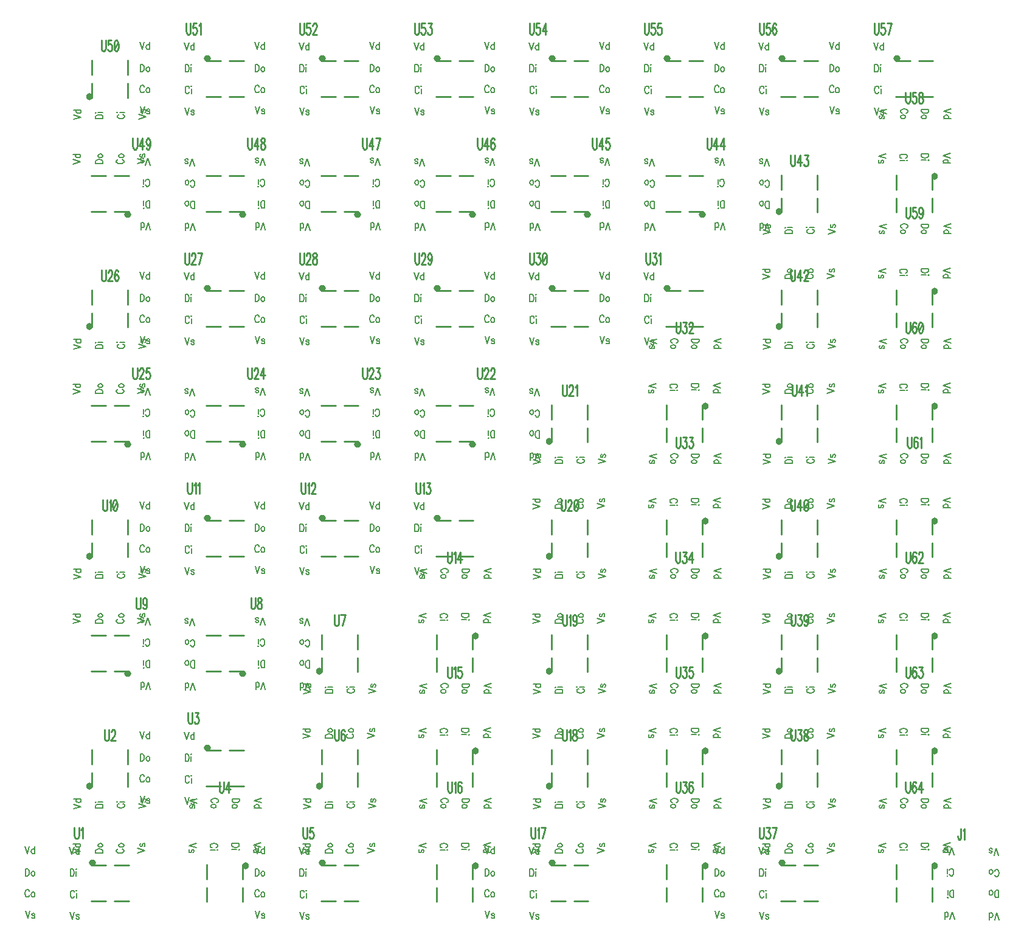
<source format=gto>
G04 DipTrace 2.4.0.2*
%IN64xAPA102Cx16mm.gto*%
%MOMM*%
%ADD10C,0.25*%
%ADD16O,0.976X0.925*%
%ADD20O,0.925X0.976*%
%ADD30C,0.235*%
%ADD33C,0.157*%
%FSLAX53Y53*%
G04*
G71*
G90*
G75*
G01*
%LNTopSilk*%
%LPD*%
X20608Y20508D2*
D10*
X18608D1*
X20608Y15508D2*
X18608D1*
X17409D2*
X15408D1*
X17409Y20508D2*
X15408D1*
D16*
X15545Y20871D3*
X15508Y36608D2*
D10*
Y34608D1*
X20508Y36608D2*
Y34608D1*
Y33409D2*
Y31408D1*
X15508Y33409D2*
Y31408D1*
D20*
X15145Y31545D3*
X36608Y36508D2*
D10*
X34608D1*
X36608Y31508D2*
X34608D1*
X33409D2*
X31408D1*
X33409Y36508D2*
X31408D1*
D16*
X31545Y36871D3*
X36508Y15408D2*
D10*
Y17408D1*
X31508Y15408D2*
Y17408D1*
Y18607D2*
Y20608D1*
X36508Y18607D2*
Y20608D1*
D20*
X36871Y20471D3*
X52608Y20508D2*
D10*
X50608D1*
X52608Y15508D2*
X50608D1*
X49409D2*
X47408D1*
X49409Y20508D2*
X47408D1*
D16*
X47545Y20871D3*
X47508Y36608D2*
D10*
Y34608D1*
X52508Y36608D2*
Y34608D1*
Y33409D2*
Y31408D1*
X47508Y33409D2*
Y31408D1*
D20*
X47145Y31545D3*
X47508Y52608D2*
D10*
Y50608D1*
X52508Y52608D2*
Y50608D1*
Y49409D2*
Y47408D1*
X47508Y49409D2*
Y47408D1*
D20*
X47145Y47545D3*
X31408Y47508D2*
D10*
X33408D1*
X31408Y52508D2*
X33408D1*
X34607D2*
X36608D1*
X34607Y47508D2*
X36608D1*
D16*
X36471Y47145D3*
X15408Y47508D2*
D10*
X17408D1*
X15408Y52508D2*
X17408D1*
X18607D2*
X20608D1*
X18607Y47508D2*
X20608D1*
D16*
X20471Y47145D3*
X15508Y68608D2*
D10*
Y66608D1*
X20508Y68608D2*
Y66608D1*
Y65409D2*
Y63408D1*
X15508Y65409D2*
Y63408D1*
D20*
X15145Y63545D3*
X36608Y68508D2*
D10*
X34608D1*
X36608Y63508D2*
X34608D1*
X33409D2*
X31408D1*
X33409Y68508D2*
X31408D1*
D16*
X31545Y68871D3*
X52608Y68508D2*
D10*
X50608D1*
X52608Y63508D2*
X50608D1*
X49409D2*
X47408D1*
X49409Y68508D2*
X47408D1*
D16*
X47545Y68871D3*
X68608Y68508D2*
D10*
X66608D1*
X68608Y63508D2*
X66608D1*
X65409D2*
X63408D1*
X65409Y68508D2*
X63408D1*
D16*
X63545Y68871D3*
X68508Y47408D2*
D10*
Y49408D1*
X63508Y47408D2*
Y49408D1*
Y50607D2*
Y52608D1*
X68508Y50607D2*
Y52608D1*
D20*
X68871Y52471D3*
X68508Y31408D2*
D10*
Y33408D1*
X63508Y31408D2*
Y33408D1*
Y34607D2*
Y36608D1*
X68508Y34607D2*
Y36608D1*
D20*
X68871Y36471D3*
X68508Y15408D2*
D10*
Y17408D1*
X63508Y15408D2*
Y17408D1*
Y18607D2*
Y20608D1*
X68508Y18607D2*
Y20608D1*
D20*
X68871Y20471D3*
X84608Y20508D2*
D10*
X82608D1*
X84608Y15508D2*
X82608D1*
X81409D2*
X79408D1*
X81409Y20508D2*
X79408D1*
D16*
X79545Y20871D3*
X79508Y36608D2*
D10*
Y34608D1*
X84508Y36608D2*
Y34608D1*
Y33409D2*
Y31408D1*
X79508Y33409D2*
Y31408D1*
D20*
X79145Y31545D3*
X79508Y52608D2*
D10*
Y50608D1*
X84508Y52608D2*
Y50608D1*
Y49409D2*
Y47408D1*
X79508Y49409D2*
Y47408D1*
D20*
X79145Y47545D3*
X79508Y68608D2*
D10*
Y66608D1*
X84508Y68608D2*
Y66608D1*
Y65409D2*
Y63408D1*
X79508Y65409D2*
Y63408D1*
D20*
X79145Y63545D3*
X79508Y84608D2*
D10*
Y82608D1*
X84508Y84608D2*
Y82608D1*
Y81409D2*
Y79408D1*
X79508Y81409D2*
Y79408D1*
D20*
X79145Y79545D3*
X63408Y79508D2*
D10*
X65408D1*
X63408Y84508D2*
X65408D1*
X66607D2*
X68608D1*
X66607Y79508D2*
X68608D1*
D16*
X68471Y79145D3*
X47408Y79508D2*
D10*
X49408D1*
X47408Y84508D2*
X49408D1*
X50607D2*
X52608D1*
X50607Y79508D2*
X52608D1*
D16*
X52471Y79145D3*
X31408Y79508D2*
D10*
X33408D1*
X31408Y84508D2*
X33408D1*
X34607D2*
X36608D1*
X34607Y79508D2*
X36608D1*
D16*
X36471Y79145D3*
X15408Y79508D2*
D10*
X17408D1*
X15408Y84508D2*
X17408D1*
X18607D2*
X20608D1*
X18607Y79508D2*
X20608D1*
D16*
X20471Y79145D3*
X15508Y100608D2*
D10*
Y98608D1*
X20508Y100608D2*
Y98608D1*
Y97409D2*
Y95408D1*
X15508Y97409D2*
Y95408D1*
D20*
X15145Y95545D3*
X36608Y100508D2*
D10*
X34608D1*
X36608Y95508D2*
X34608D1*
X33409D2*
X31408D1*
X33409Y100508D2*
X31408D1*
D16*
X31545Y100871D3*
X52608Y100508D2*
D10*
X50608D1*
X52608Y95508D2*
X50608D1*
X49409D2*
X47408D1*
X49409Y100508D2*
X47408D1*
D16*
X47545Y100871D3*
X68608Y100508D2*
D10*
X66608D1*
X68608Y95508D2*
X66608D1*
X65409D2*
X63408D1*
X65409Y100508D2*
X63408D1*
D16*
X63545Y100871D3*
X84608Y100508D2*
D10*
X82608D1*
X84608Y95508D2*
X82608D1*
X81409D2*
X79408D1*
X81409Y100508D2*
X79408D1*
D16*
X79545Y100871D3*
X100608Y100508D2*
D10*
X98608D1*
X100608Y95508D2*
X98608D1*
X97409D2*
X95408D1*
X97409Y100508D2*
X95408D1*
D16*
X95545Y100871D3*
X100508Y79408D2*
D10*
Y81408D1*
X95508Y79408D2*
Y81408D1*
Y82607D2*
Y84608D1*
X100508Y82607D2*
Y84608D1*
D20*
X100871Y84471D3*
X100508Y63408D2*
D10*
Y65408D1*
X95508Y63408D2*
Y65408D1*
Y66607D2*
Y68608D1*
X100508Y66607D2*
Y68608D1*
D20*
X100871Y68471D3*
X100508Y47408D2*
D10*
Y49408D1*
X95508Y47408D2*
Y49408D1*
Y50607D2*
Y52608D1*
X100508Y50607D2*
Y52608D1*
D20*
X100871Y52471D3*
X100508Y31408D2*
D10*
Y33408D1*
X95508Y31408D2*
Y33408D1*
Y34607D2*
Y36608D1*
X100508Y34607D2*
Y36608D1*
D20*
X100871Y36471D3*
X100508Y15408D2*
D10*
Y17408D1*
X95508Y15408D2*
Y17408D1*
Y18607D2*
Y20608D1*
X100508Y18607D2*
Y20608D1*
D20*
X100871Y20471D3*
X116608Y20508D2*
D10*
X114608D1*
X116608Y15508D2*
X114608D1*
X113409D2*
X111408D1*
X113409Y20508D2*
X111408D1*
D16*
X111545Y20871D3*
X111508Y36608D2*
D10*
Y34608D1*
X116508Y36608D2*
Y34608D1*
Y33409D2*
Y31408D1*
X111508Y33409D2*
Y31408D1*
D20*
X111145Y31545D3*
X111508Y52608D2*
D10*
Y50608D1*
X116508Y52608D2*
Y50608D1*
Y49409D2*
Y47408D1*
X111508Y49409D2*
Y47408D1*
D20*
X111145Y47545D3*
X111508Y68608D2*
D10*
Y66608D1*
X116508Y68608D2*
Y66608D1*
Y65409D2*
Y63408D1*
X111508Y65409D2*
Y63408D1*
D20*
X111145Y63545D3*
X111508Y84608D2*
D10*
Y82608D1*
X116508Y84608D2*
Y82608D1*
Y81409D2*
Y79408D1*
X111508Y81409D2*
Y79408D1*
D20*
X111145Y79545D3*
X111508Y100608D2*
D10*
Y98608D1*
X116508Y100608D2*
Y98608D1*
Y97409D2*
Y95408D1*
X111508Y97409D2*
Y95408D1*
D20*
X111145Y95545D3*
X111508Y116608D2*
D10*
Y114608D1*
X116508Y116608D2*
Y114608D1*
Y113409D2*
Y111408D1*
X111508Y113409D2*
Y111408D1*
D20*
X111145Y111545D3*
X95408Y111508D2*
D10*
X97408D1*
X95408Y116508D2*
X97408D1*
X98607D2*
X100608D1*
X98607Y111508D2*
X100608D1*
D16*
X100471Y111145D3*
X79408Y111508D2*
D10*
X81408D1*
X79408Y116508D2*
X81408D1*
X82607D2*
X84608D1*
X82607Y111508D2*
X84608D1*
D16*
X84471Y111145D3*
X63408Y111508D2*
D10*
X65408D1*
X63408Y116508D2*
X65408D1*
X66607D2*
X68608D1*
X66607Y111508D2*
X68608D1*
D16*
X68471Y111145D3*
X47408Y111508D2*
D10*
X49408D1*
X47408Y116508D2*
X49408D1*
X50607D2*
X52608D1*
X50607Y111508D2*
X52608D1*
D16*
X52471Y111145D3*
X31408Y111508D2*
D10*
X33408D1*
X31408Y116508D2*
X33408D1*
X34607D2*
X36608D1*
X34607Y111508D2*
X36608D1*
D16*
X36471Y111145D3*
X15408Y111508D2*
D10*
X17408D1*
X15408Y116508D2*
X17408D1*
X18607D2*
X20608D1*
X18607Y111508D2*
X20608D1*
D16*
X20471Y111145D3*
X15508Y132608D2*
D10*
Y130608D1*
X20508Y132608D2*
Y130608D1*
Y129409D2*
Y127408D1*
X15508Y129409D2*
Y127408D1*
D20*
X15145Y127545D3*
X36608Y132508D2*
D10*
X34608D1*
X36608Y127508D2*
X34608D1*
X33409D2*
X31408D1*
X33409Y132508D2*
X31408D1*
D16*
X31545Y132871D3*
X52608Y132508D2*
D10*
X50608D1*
X52608Y127508D2*
X50608D1*
X49409D2*
X47408D1*
X49409Y132508D2*
X47408D1*
D16*
X47545Y132871D3*
X68608Y132508D2*
D10*
X66608D1*
X68608Y127508D2*
X66608D1*
X65409D2*
X63408D1*
X65409Y132508D2*
X63408D1*
D16*
X63545Y132871D3*
X84608Y132508D2*
D10*
X82608D1*
X84608Y127508D2*
X82608D1*
X81409D2*
X79408D1*
X81409Y132508D2*
X79408D1*
D16*
X79545Y132871D3*
X100608Y132508D2*
D10*
X98608D1*
X100608Y127508D2*
X98608D1*
X97409D2*
X95408D1*
X97409Y132508D2*
X95408D1*
D16*
X95545Y132871D3*
X116608Y132508D2*
D10*
X114608D1*
X116608Y127508D2*
X114608D1*
X113409D2*
X111408D1*
X113409Y132508D2*
X111408D1*
D16*
X111545Y132871D3*
X132608Y132508D2*
D10*
X130608D1*
X132608Y127508D2*
X130608D1*
X129409D2*
X127408D1*
X129409Y132508D2*
X127408D1*
D16*
X127545Y132871D3*
X132508Y111408D2*
D10*
Y113408D1*
X127508Y111408D2*
Y113408D1*
Y114607D2*
Y116608D1*
X132508Y114607D2*
Y116608D1*
D20*
X132871Y116471D3*
X132508Y95408D2*
D10*
Y97408D1*
X127508Y95408D2*
Y97408D1*
Y98607D2*
Y100608D1*
X132508Y98607D2*
Y100608D1*
D20*
X132871Y100471D3*
X132508Y79408D2*
D10*
Y81408D1*
X127508Y79408D2*
Y81408D1*
Y82607D2*
Y84608D1*
X132508Y82607D2*
Y84608D1*
D20*
X132871Y84471D3*
X132508Y63408D2*
D10*
Y65408D1*
X127508Y63408D2*
Y65408D1*
Y66607D2*
Y68608D1*
X132508Y66607D2*
Y68608D1*
D20*
X132871Y68471D3*
X132508Y47408D2*
D10*
Y49408D1*
X127508Y47408D2*
Y49408D1*
Y50607D2*
Y52608D1*
X132508Y50607D2*
Y52608D1*
D20*
X132871Y52471D3*
X132508Y31408D2*
D10*
Y33408D1*
X127508Y31408D2*
Y33408D1*
Y34607D2*
Y36608D1*
X132508Y34607D2*
Y36608D1*
D20*
X132871Y36471D3*
X132508Y15408D2*
D10*
Y17408D1*
X127508Y15408D2*
Y17408D1*
Y18607D2*
Y20608D1*
X132508Y18607D2*
Y20608D1*
D20*
X132871Y20471D3*
X13069Y25740D2*
D30*
Y24647D1*
X13112Y24428D1*
X13200Y24283D1*
X13332Y24209D1*
X13419D1*
X13550Y24283D1*
X13638Y24428D1*
X13681Y24647D1*
Y25740D1*
X13964Y25447D2*
X14052Y25521D1*
X14183Y25738D1*
Y24209D1*
X17254Y39390D2*
Y38297D1*
X17298Y38078D1*
X17386Y37933D1*
X17517Y37859D1*
X17604D1*
X17735Y37933D1*
X17823Y38078D1*
X17867Y38297D1*
Y39390D1*
X18194Y39024D2*
Y39097D1*
X18237Y39243D1*
X18281Y39316D1*
X18369Y39388D1*
X18543D1*
X18630Y39316D1*
X18674Y39243D1*
X18718Y39097D1*
Y38952D1*
X18674Y38805D1*
X18587Y38588D1*
X18149Y37859D1*
X18762D1*
X28872Y41740D2*
Y40647D1*
X28916Y40428D1*
X29004Y40283D1*
X29135Y40209D1*
X29222D1*
X29353Y40283D1*
X29441Y40428D1*
X29485Y40647D1*
Y41740D1*
X29855Y41738D2*
X30335D1*
X30073Y41155D1*
X30205D1*
X30292Y41083D1*
X30335Y41010D1*
X30380Y40791D1*
Y40647D1*
X30335Y40428D1*
X30248Y40281D1*
X30117Y40209D1*
X29985D1*
X29855Y40281D1*
X29812Y40355D1*
X29767Y40500D1*
X33233Y32154D2*
Y31061D1*
X33276Y30842D1*
X33364Y30697D1*
X33495Y30623D1*
X33582D1*
X33714Y30697D1*
X33802Y30842D1*
X33845Y31061D1*
Y32154D1*
X34565Y30623D2*
Y32152D1*
X34127Y31133D1*
X34783D1*
X44872Y25740D2*
Y24647D1*
X44916Y24428D1*
X45004Y24283D1*
X45135Y24209D1*
X45222D1*
X45353Y24283D1*
X45441Y24428D1*
X45485Y24647D1*
Y25740D1*
X46292Y25738D2*
X45855D1*
X45812Y25083D1*
X45855Y25155D1*
X45986Y25229D1*
X46117D1*
X46248Y25155D1*
X46336Y25010D1*
X46380Y24791D1*
Y24647D1*
X46336Y24428D1*
X46248Y24281D1*
X46117Y24209D1*
X45986D1*
X45855Y24281D1*
X45812Y24355D1*
X45767Y24500D1*
X49277Y39390D2*
Y38297D1*
X49320Y38078D1*
X49408Y37933D1*
X49539Y37859D1*
X49626D1*
X49758Y37933D1*
X49846Y38078D1*
X49889Y38297D1*
Y39390D1*
X50696Y39171D2*
X50653Y39316D1*
X50521Y39388D1*
X50434D1*
X50303Y39316D1*
X50215Y39097D1*
X50171Y38733D1*
Y38369D1*
X50215Y38078D1*
X50303Y37931D1*
X50434Y37859D1*
X50478D1*
X50608Y37931D1*
X50696Y38078D1*
X50739Y38297D1*
Y38369D1*
X50696Y38588D1*
X50608Y38733D1*
X50478Y38805D1*
X50434D1*
X50303Y38733D1*
X50215Y38588D1*
X50171Y38369D1*
X49254Y55390D2*
Y54297D1*
X49298Y54078D1*
X49386Y53933D1*
X49517Y53859D1*
X49604D1*
X49735Y53933D1*
X49823Y54078D1*
X49867Y54297D1*
Y55390D1*
X50324Y53859D2*
X50762Y55388D1*
X50149D1*
X37637Y57740D2*
Y56647D1*
X37680Y56428D1*
X37768Y56283D1*
X37900Y56209D1*
X37987D1*
X38118Y56283D1*
X38206Y56428D1*
X38249Y56647D1*
Y57740D1*
X38750Y57738D2*
X38620Y57666D1*
X38575Y57521D1*
Y57374D1*
X38620Y57229D1*
X38707Y57155D1*
X38882Y57083D1*
X39013Y57010D1*
X39100Y56864D1*
X39143Y56719D1*
Y56500D1*
X39100Y56355D1*
X39056Y56281D1*
X38925Y56209D1*
X38750D1*
X38620Y56281D1*
X38575Y56355D1*
X38532Y56500D1*
Y56719D1*
X38575Y56864D1*
X38663Y57010D1*
X38794Y57083D1*
X38968Y57155D1*
X39056Y57229D1*
X39100Y57374D1*
Y57521D1*
X39056Y57666D1*
X38925Y57738D1*
X38750D1*
X21658Y57740D2*
Y56647D1*
X21702Y56428D1*
X21790Y56283D1*
X21921Y56209D1*
X22008D1*
X22139Y56283D1*
X22227Y56428D1*
X22271Y56647D1*
Y57740D1*
X23122Y57229D2*
X23078Y57010D1*
X22991Y56864D1*
X22859Y56791D1*
X22816D1*
X22684Y56864D1*
X22597Y57010D1*
X22553Y57229D1*
Y57302D1*
X22597Y57521D1*
X22684Y57666D1*
X22816Y57738D1*
X22859D1*
X22991Y57666D1*
X23078Y57521D1*
X23122Y57229D1*
Y56864D1*
X23078Y56500D1*
X22991Y56281D1*
X22859Y56209D1*
X22772D1*
X22641Y56281D1*
X22597Y56428D1*
X17003Y71390D2*
Y70297D1*
X17047Y70078D1*
X17135Y69933D1*
X17266Y69859D1*
X17353D1*
X17485Y69933D1*
X17573Y70078D1*
X17616Y70297D1*
Y71390D1*
X17898Y71097D2*
X17986Y71171D1*
X18118Y71388D1*
Y69859D1*
X18663Y71388D2*
X18531Y71316D1*
X18443Y71097D1*
X18400Y70733D1*
Y70514D1*
X18443Y70150D1*
X18531Y69931D1*
X18663Y69859D1*
X18750D1*
X18881Y69931D1*
X18968Y70150D1*
X19013Y70514D1*
Y70733D1*
X18968Y71097D1*
X18881Y71316D1*
X18750Y71388D1*
X18663D1*
X18968Y71097D2*
X18443Y70150D1*
X28818Y73740D2*
Y72647D1*
X28861Y72428D1*
X28949Y72283D1*
X29081Y72209D1*
X29168D1*
X29299Y72283D1*
X29387Y72428D1*
X29430Y72647D1*
Y73740D1*
X29713Y73447D2*
X29801Y73521D1*
X29932Y73738D1*
Y72209D1*
X30215Y73447D2*
X30302Y73521D1*
X30434Y73738D1*
Y72209D1*
X44621Y73740D2*
Y72647D1*
X44665Y72428D1*
X44753Y72283D1*
X44884Y72209D1*
X44971D1*
X45102Y72283D1*
X45190Y72428D1*
X45234Y72647D1*
Y73740D1*
X45516Y73447D2*
X45604Y73521D1*
X45736Y73738D1*
Y72209D1*
X46062Y73374D2*
Y73447D1*
X46106Y73593D1*
X46149Y73666D1*
X46237Y73738D1*
X46412D1*
X46499Y73666D1*
X46543Y73593D1*
X46587Y73447D1*
Y73302D1*
X46543Y73155D1*
X46456Y72938D1*
X46018Y72209D1*
X46630D1*
X60621Y73740D2*
Y72647D1*
X60665Y72428D1*
X60753Y72283D1*
X60884Y72209D1*
X60971D1*
X61102Y72283D1*
X61190Y72428D1*
X61234Y72647D1*
Y73740D1*
X61516Y73447D2*
X61604Y73521D1*
X61736Y73738D1*
Y72209D1*
X62106Y73738D2*
X62586D1*
X62324Y73155D1*
X62456D1*
X62543Y73083D1*
X62586Y73010D1*
X62630Y72791D1*
Y72647D1*
X62586Y72428D1*
X62499Y72281D1*
X62368Y72209D1*
X62236D1*
X62106Y72281D1*
X62062Y72355D1*
X62018Y72500D1*
X64982Y64154D2*
Y63061D1*
X65025Y62842D1*
X65113Y62697D1*
X65245Y62623D1*
X65331D1*
X65463Y62697D1*
X65551Y62842D1*
X65594Y63061D1*
Y64154D1*
X65877Y63861D2*
X65965Y63935D1*
X66096Y64152D1*
Y62623D1*
X66816D2*
Y64152D1*
X66378Y63133D1*
X67034D1*
X65003Y48154D2*
Y47061D1*
X65047Y46842D1*
X65135Y46697D1*
X65266Y46623D1*
X65353D1*
X65485Y46697D1*
X65573Y46842D1*
X65616Y47061D1*
Y48154D1*
X65898Y47861D2*
X65986Y47935D1*
X66118Y48152D1*
Y46623D1*
X66925Y48152D2*
X66488D1*
X66444Y47497D1*
X66488Y47569D1*
X66619Y47644D1*
X66750D1*
X66881Y47569D1*
X66969Y47425D1*
X67013Y47206D1*
Y47061D1*
X66969Y46842D1*
X66881Y46695D1*
X66750Y46623D1*
X66619D1*
X66488Y46695D1*
X66444Y46769D1*
X66400Y46914D1*
X65026Y32154D2*
Y31061D1*
X65069Y30842D1*
X65157Y30697D1*
X65288Y30623D1*
X65375D1*
X65507Y30697D1*
X65595Y30842D1*
X65638Y31061D1*
Y32154D1*
X65921Y31861D2*
X66009Y31935D1*
X66140Y32152D1*
Y30623D1*
X66947Y31935D2*
X66903Y32080D1*
X66772Y32152D1*
X66685D1*
X66554Y32080D1*
X66466Y31861D1*
X66422Y31497D1*
Y31133D1*
X66466Y30842D1*
X66554Y30695D1*
X66685Y30623D1*
X66729D1*
X66859Y30695D1*
X66947Y30842D1*
X66990Y31061D1*
Y31133D1*
X66947Y31352D1*
X66859Y31497D1*
X66729Y31569D1*
X66685D1*
X66554Y31497D1*
X66466Y31352D1*
X66422Y31133D1*
X76621Y25740D2*
Y24647D1*
X76665Y24428D1*
X76753Y24283D1*
X76884Y24209D1*
X76971D1*
X77102Y24283D1*
X77190Y24428D1*
X77234Y24647D1*
Y25740D1*
X77516Y25447D2*
X77604Y25521D1*
X77736Y25738D1*
Y24209D1*
X78193D2*
X78630Y25738D1*
X78018D1*
X81004Y39390D2*
Y38297D1*
X81047Y38078D1*
X81135Y37933D1*
X81267Y37859D1*
X81354D1*
X81485Y37933D1*
X81573Y38078D1*
X81616Y38297D1*
Y39390D1*
X81899Y39097D2*
X81987Y39171D1*
X82118Y39388D1*
Y37859D1*
X82619Y39388D2*
X82488Y39316D1*
X82444Y39171D1*
Y39024D1*
X82488Y38879D1*
X82575Y38805D1*
X82750Y38733D1*
X82882Y38660D1*
X82969Y38514D1*
X83012Y38369D1*
Y38150D1*
X82969Y38005D1*
X82925Y37931D1*
X82794Y37859D1*
X82619D1*
X82488Y37931D1*
X82444Y38005D1*
X82401Y38150D1*
Y38369D1*
X82444Y38514D1*
X82532Y38660D1*
X82662Y38733D1*
X82837Y38805D1*
X82925Y38879D1*
X82969Y39024D1*
Y39171D1*
X82925Y39316D1*
X82794Y39388D1*
X82619D1*
X81025Y55390D2*
Y54297D1*
X81069Y54078D1*
X81157Y53933D1*
X81288Y53859D1*
X81375D1*
X81506Y53933D1*
X81594Y54078D1*
X81638Y54297D1*
Y55390D1*
X81920Y55097D2*
X82008Y55171D1*
X82139Y55388D1*
Y53859D1*
X82991Y54879D2*
X82946Y54660D1*
X82859Y54514D1*
X82728Y54441D1*
X82685D1*
X82553Y54514D1*
X82466Y54660D1*
X82422Y54879D1*
Y54952D1*
X82466Y55171D1*
X82553Y55316D1*
X82685Y55388D1*
X82728D1*
X82859Y55316D1*
X82946Y55171D1*
X82991Y54879D1*
Y54514D1*
X82946Y54150D1*
X82859Y53931D1*
X82728Y53859D1*
X82641D1*
X82510Y53931D1*
X82466Y54078D1*
X80807Y71390D2*
Y70297D1*
X80850Y70078D1*
X80938Y69933D1*
X81070Y69859D1*
X81157D1*
X81288Y69933D1*
X81376Y70078D1*
X81419Y70297D1*
Y71390D1*
X81746Y71024D2*
Y71097D1*
X81790Y71243D1*
X81833Y71316D1*
X81921Y71388D1*
X82096D1*
X82183Y71316D1*
X82226Y71243D1*
X82271Y71097D1*
Y70952D1*
X82226Y70805D1*
X82139Y70588D1*
X81702Y69859D1*
X82314D1*
X82859Y71388D2*
X82728Y71316D1*
X82640Y71097D1*
X82597Y70733D1*
Y70514D1*
X82640Y70150D1*
X82728Y69931D1*
X82859Y69859D1*
X82946D1*
X83078Y69931D1*
X83165Y70150D1*
X83209Y70514D1*
Y70733D1*
X83165Y71097D1*
X83078Y71316D1*
X82946Y71388D1*
X82859D1*
X83165Y71097D2*
X82640Y70150D1*
X81003Y87390D2*
Y86297D1*
X81047Y86078D1*
X81135Y85933D1*
X81266Y85859D1*
X81353D1*
X81485Y85933D1*
X81573Y86078D1*
X81616Y86297D1*
Y87390D1*
X81943Y87024D2*
Y87097D1*
X81986Y87243D1*
X82030Y87316D1*
X82118Y87388D1*
X82293D1*
X82379Y87316D1*
X82423Y87243D1*
X82467Y87097D1*
Y86952D1*
X82423Y86805D1*
X82336Y86588D1*
X81898Y85859D1*
X82511D1*
X82793Y87097D2*
X82881Y87171D1*
X83013Y87388D1*
Y85859D1*
X69189Y89740D2*
Y88647D1*
X69232Y88428D1*
X69320Y88283D1*
X69452Y88209D1*
X69539D1*
X69670Y88283D1*
X69758Y88428D1*
X69801Y88647D1*
Y89740D1*
X70128Y89374D2*
Y89447D1*
X70172Y89593D1*
X70215Y89666D1*
X70303Y89738D1*
X70478D1*
X70565Y89666D1*
X70608Y89593D1*
X70653Y89447D1*
Y89302D1*
X70608Y89155D1*
X70522Y88938D1*
X70084Y88209D1*
X70696D1*
X71023Y89374D2*
Y89447D1*
X71067Y89593D1*
X71110Y89666D1*
X71198Y89738D1*
X71373D1*
X71460Y89666D1*
X71503Y89593D1*
X71548Y89447D1*
Y89302D1*
X71503Y89155D1*
X71416Y88938D1*
X70979Y88209D1*
X71591D1*
X53189Y89740D2*
Y88647D1*
X53232Y88428D1*
X53320Y88283D1*
X53452Y88209D1*
X53539D1*
X53670Y88283D1*
X53758Y88428D1*
X53801Y88647D1*
Y89740D1*
X54128Y89374D2*
Y89447D1*
X54172Y89593D1*
X54215Y89666D1*
X54303Y89738D1*
X54478D1*
X54565Y89666D1*
X54608Y89593D1*
X54653Y89447D1*
Y89302D1*
X54608Y89155D1*
X54521Y88938D1*
X54084Y88209D1*
X54696D1*
X55067Y89738D2*
X55547D1*
X55285Y89155D1*
X55416D1*
X55503Y89083D1*
X55547Y89010D1*
X55591Y88791D1*
Y88647D1*
X55547Y88428D1*
X55460Y88281D1*
X55328Y88209D1*
X55197D1*
X55067Y88281D1*
X55023Y88355D1*
X54979Y88500D1*
X37167Y89740D2*
Y88647D1*
X37211Y88428D1*
X37299Y88283D1*
X37430Y88209D1*
X37517D1*
X37648Y88283D1*
X37736Y88428D1*
X37780Y88647D1*
Y89740D1*
X38107Y89374D2*
Y89447D1*
X38150Y89593D1*
X38194Y89666D1*
X38281Y89738D1*
X38456D1*
X38543Y89666D1*
X38587Y89593D1*
X38631Y89447D1*
Y89302D1*
X38587Y89155D1*
X38500Y88938D1*
X38062Y88209D1*
X38675D1*
X39395D2*
Y89738D1*
X38957Y88719D1*
X39613D1*
X21189Y89740D2*
Y88647D1*
X21232Y88428D1*
X21320Y88283D1*
X21452Y88209D1*
X21539D1*
X21670Y88283D1*
X21758Y88428D1*
X21801Y88647D1*
Y89740D1*
X22128Y89374D2*
Y89447D1*
X22172Y89593D1*
X22215Y89666D1*
X22303Y89738D1*
X22478D1*
X22565Y89666D1*
X22608Y89593D1*
X22653Y89447D1*
Y89302D1*
X22608Y89155D1*
X22521Y88938D1*
X22084Y88209D1*
X22696D1*
X23503Y89738D2*
X23067D1*
X23023Y89083D1*
X23067Y89155D1*
X23198Y89229D1*
X23328D1*
X23460Y89155D1*
X23548Y89010D1*
X23591Y88791D1*
Y88647D1*
X23548Y88428D1*
X23460Y88281D1*
X23328Y88209D1*
X23198D1*
X23067Y88281D1*
X23023Y88355D1*
X22979Y88500D1*
X16829Y103390D2*
Y102297D1*
X16873Y102078D1*
X16960Y101933D1*
X17092Y101859D1*
X17179D1*
X17310Y101933D1*
X17398Y102078D1*
X17442Y102297D1*
Y103390D1*
X17768Y103024D2*
Y103097D1*
X17812Y103243D1*
X17855Y103316D1*
X17943Y103388D1*
X18118D1*
X18205Y103316D1*
X18249Y103243D1*
X18293Y103097D1*
Y102952D1*
X18249Y102805D1*
X18162Y102588D1*
X17724Y101859D1*
X18337D1*
X19143Y103171D2*
X19100Y103316D1*
X18969Y103388D1*
X18882D1*
X18750Y103316D1*
X18662Y103097D1*
X18619Y102733D1*
Y102369D1*
X18662Y102078D1*
X18750Y101931D1*
X18882Y101859D1*
X18925D1*
X19056Y101931D1*
X19143Y102078D1*
X19187Y102297D1*
Y102369D1*
X19143Y102588D1*
X19056Y102733D1*
X18925Y102805D1*
X18882D1*
X18750Y102733D1*
X18662Y102588D1*
X18619Y102369D1*
X28425Y105740D2*
Y104647D1*
X28468Y104428D1*
X28556Y104283D1*
X28688Y104209D1*
X28774D1*
X28906Y104283D1*
X28994Y104428D1*
X29037Y104647D1*
Y105740D1*
X29364Y105374D2*
Y105447D1*
X29408Y105593D1*
X29451Y105666D1*
X29539Y105738D1*
X29714D1*
X29801Y105666D1*
X29844Y105593D1*
X29889Y105447D1*
Y105302D1*
X29844Y105155D1*
X29757Y104938D1*
X29320Y104209D1*
X29932D1*
X30389D2*
X30827Y105738D1*
X30215D1*
X44425Y105740D2*
Y104647D1*
X44469Y104428D1*
X44557Y104283D1*
X44688Y104209D1*
X44775D1*
X44906Y104283D1*
X44994Y104428D1*
X45038Y104647D1*
Y105740D1*
X45365Y105374D2*
Y105447D1*
X45408Y105593D1*
X45452Y105666D1*
X45539Y105738D1*
X45714D1*
X45801Y105666D1*
X45845Y105593D1*
X45889Y105447D1*
Y105302D1*
X45845Y105155D1*
X45758Y104938D1*
X45320Y104209D1*
X45933D1*
X46433Y105738D2*
X46303Y105666D1*
X46258Y105521D1*
Y105374D1*
X46303Y105229D1*
X46390Y105155D1*
X46565Y105083D1*
X46696Y105010D1*
X46783Y104864D1*
X46827Y104719D1*
Y104500D1*
X46783Y104355D1*
X46740Y104281D1*
X46608Y104209D1*
X46433D1*
X46303Y104281D1*
X46258Y104355D1*
X46215Y104500D1*
Y104719D1*
X46258Y104864D1*
X46346Y105010D1*
X46477Y105083D1*
X46652Y105155D1*
X46740Y105229D1*
X46783Y105374D1*
Y105521D1*
X46740Y105666D1*
X46608Y105738D1*
X46433D1*
X60446Y105740D2*
Y104647D1*
X60490Y104428D1*
X60578Y104283D1*
X60709Y104209D1*
X60796D1*
X60928Y104283D1*
X61016Y104428D1*
X61059Y104647D1*
Y105740D1*
X61386Y105374D2*
Y105447D1*
X61429Y105593D1*
X61473Y105666D1*
X61561Y105738D1*
X61736D1*
X61822Y105666D1*
X61866Y105593D1*
X61910Y105447D1*
Y105302D1*
X61866Y105155D1*
X61779Y104938D1*
X61341Y104209D1*
X61954D1*
X62805Y105229D2*
X62761Y105010D1*
X62674Y104864D1*
X62543Y104791D1*
X62499D1*
X62368Y104864D1*
X62281Y105010D1*
X62236Y105229D1*
Y105302D1*
X62281Y105521D1*
X62368Y105666D1*
X62499Y105738D1*
X62543D1*
X62674Y105666D1*
X62761Y105521D1*
X62805Y105229D1*
Y104864D1*
X62761Y104500D1*
X62674Y104281D1*
X62543Y104209D1*
X62456D1*
X62324Y104281D1*
X62281Y104428D1*
X76425Y105740D2*
Y104647D1*
X76468Y104428D1*
X76556Y104283D1*
X76688Y104209D1*
X76774D1*
X76906Y104283D1*
X76994Y104428D1*
X77037Y104647D1*
Y105740D1*
X77408Y105738D2*
X77888D1*
X77626Y105155D1*
X77757D1*
X77844Y105083D1*
X77888Y105010D1*
X77932Y104791D1*
Y104647D1*
X77888Y104428D1*
X77801Y104281D1*
X77669Y104209D1*
X77538D1*
X77408Y104281D1*
X77364Y104355D1*
X77320Y104500D1*
X78477Y105738D2*
X78346Y105666D1*
X78258Y105447D1*
X78215Y105083D1*
Y104864D1*
X78258Y104500D1*
X78346Y104281D1*
X78477Y104209D1*
X78564D1*
X78696Y104281D1*
X78783Y104500D1*
X78827Y104864D1*
Y105083D1*
X78783Y105447D1*
X78696Y105666D1*
X78564Y105738D1*
X78477D1*
X78783Y105447D2*
X78258Y104500D1*
X92621Y105740D2*
Y104647D1*
X92665Y104428D1*
X92753Y104283D1*
X92884Y104209D1*
X92971D1*
X93102Y104283D1*
X93190Y104428D1*
X93234Y104647D1*
Y105740D1*
X93604Y105738D2*
X94084D1*
X93822Y105155D1*
X93954D1*
X94041Y105083D1*
X94084Y105010D1*
X94129Y104791D1*
Y104647D1*
X94084Y104428D1*
X93997Y104281D1*
X93866Y104209D1*
X93735D1*
X93604Y104281D1*
X93561Y104355D1*
X93516Y104500D1*
X94411Y105447D2*
X94499Y105521D1*
X94630Y105738D1*
Y104209D1*
X96807Y96154D2*
Y95061D1*
X96850Y94842D1*
X96938Y94697D1*
X97070Y94623D1*
X97157D1*
X97288Y94697D1*
X97376Y94842D1*
X97419Y95061D1*
Y96154D1*
X97790Y96152D2*
X98270D1*
X98008Y95569D1*
X98139D1*
X98226Y95497D1*
X98270Y95425D1*
X98314Y95206D1*
Y95061D1*
X98270Y94842D1*
X98183Y94695D1*
X98051Y94623D1*
X97920D1*
X97790Y94695D1*
X97746Y94769D1*
X97702Y94914D1*
X98641Y95788D2*
Y95861D1*
X98685Y96007D1*
X98728Y96080D1*
X98816Y96152D1*
X98991D1*
X99078Y96080D1*
X99121Y96007D1*
X99166Y95861D1*
Y95716D1*
X99121Y95569D1*
X99034Y95352D1*
X98597Y94623D1*
X99209D1*
X96807Y80154D2*
Y79061D1*
X96850Y78842D1*
X96938Y78697D1*
X97070Y78623D1*
X97157D1*
X97288Y78697D1*
X97376Y78842D1*
X97419Y79061D1*
Y80154D1*
X97790Y80152D2*
X98270D1*
X98008Y79569D1*
X98139D1*
X98226Y79497D1*
X98270Y79425D1*
X98314Y79206D1*
Y79061D1*
X98270Y78842D1*
X98183Y78695D1*
X98051Y78623D1*
X97920D1*
X97790Y78695D1*
X97746Y78769D1*
X97702Y78914D1*
X98685Y80152D2*
X99165D1*
X98903Y79569D1*
X99034D1*
X99121Y79497D1*
X99165Y79425D1*
X99209Y79206D1*
Y79061D1*
X99165Y78842D1*
X99078Y78695D1*
X98946Y78623D1*
X98815D1*
X98685Y78695D1*
X98641Y78769D1*
X98597Y78914D1*
X96785Y64154D2*
Y63061D1*
X96829Y62842D1*
X96917Y62697D1*
X97048Y62623D1*
X97135D1*
X97266Y62697D1*
X97354Y62842D1*
X97398Y63061D1*
Y64154D1*
X97768Y64152D2*
X98248D1*
X97986Y63569D1*
X98118D1*
X98205Y63497D1*
X98248Y63425D1*
X98293Y63206D1*
Y63061D1*
X98248Y62842D1*
X98161Y62695D1*
X98030Y62623D1*
X97898D1*
X97768Y62695D1*
X97724Y62769D1*
X97680Y62914D1*
X99013Y62623D2*
Y64152D1*
X98575Y63133D1*
X99231D1*
X96807Y48154D2*
Y47061D1*
X96850Y46842D1*
X96938Y46697D1*
X97070Y46623D1*
X97157D1*
X97288Y46697D1*
X97376Y46842D1*
X97419Y47061D1*
Y48154D1*
X97790Y48152D2*
X98270D1*
X98008Y47569D1*
X98139D1*
X98226Y47497D1*
X98270Y47425D1*
X98314Y47206D1*
Y47061D1*
X98270Y46842D1*
X98183Y46695D1*
X98051Y46623D1*
X97920D1*
X97790Y46695D1*
X97746Y46769D1*
X97702Y46914D1*
X99121Y48152D2*
X98685D1*
X98641Y47497D1*
X98685Y47569D1*
X98816Y47644D1*
X98946D1*
X99078Y47569D1*
X99166Y47425D1*
X99209Y47206D1*
Y47061D1*
X99166Y46842D1*
X99078Y46695D1*
X98946Y46623D1*
X98816D1*
X98685Y46695D1*
X98641Y46769D1*
X98597Y46914D1*
X96829Y32154D2*
Y31061D1*
X96873Y30842D1*
X96960Y30697D1*
X97092Y30623D1*
X97179D1*
X97310Y30697D1*
X97398Y30842D1*
X97442Y31061D1*
Y32154D1*
X97812Y32152D2*
X98292D1*
X98030Y31569D1*
X98162D1*
X98249Y31497D1*
X98292Y31425D1*
X98337Y31206D1*
Y31061D1*
X98292Y30842D1*
X98205Y30695D1*
X98074Y30623D1*
X97942D1*
X97812Y30695D1*
X97768Y30769D1*
X97724Y30914D1*
X99143Y31935D2*
X99100Y32080D1*
X98969Y32152D1*
X98882D1*
X98750Y32080D1*
X98662Y31861D1*
X98619Y31497D1*
Y31133D1*
X98662Y30842D1*
X98750Y30695D1*
X98882Y30623D1*
X98925D1*
X99056Y30695D1*
X99143Y30842D1*
X99187Y31061D1*
Y31133D1*
X99143Y31352D1*
X99056Y31497D1*
X98925Y31569D1*
X98882D1*
X98750Y31497D1*
X98662Y31352D1*
X98619Y31133D1*
X108425Y25740D2*
Y24647D1*
X108468Y24428D1*
X108556Y24283D1*
X108688Y24209D1*
X108774D1*
X108906Y24283D1*
X108994Y24428D1*
X109037Y24647D1*
Y25740D1*
X109408Y25738D2*
X109888D1*
X109626Y25155D1*
X109757D1*
X109844Y25083D1*
X109888Y25010D1*
X109932Y24791D1*
Y24647D1*
X109888Y24428D1*
X109801Y24281D1*
X109669Y24209D1*
X109538D1*
X109408Y24281D1*
X109364Y24355D1*
X109320Y24500D1*
X110389Y24209D2*
X110827Y25738D1*
X110215D1*
X112807Y39390D2*
Y38297D1*
X112851Y38078D1*
X112939Y37933D1*
X113070Y37859D1*
X113157D1*
X113288Y37933D1*
X113376Y38078D1*
X113420Y38297D1*
Y39390D1*
X113790Y39388D2*
X114270D1*
X114009Y38805D1*
X114140D1*
X114227Y38733D1*
X114270Y38660D1*
X114315Y38441D1*
Y38297D1*
X114270Y38078D1*
X114183Y37931D1*
X114052Y37859D1*
X113921D1*
X113790Y37931D1*
X113747Y38005D1*
X113702Y38150D1*
X114815Y39388D2*
X114685Y39316D1*
X114641Y39171D1*
Y39024D1*
X114685Y38879D1*
X114772Y38805D1*
X114947Y38733D1*
X115078Y38660D1*
X115165Y38514D1*
X115209Y38369D1*
Y38150D1*
X115165Y38005D1*
X115122Y37931D1*
X114990Y37859D1*
X114815D1*
X114685Y37931D1*
X114641Y38005D1*
X114597Y38150D1*
Y38369D1*
X114641Y38514D1*
X114729Y38660D1*
X114859Y38733D1*
X115034Y38805D1*
X115122Y38879D1*
X115165Y39024D1*
Y39171D1*
X115122Y39316D1*
X114990Y39388D1*
X114815D1*
X112829Y55390D2*
Y54297D1*
X112872Y54078D1*
X112960Y53933D1*
X113091Y53859D1*
X113178D1*
X113310Y53933D1*
X113398Y54078D1*
X113441Y54297D1*
Y55390D1*
X113811Y55388D2*
X114292D1*
X114030Y54805D1*
X114161D1*
X114248Y54733D1*
X114292Y54660D1*
X114336Y54441D1*
Y54297D1*
X114292Y54078D1*
X114205Y53931D1*
X114073Y53859D1*
X113942D1*
X113811Y53931D1*
X113768Y54005D1*
X113723Y54150D1*
X115187Y54879D2*
X115143Y54660D1*
X115056Y54514D1*
X114925Y54441D1*
X114881D1*
X114750Y54514D1*
X114663Y54660D1*
X114618Y54879D1*
Y54952D1*
X114663Y55171D1*
X114750Y55316D1*
X114881Y55388D1*
X114925D1*
X115056Y55316D1*
X115143Y55171D1*
X115187Y54879D1*
Y54514D1*
X115143Y54150D1*
X115056Y53931D1*
X114925Y53859D1*
X114838D1*
X114706Y53931D1*
X114663Y54078D1*
X112785Y71390D2*
Y70297D1*
X112829Y70078D1*
X112917Y69933D1*
X113048Y69859D1*
X113135D1*
X113266Y69933D1*
X113354Y70078D1*
X113398Y70297D1*
Y71390D1*
X114118Y69859D2*
Y71388D1*
X113680Y70369D1*
X114336D1*
X114881Y71388D2*
X114750Y71316D1*
X114662Y71097D1*
X114618Y70733D1*
Y70514D1*
X114662Y70150D1*
X114750Y69931D1*
X114881Y69859D1*
X114968D1*
X115099Y69931D1*
X115186Y70150D1*
X115231Y70514D1*
Y70733D1*
X115186Y71097D1*
X115099Y71316D1*
X114968Y71388D1*
X114881D1*
X115186Y71097D2*
X114662Y70150D1*
X112982Y87390D2*
Y86297D1*
X113025Y86078D1*
X113113Y85933D1*
X113245Y85859D1*
X113331D1*
X113463Y85933D1*
X113551Y86078D1*
X113594Y86297D1*
Y87390D1*
X114314Y85859D2*
Y87388D1*
X113877Y86369D1*
X114533D1*
X114815Y87097D2*
X114903Y87171D1*
X115034Y87388D1*
Y85859D1*
X112785Y103390D2*
Y102297D1*
X112829Y102078D1*
X112917Y101933D1*
X113048Y101859D1*
X113135D1*
X113266Y101933D1*
X113354Y102078D1*
X113398Y102297D1*
Y103390D1*
X114118Y101859D2*
Y103388D1*
X113680Y102369D1*
X114336D1*
X114663Y103024D2*
Y103097D1*
X114706Y103243D1*
X114750Y103316D1*
X114838Y103388D1*
X115013D1*
X115099Y103316D1*
X115143Y103243D1*
X115187Y103097D1*
Y102952D1*
X115143Y102805D1*
X115056Y102588D1*
X114618Y101859D1*
X115231D1*
X112785Y119390D2*
Y118297D1*
X112829Y118078D1*
X112917Y117933D1*
X113048Y117859D1*
X113135D1*
X113266Y117933D1*
X113354Y118078D1*
X113398Y118297D1*
Y119390D1*
X114118Y117859D2*
Y119388D1*
X113680Y118369D1*
X114336D1*
X114706Y119388D2*
X115186D1*
X114925Y118805D1*
X115056D1*
X115143Y118733D1*
X115186Y118660D1*
X115231Y118441D1*
Y118297D1*
X115186Y118078D1*
X115099Y117931D1*
X114968Y117859D1*
X114837D1*
X114706Y117931D1*
X114663Y118005D1*
X114618Y118150D1*
X101145Y121740D2*
Y120647D1*
X101189Y120428D1*
X101277Y120283D1*
X101408Y120209D1*
X101495D1*
X101627Y120283D1*
X101715Y120428D1*
X101758Y120647D1*
Y121740D1*
X102478Y120209D2*
Y121738D1*
X102040Y120719D1*
X102696D1*
X103416Y120209D2*
Y121738D1*
X102979Y120719D1*
X103635D1*
X85167Y121740D2*
Y120647D1*
X85211Y120428D1*
X85299Y120283D1*
X85430Y120209D1*
X85517D1*
X85648Y120283D1*
X85736Y120428D1*
X85780Y120647D1*
Y121740D1*
X86500Y120209D2*
Y121738D1*
X86062Y120719D1*
X86718D1*
X87525Y121738D2*
X87088D1*
X87045Y121083D1*
X87088Y121155D1*
X87220Y121229D1*
X87350D1*
X87482Y121155D1*
X87570Y121010D1*
X87613Y120791D1*
Y120647D1*
X87570Y120428D1*
X87482Y120281D1*
X87350Y120209D1*
X87220D1*
X87088Y120281D1*
X87045Y120355D1*
X87000Y120500D1*
X69189Y121740D2*
Y120647D1*
X69233Y120428D1*
X69321Y120283D1*
X69452Y120209D1*
X69539D1*
X69671Y120283D1*
X69759Y120428D1*
X69802Y120647D1*
Y121740D1*
X70522Y120209D2*
Y121738D1*
X70084Y120719D1*
X70740D1*
X71547Y121521D2*
X71504Y121666D1*
X71372Y121738D1*
X71285D1*
X71154Y121666D1*
X71066Y121447D1*
X71023Y121083D1*
Y120719D1*
X71066Y120428D1*
X71154Y120281D1*
X71285Y120209D1*
X71329D1*
X71459Y120281D1*
X71547Y120428D1*
X71591Y120647D1*
Y120719D1*
X71547Y120938D1*
X71459Y121083D1*
X71329Y121155D1*
X71285D1*
X71154Y121083D1*
X71066Y120938D1*
X71023Y120719D1*
X53167Y121740D2*
Y120647D1*
X53211Y120428D1*
X53299Y120283D1*
X53430Y120209D1*
X53517D1*
X53648Y120283D1*
X53736Y120428D1*
X53780Y120647D1*
Y121740D1*
X54500Y120209D2*
Y121738D1*
X54062Y120719D1*
X54718D1*
X55175Y120209D2*
X55613Y121738D1*
X55000D1*
X37168Y121740D2*
Y120647D1*
X37211Y120428D1*
X37299Y120283D1*
X37431Y120209D1*
X37517D1*
X37649Y120283D1*
X37737Y120428D1*
X37780Y120647D1*
Y121740D1*
X38500Y120209D2*
Y121738D1*
X38063Y120719D1*
X38719D1*
X39219Y121738D2*
X39089Y121666D1*
X39044Y121521D1*
Y121374D1*
X39089Y121229D1*
X39176Y121155D1*
X39351Y121083D1*
X39482Y121010D1*
X39569Y120864D1*
X39612Y120719D1*
Y120500D1*
X39569Y120355D1*
X39526Y120281D1*
X39394Y120209D1*
X39219D1*
X39089Y120281D1*
X39044Y120355D1*
X39001Y120500D1*
Y120719D1*
X39044Y120864D1*
X39132Y121010D1*
X39263Y121083D1*
X39438Y121155D1*
X39526Y121229D1*
X39569Y121374D1*
Y121521D1*
X39526Y121666D1*
X39394Y121738D1*
X39219D1*
X21189Y121740D2*
Y120647D1*
X21232Y120428D1*
X21320Y120283D1*
X21452Y120209D1*
X21539D1*
X21670Y120283D1*
X21758Y120428D1*
X21801Y120647D1*
Y121740D1*
X22521Y120209D2*
Y121738D1*
X22084Y120719D1*
X22740D1*
X23591Y121229D2*
X23547Y121010D1*
X23460Y120864D1*
X23328Y120791D1*
X23285D1*
X23154Y120864D1*
X23067Y121010D1*
X23022Y121229D1*
Y121302D1*
X23067Y121521D1*
X23154Y121666D1*
X23285Y121738D1*
X23328D1*
X23460Y121666D1*
X23547Y121521D1*
X23591Y121229D1*
Y120864D1*
X23547Y120500D1*
X23460Y120281D1*
X23328Y120209D1*
X23242D1*
X23110Y120281D1*
X23067Y120428D1*
X16807Y135390D2*
Y134297D1*
X16850Y134078D1*
X16938Y133933D1*
X17070Y133859D1*
X17157D1*
X17288Y133933D1*
X17376Y134078D1*
X17419Y134297D1*
Y135390D1*
X18226Y135388D2*
X17790D1*
X17746Y134733D1*
X17790Y134805D1*
X17921Y134879D1*
X18051D1*
X18183Y134805D1*
X18271Y134660D1*
X18314Y134441D1*
Y134297D1*
X18271Y134078D1*
X18183Y133931D1*
X18051Y133859D1*
X17921D1*
X17790Y133931D1*
X17746Y134005D1*
X17702Y134150D1*
X18859Y135388D2*
X18728Y135316D1*
X18640Y135097D1*
X18597Y134733D1*
Y134514D1*
X18640Y134150D1*
X18728Y133931D1*
X18859Y133859D1*
X18946D1*
X19078Y133931D1*
X19165Y134150D1*
X19209Y134514D1*
Y134733D1*
X19165Y135097D1*
X19078Y135316D1*
X18946Y135388D1*
X18859D1*
X19165Y135097D2*
X18640Y134150D1*
X28621Y137740D2*
Y136647D1*
X28665Y136428D1*
X28753Y136283D1*
X28884Y136209D1*
X28971D1*
X29102Y136283D1*
X29190Y136428D1*
X29234Y136647D1*
Y137740D1*
X30041Y137738D2*
X29604D1*
X29561Y137083D1*
X29604Y137155D1*
X29736Y137229D1*
X29866D1*
X29997Y137155D1*
X30085Y137010D1*
X30129Y136791D1*
Y136647D1*
X30085Y136428D1*
X29997Y136281D1*
X29866Y136209D1*
X29736D1*
X29604Y136281D1*
X29561Y136355D1*
X29516Y136500D1*
X30411Y137447D2*
X30499Y137521D1*
X30630Y137738D1*
Y136209D1*
X44425Y137740D2*
Y136647D1*
X44468Y136428D1*
X44556Y136283D1*
X44688Y136209D1*
X44774D1*
X44906Y136283D1*
X44994Y136428D1*
X45037Y136647D1*
Y137740D1*
X45844Y137738D2*
X45408D1*
X45364Y137083D1*
X45408Y137155D1*
X45539Y137229D1*
X45669D1*
X45801Y137155D1*
X45889Y137010D1*
X45932Y136791D1*
Y136647D1*
X45889Y136428D1*
X45801Y136281D1*
X45669Y136209D1*
X45539D1*
X45408Y136281D1*
X45364Y136355D1*
X45320Y136500D1*
X46259Y137374D2*
Y137447D1*
X46302Y137593D1*
X46346Y137666D1*
X46434Y137738D1*
X46609D1*
X46696Y137666D1*
X46739Y137593D1*
X46784Y137447D1*
Y137302D1*
X46739Y137155D1*
X46652Y136938D1*
X46215Y136209D1*
X46827D1*
X60425Y137740D2*
Y136647D1*
X60468Y136428D1*
X60556Y136283D1*
X60688Y136209D1*
X60774D1*
X60906Y136283D1*
X60994Y136428D1*
X61037Y136647D1*
Y137740D1*
X61844Y137738D2*
X61408D1*
X61364Y137083D1*
X61408Y137155D1*
X61539Y137229D1*
X61669D1*
X61801Y137155D1*
X61889Y137010D1*
X61932Y136791D1*
Y136647D1*
X61889Y136428D1*
X61801Y136281D1*
X61669Y136209D1*
X61539D1*
X61408Y136281D1*
X61364Y136355D1*
X61320Y136500D1*
X62302Y137738D2*
X62783D1*
X62521Y137155D1*
X62652D1*
X62739Y137083D1*
X62783Y137010D1*
X62827Y136791D1*
Y136647D1*
X62783Y136428D1*
X62696Y136281D1*
X62564Y136209D1*
X62433D1*
X62302Y136281D1*
X62259Y136355D1*
X62215Y136500D1*
X76403Y137740D2*
Y136647D1*
X76446Y136428D1*
X76534Y136283D1*
X76666Y136209D1*
X76753D1*
X76884Y136283D1*
X76972Y136428D1*
X77016Y136647D1*
Y137740D1*
X77822Y137738D2*
X77386D1*
X77342Y137083D1*
X77386Y137155D1*
X77517Y137229D1*
X77648D1*
X77779Y137155D1*
X77867Y137010D1*
X77910Y136791D1*
Y136647D1*
X77867Y136428D1*
X77779Y136281D1*
X77648Y136209D1*
X77517D1*
X77386Y136281D1*
X77342Y136355D1*
X77298Y136500D1*
X78630Y136209D2*
Y137738D1*
X78193Y136719D1*
X78849D1*
X92425Y137740D2*
Y136647D1*
X92468Y136428D1*
X92556Y136283D1*
X92688Y136209D1*
X92774D1*
X92906Y136283D1*
X92994Y136428D1*
X93037Y136647D1*
Y137740D1*
X93844Y137738D2*
X93408D1*
X93364Y137083D1*
X93408Y137155D1*
X93539Y137229D1*
X93669D1*
X93801Y137155D1*
X93889Y137010D1*
X93932Y136791D1*
Y136647D1*
X93889Y136428D1*
X93801Y136281D1*
X93669Y136209D1*
X93539D1*
X93408Y136281D1*
X93364Y136355D1*
X93320Y136500D1*
X94739Y137738D2*
X94302D1*
X94259Y137083D1*
X94302Y137155D1*
X94434Y137229D1*
X94564D1*
X94696Y137155D1*
X94784Y137010D1*
X94827Y136791D1*
Y136647D1*
X94784Y136428D1*
X94696Y136281D1*
X94564Y136209D1*
X94434D1*
X94302Y136281D1*
X94259Y136355D1*
X94215Y136500D1*
X108447Y137740D2*
Y136647D1*
X108490Y136428D1*
X108578Y136283D1*
X108710Y136209D1*
X108797D1*
X108928Y136283D1*
X109016Y136428D1*
X109060Y136647D1*
Y137740D1*
X109866Y137738D2*
X109430D1*
X109386Y137083D1*
X109430Y137155D1*
X109561Y137229D1*
X109692D1*
X109823Y137155D1*
X109911Y137010D1*
X109954Y136791D1*
Y136647D1*
X109911Y136428D1*
X109823Y136281D1*
X109692Y136209D1*
X109561D1*
X109430Y136281D1*
X109386Y136355D1*
X109342Y136500D1*
X110761Y137521D2*
X110718Y137666D1*
X110586Y137738D1*
X110500D1*
X110368Y137666D1*
X110280Y137447D1*
X110237Y137083D1*
Y136719D1*
X110280Y136428D1*
X110368Y136281D1*
X110500Y136209D1*
X110543D1*
X110673Y136281D1*
X110761Y136428D1*
X110805Y136647D1*
Y136719D1*
X110761Y136938D1*
X110673Y137083D1*
X110543Y137155D1*
X110500D1*
X110368Y137083D1*
X110280Y136938D1*
X110237Y136719D1*
X124425Y137740D2*
Y136647D1*
X124468Y136428D1*
X124556Y136283D1*
X124688Y136209D1*
X124774D1*
X124906Y136283D1*
X124994Y136428D1*
X125037Y136647D1*
Y137740D1*
X125844Y137738D2*
X125408D1*
X125364Y137083D1*
X125408Y137155D1*
X125539Y137229D1*
X125669D1*
X125801Y137155D1*
X125889Y137010D1*
X125932Y136791D1*
Y136647D1*
X125889Y136428D1*
X125801Y136281D1*
X125669Y136209D1*
X125539D1*
X125408Y136281D1*
X125364Y136355D1*
X125320Y136500D1*
X126389Y136209D2*
X126827Y137738D1*
X126215D1*
X128807Y128154D2*
Y127061D1*
X128851Y126842D1*
X128939Y126697D1*
X129070Y126623D1*
X129157D1*
X129288Y126697D1*
X129376Y126842D1*
X129420Y127061D1*
Y128154D1*
X130227Y128152D2*
X129790D1*
X129747Y127497D1*
X129790Y127569D1*
X129922Y127644D1*
X130052D1*
X130183Y127569D1*
X130271Y127425D1*
X130315Y127206D1*
Y127061D1*
X130271Y126842D1*
X130183Y126695D1*
X130052Y126623D1*
X129922D1*
X129790Y126695D1*
X129747Y126769D1*
X129702Y126914D1*
X130815Y128152D2*
X130685Y128080D1*
X130641Y127935D1*
Y127788D1*
X130685Y127644D1*
X130772Y127569D1*
X130947Y127497D1*
X131078Y127425D1*
X131165Y127278D1*
X131209Y127133D1*
Y126914D1*
X131165Y126769D1*
X131122Y126695D1*
X130990Y126623D1*
X130815D1*
X130685Y126695D1*
X130641Y126769D1*
X130597Y126914D1*
Y127133D1*
X130641Y127278D1*
X130729Y127425D1*
X130859Y127497D1*
X131034Y127569D1*
X131122Y127644D1*
X131165Y127788D1*
Y127935D1*
X131122Y128080D1*
X130990Y128152D1*
X130815D1*
X128829Y112154D2*
Y111061D1*
X128872Y110842D1*
X128960Y110697D1*
X129091Y110623D1*
X129178D1*
X129310Y110697D1*
X129398Y110842D1*
X129441Y111061D1*
Y112154D1*
X130248Y112152D2*
X129811D1*
X129768Y111497D1*
X129811Y111569D1*
X129943Y111644D1*
X130073D1*
X130205Y111569D1*
X130293Y111425D1*
X130336Y111206D1*
Y111061D1*
X130293Y110842D1*
X130205Y110695D1*
X130073Y110623D1*
X129943D1*
X129811Y110695D1*
X129768Y110769D1*
X129723Y110914D1*
X131187Y111644D2*
X131143Y111425D1*
X131056Y111278D1*
X130925Y111206D1*
X130881D1*
X130750Y111278D1*
X130663Y111425D1*
X130618Y111644D1*
Y111716D1*
X130663Y111935D1*
X130750Y112080D1*
X130881Y112152D1*
X130925D1*
X131056Y112080D1*
X131143Y111935D1*
X131187Y111644D1*
Y111278D1*
X131143Y110914D1*
X131056Y110695D1*
X130925Y110623D1*
X130838D1*
X130706Y110695D1*
X130663Y110842D1*
X128829Y96154D2*
Y95061D1*
X128873Y94842D1*
X128960Y94697D1*
X129092Y94623D1*
X129179D1*
X129310Y94697D1*
X129398Y94842D1*
X129442Y95061D1*
Y96154D1*
X130249Y95935D2*
X130205Y96080D1*
X130074Y96152D1*
X129987D1*
X129855Y96080D1*
X129767Y95861D1*
X129724Y95497D1*
Y95133D1*
X129767Y94842D1*
X129855Y94695D1*
X129987Y94623D1*
X130030D1*
X130161Y94695D1*
X130249Y94842D1*
X130292Y95061D1*
Y95133D1*
X130249Y95352D1*
X130161Y95497D1*
X130030Y95569D1*
X129987D1*
X129855Y95497D1*
X129767Y95352D1*
X129724Y95133D1*
X130837Y96152D2*
X130706Y96080D1*
X130618Y95861D1*
X130574Y95497D1*
Y95278D1*
X130618Y94914D1*
X130706Y94695D1*
X130837Y94623D1*
X130924D1*
X131056Y94695D1*
X131142Y94914D1*
X131187Y95278D1*
Y95497D1*
X131142Y95861D1*
X131056Y96080D1*
X130924Y96152D1*
X130837D1*
X131142Y95861D2*
X130618Y94914D1*
X129026Y80154D2*
Y79061D1*
X129069Y78842D1*
X129157Y78697D1*
X129288Y78623D1*
X129375D1*
X129507Y78697D1*
X129595Y78842D1*
X129638Y79061D1*
Y80154D1*
X130445Y79935D2*
X130402Y80080D1*
X130270Y80152D1*
X130183D1*
X130052Y80080D1*
X129964Y79861D1*
X129921Y79497D1*
Y79133D1*
X129964Y78842D1*
X130052Y78695D1*
X130183Y78623D1*
X130227D1*
X130357Y78695D1*
X130445Y78842D1*
X130489Y79061D1*
Y79133D1*
X130445Y79352D1*
X130357Y79497D1*
X130227Y79569D1*
X130183D1*
X130052Y79497D1*
X129964Y79352D1*
X129921Y79133D1*
X130771Y79861D2*
X130859Y79935D1*
X130990Y80152D1*
Y78623D1*
X128829Y64154D2*
Y63061D1*
X128873Y62842D1*
X128960Y62697D1*
X129092Y62623D1*
X129179D1*
X129310Y62697D1*
X129398Y62842D1*
X129442Y63061D1*
Y64154D1*
X130249Y63935D2*
X130205Y64080D1*
X130074Y64152D1*
X129987D1*
X129855Y64080D1*
X129767Y63861D1*
X129724Y63497D1*
Y63133D1*
X129767Y62842D1*
X129855Y62695D1*
X129987Y62623D1*
X130030D1*
X130161Y62695D1*
X130249Y62842D1*
X130292Y63061D1*
Y63133D1*
X130249Y63352D1*
X130161Y63497D1*
X130030Y63569D1*
X129987D1*
X129855Y63497D1*
X129767Y63352D1*
X129724Y63133D1*
X130619Y63788D2*
Y63861D1*
X130662Y64007D1*
X130706Y64080D1*
X130794Y64152D1*
X130969D1*
X131056Y64080D1*
X131099Y64007D1*
X131143Y63861D1*
Y63716D1*
X131099Y63569D1*
X131012Y63352D1*
X130574Y62623D1*
X131187D1*
X128829Y48154D2*
Y47061D1*
X128873Y46842D1*
X128960Y46697D1*
X129092Y46623D1*
X129179D1*
X129310Y46697D1*
X129398Y46842D1*
X129442Y47061D1*
Y48154D1*
X130249Y47935D2*
X130205Y48080D1*
X130074Y48152D1*
X129987D1*
X129855Y48080D1*
X129767Y47861D1*
X129724Y47497D1*
Y47133D1*
X129767Y46842D1*
X129855Y46695D1*
X129987Y46623D1*
X130030D1*
X130161Y46695D1*
X130249Y46842D1*
X130292Y47061D1*
Y47133D1*
X130249Y47352D1*
X130161Y47497D1*
X130030Y47569D1*
X129987D1*
X129855Y47497D1*
X129767Y47352D1*
X129724Y47133D1*
X130662Y48152D2*
X131142D1*
X130881Y47569D1*
X131012D1*
X131099Y47497D1*
X131142Y47425D1*
X131187Y47206D1*
Y47061D1*
X131142Y46842D1*
X131056Y46695D1*
X130924Y46623D1*
X130793D1*
X130662Y46695D1*
X130619Y46769D1*
X130574Y46914D1*
X128807Y32154D2*
Y31061D1*
X128851Y30842D1*
X128939Y30697D1*
X129070Y30623D1*
X129157D1*
X129288Y30697D1*
X129376Y30842D1*
X129420Y31061D1*
Y32154D1*
X130227Y31935D2*
X130183Y32080D1*
X130052Y32152D1*
X129965D1*
X129834Y32080D1*
X129746Y31861D1*
X129702Y31497D1*
Y31133D1*
X129746Y30842D1*
X129834Y30695D1*
X129965Y30623D1*
X130009D1*
X130139Y30695D1*
X130227Y30842D1*
X130270Y31061D1*
Y31133D1*
X130227Y31352D1*
X130139Y31497D1*
X130009Y31569D1*
X129965D1*
X129834Y31497D1*
X129746Y31352D1*
X129702Y31133D1*
X130990Y30623D2*
Y32152D1*
X130553Y31133D1*
X131209D1*
X136511Y25620D2*
Y24454D1*
X136467Y24235D1*
X136423Y24162D1*
X136336Y24088D1*
X136248D1*
X136161Y24162D1*
X136118Y24235D1*
X136073Y24454D1*
Y24599D1*
X136793Y25326D2*
X136881Y25401D1*
X137013Y25618D1*
Y24088D1*
X12373Y23057D2*
D33*
X12684Y22036D1*
X12994Y23057D1*
X13712D2*
Y22036D1*
Y22570D2*
X13634Y22668D1*
X13556Y22716D1*
X13439D1*
X13362Y22668D1*
X13284Y22570D1*
X13245Y22424D1*
Y22328D1*
X13284Y22182D1*
X13362Y22085D1*
X13439Y22036D1*
X13556D1*
X13634Y22085D1*
X13712Y22182D1*
X12442Y14026D2*
X12753Y13005D1*
X13064Y14026D1*
X13742Y13539D2*
X13704Y13637D1*
X13587Y13685D1*
X13470D1*
X13353Y13637D1*
X13315Y13539D1*
X13353Y13443D1*
X13431Y13393D1*
X13626Y13345D1*
X13704Y13297D1*
X13742Y13199D1*
Y13151D1*
X13704Y13054D1*
X13587Y13005D1*
X13470D1*
X13353Y13054D1*
X13315Y13151D1*
X6242Y20025D2*
Y19004D1*
X6514D1*
X6631Y19054D1*
X6709Y19150D1*
X6747Y19248D1*
X6786Y19393D1*
Y19637D1*
X6747Y19783D1*
X6709Y19879D1*
X6631Y19977D1*
X6514Y20025D1*
X6242D1*
X7231Y19685D2*
X7154Y19637D1*
X7076Y19539D1*
X7037Y19393D1*
Y19296D1*
X7076Y19150D1*
X7154Y19054D1*
X7231Y19004D1*
X7348D1*
X7426Y19054D1*
X7503Y19150D1*
X7543Y19296D1*
Y19393D1*
X7503Y19539D1*
X7426Y19637D1*
X7348Y19685D1*
X7231D1*
X12480Y19990D2*
Y18969D1*
X12752D1*
X12869Y19018D1*
X12947Y19115D1*
X12985Y19213D1*
X13024Y19358D1*
Y19601D1*
X12985Y19747D1*
X12947Y19844D1*
X12869Y19942D1*
X12752Y19990D1*
X12480D1*
X13275D2*
X13314Y19942D1*
X13353Y19990D1*
X13314Y20039D1*
X13275Y19990D1*
X13314Y19650D2*
Y18969D1*
X13069Y16752D2*
X13030Y16849D1*
X12952Y16946D1*
X12875Y16995D1*
X12719D1*
X12641Y16946D1*
X12564Y16849D1*
X12524Y16752D1*
X12486Y16606D1*
Y16362D1*
X12524Y16217D1*
X12564Y16120D1*
X12641Y16023D1*
X12719Y15974D1*
X12875D1*
X12952Y16023D1*
X13030Y16120D1*
X13069Y16217D1*
X13320Y16995D2*
X13358Y16946D1*
X13398Y16995D1*
X13358Y17044D1*
X13320Y16995D1*
X13358Y16654D2*
Y15974D1*
X6779Y16864D2*
X6741Y16961D1*
X6663Y17059D1*
X6585Y17107D1*
X6430D1*
X6352Y17059D1*
X6275Y16961D1*
X6235Y16864D1*
X6196Y16718D1*
Y16475D1*
X6235Y16330D1*
X6275Y16232D1*
X6352Y16135D1*
X6430Y16086D1*
X6585D1*
X6663Y16135D1*
X6741Y16232D1*
X6779Y16330D1*
X7224Y16767D2*
X7147Y16718D1*
X7069Y16621D1*
X7030Y16475D1*
Y16378D1*
X7069Y16232D1*
X7147Y16135D1*
X7224Y16086D1*
X7341D1*
X7419Y16135D1*
X7497Y16232D1*
X7536Y16378D1*
Y16475D1*
X7497Y16621D1*
X7419Y16718D1*
X7341Y16767D1*
X7224D1*
X6172Y23131D2*
X6483Y22111D1*
X6794Y23131D1*
X7511D2*
Y22111D1*
Y22645D2*
X7434Y22743D1*
X7356Y22791D1*
X7239D1*
X7162Y22743D1*
X7084Y22645D1*
X7045Y22499D1*
Y22403D1*
X7084Y22257D1*
X7162Y22160D1*
X7239Y22111D1*
X7356D1*
X7434Y22160D1*
X7511Y22257D1*
X6242Y14151D2*
X6552Y13130D1*
X6863Y14151D1*
X7542Y13665D2*
X7503Y13763D1*
X7386Y13811D1*
X7270D1*
X7153Y13763D1*
X7114Y13665D1*
X7153Y13568D1*
X7231Y13519D1*
X7425Y13471D1*
X7503Y13422D1*
X7542Y13325D1*
Y13276D1*
X7503Y13180D1*
X7386Y13130D1*
X7270D1*
X7153Y13180D1*
X7114Y13276D1*
X12959Y28373D2*
X13980Y28684D1*
X12959Y28994D1*
Y29712D2*
X13980D1*
X13446D2*
X13348Y29634D1*
X13300Y29556D1*
Y29439D1*
X13348Y29362D1*
X13446Y29284D1*
X13592Y29245D1*
X13688D1*
X13834Y29284D1*
X13931Y29362D1*
X13980Y29439D1*
Y29556D1*
X13931Y29634D1*
X13834Y29712D1*
X21990Y28442D2*
X23011Y28753D1*
X21990Y29064D1*
X22477Y29742D2*
X22379Y29704D1*
X22331Y29587D1*
Y29470D1*
X22379Y29353D1*
X22477Y29315D1*
X22573Y29353D1*
X22623Y29431D1*
X22671Y29626D1*
X22719Y29704D1*
X22817Y29742D1*
X22865D1*
X22962Y29704D1*
X23011Y29587D1*
Y29470D1*
X22962Y29353D1*
X22865Y29315D1*
X15991Y22242D2*
X17012D1*
Y22514D1*
X16962Y22631D1*
X16866Y22709D1*
X16768Y22747D1*
X16623Y22786D1*
X16379D1*
X16233Y22747D1*
X16137Y22709D1*
X16039Y22631D1*
X15991Y22514D1*
Y22242D1*
X16331Y23231D2*
X16379Y23154D1*
X16477Y23076D1*
X16623Y23037D1*
X16720D1*
X16866Y23076D1*
X16962Y23154D1*
X17012Y23231D1*
Y23348D1*
X16962Y23426D1*
X16866Y23503D1*
X16720Y23543D1*
X16623D1*
X16477Y23503D1*
X16379Y23426D1*
X16331Y23348D1*
Y23231D1*
X16026Y28480D2*
X17047D1*
Y28752D1*
X16998Y28869D1*
X16901Y28947D1*
X16803Y28985D1*
X16658Y29024D1*
X16415D1*
X16269Y28985D1*
X16172Y28947D1*
X16074Y28869D1*
X16026Y28752D1*
Y28480D1*
Y29275D2*
X16074Y29314D1*
X16026Y29353D1*
X15977Y29314D1*
X16026Y29275D1*
X16366Y29314D2*
X17047D1*
X19264Y29069D2*
X19167Y29030D1*
X19070Y28952D1*
X19021Y28875D1*
Y28719D1*
X19070Y28641D1*
X19167Y28564D1*
X19264Y28524D1*
X19410Y28486D1*
X19654D1*
X19799Y28524D1*
X19896Y28564D1*
X19993Y28641D1*
X20042Y28719D1*
Y28875D1*
X19993Y28952D1*
X19896Y29030D1*
X19799Y29069D1*
X19021Y29320D2*
X19070Y29358D1*
X19021Y29398D1*
X18972Y29358D1*
X19021Y29320D1*
X19362Y29358D2*
X20042D1*
X19152Y22779D2*
X19055Y22741D1*
X18957Y22663D1*
X18909Y22585D1*
Y22430D1*
X18957Y22352D1*
X19055Y22275D1*
X19152Y22235D1*
X19298Y22196D1*
X19541D1*
X19686Y22235D1*
X19784Y22275D1*
X19881Y22352D1*
X19930Y22430D1*
Y22585D1*
X19881Y22663D1*
X19784Y22741D1*
X19686Y22779D1*
X19249Y23224D2*
X19298Y23147D1*
X19395Y23069D1*
X19541Y23030D1*
X19638D1*
X19784Y23069D1*
X19881Y23147D1*
X19930Y23224D1*
Y23341D1*
X19881Y23419D1*
X19784Y23497D1*
X19638Y23536D1*
X19541D1*
X19395Y23497D1*
X19298Y23419D1*
X19249Y23341D1*
Y23224D1*
X12885Y22172D2*
X13905Y22483D1*
X12885Y22794D1*
Y23511D2*
X13905D1*
X13371D2*
X13273Y23434D1*
X13225Y23356D1*
Y23239D1*
X13273Y23162D1*
X13371Y23084D1*
X13517Y23045D1*
X13613D1*
X13759Y23084D1*
X13856Y23162D1*
X13905Y23239D1*
Y23356D1*
X13856Y23434D1*
X13759Y23511D1*
X21865Y22242D2*
X22886Y22552D1*
X21865Y22863D1*
X22351Y23542D2*
X22253Y23503D1*
X22205Y23386D1*
Y23270D1*
X22253Y23153D1*
X22351Y23114D1*
X22448Y23153D1*
X22497Y23231D1*
X22545Y23425D1*
X22594Y23503D1*
X22691Y23542D1*
X22740D1*
X22836Y23503D1*
X22886Y23386D1*
Y23270D1*
X22836Y23153D1*
X22740Y23114D1*
X28373Y39057D2*
X28684Y38036D1*
X28994Y39057D1*
X29712D2*
Y38036D1*
Y38570D2*
X29634Y38668D1*
X29556Y38716D1*
X29439D1*
X29362Y38668D1*
X29284Y38570D1*
X29245Y38424D1*
Y38328D1*
X29284Y38182D1*
X29362Y38085D1*
X29439Y38036D1*
X29556D1*
X29634Y38085D1*
X29712Y38182D1*
X28442Y30026D2*
X28753Y29005D1*
X29064Y30026D1*
X29742Y29539D2*
X29704Y29637D1*
X29587Y29685D1*
X29470D1*
X29353Y29637D1*
X29315Y29539D1*
X29353Y29443D1*
X29431Y29393D1*
X29626Y29345D1*
X29704Y29297D1*
X29742Y29199D1*
Y29151D1*
X29704Y29054D1*
X29587Y29005D1*
X29470D1*
X29353Y29054D1*
X29315Y29151D1*
X22242Y36025D2*
Y35004D1*
X22514D1*
X22631Y35054D1*
X22709Y35150D1*
X22747Y35248D1*
X22786Y35393D1*
Y35637D1*
X22747Y35783D1*
X22709Y35879D1*
X22631Y35977D1*
X22514Y36025D1*
X22242D1*
X23231Y35685D2*
X23154Y35637D1*
X23076Y35539D1*
X23037Y35393D1*
Y35296D1*
X23076Y35150D1*
X23154Y35054D1*
X23231Y35004D1*
X23348D1*
X23426Y35054D1*
X23503Y35150D1*
X23543Y35296D1*
Y35393D1*
X23503Y35539D1*
X23426Y35637D1*
X23348Y35685D1*
X23231D1*
X28480Y35990D2*
Y34969D1*
X28752D1*
X28869Y35018D1*
X28947Y35115D1*
X28985Y35213D1*
X29024Y35358D1*
Y35601D1*
X28985Y35747D1*
X28947Y35844D1*
X28869Y35942D1*
X28752Y35990D1*
X28480D1*
X29275D2*
X29314Y35942D1*
X29353Y35990D1*
X29314Y36039D1*
X29275Y35990D1*
X29314Y35650D2*
Y34969D1*
X29069Y32752D2*
X29030Y32849D1*
X28952Y32946D1*
X28875Y32995D1*
X28719D1*
X28641Y32946D1*
X28564Y32849D1*
X28524Y32752D1*
X28486Y32606D1*
Y32362D1*
X28524Y32217D1*
X28564Y32120D1*
X28641Y32023D1*
X28719Y31974D1*
X28875D1*
X28952Y32023D1*
X29030Y32120D1*
X29069Y32217D1*
X29320Y32995D2*
X29358Y32946D1*
X29398Y32995D1*
X29358Y33044D1*
X29320Y32995D1*
X29358Y32654D2*
Y31974D1*
X22779Y32864D2*
X22741Y32961D1*
X22663Y33059D1*
X22585Y33107D1*
X22430D1*
X22352Y33059D1*
X22275Y32961D1*
X22235Y32864D1*
X22196Y32718D1*
Y32475D1*
X22235Y32330D1*
X22275Y32232D1*
X22352Y32135D1*
X22430Y32086D1*
X22585D1*
X22663Y32135D1*
X22741Y32232D1*
X22779Y32330D1*
X23224Y32767D2*
X23147Y32718D1*
X23069Y32621D1*
X23030Y32475D1*
Y32378D1*
X23069Y32232D1*
X23147Y32135D1*
X23224Y32086D1*
X23341D1*
X23419Y32135D1*
X23497Y32232D1*
X23536Y32378D1*
Y32475D1*
X23497Y32621D1*
X23419Y32718D1*
X23341Y32767D1*
X23224D1*
X22172Y39131D2*
X22483Y38111D1*
X22794Y39131D1*
X23511D2*
Y38111D1*
Y38645D2*
X23434Y38743D1*
X23356Y38791D1*
X23239D1*
X23162Y38743D1*
X23084Y38645D1*
X23045Y38499D1*
Y38403D1*
X23084Y38257D1*
X23162Y38160D1*
X23239Y38111D1*
X23356D1*
X23434Y38160D1*
X23511Y38257D1*
X22242Y30151D2*
X22552Y29130D1*
X22863Y30151D1*
X23542Y29665D2*
X23503Y29763D1*
X23386Y29811D1*
X23270D1*
X23153Y29763D1*
X23114Y29665D1*
X23153Y29568D1*
X23231Y29519D1*
X23425Y29471D1*
X23503Y29422D1*
X23542Y29325D1*
Y29276D1*
X23503Y29180D1*
X23386Y29130D1*
X23270D1*
X23153Y29180D1*
X23114Y29276D1*
X39057Y23643D2*
X38036Y23332D1*
X39057Y23022D1*
Y22304D2*
X38036D1*
X38570D2*
X38668Y22382D1*
X38716Y22460D1*
Y22577D1*
X38668Y22654D1*
X38570Y22732D1*
X38424Y22771D1*
X38328D1*
X38182Y22732D1*
X38085Y22654D1*
X38036Y22577D1*
Y22460D1*
X38085Y22382D1*
X38182Y22304D1*
X30026Y23574D2*
X29005Y23263D1*
X30026Y22952D1*
X29539Y22274D2*
X29637Y22312D1*
X29685Y22429D1*
Y22546D1*
X29637Y22663D1*
X29539Y22701D1*
X29443Y22663D1*
X29393Y22585D1*
X29345Y22390D1*
X29297Y22312D1*
X29199Y22274D1*
X29151D1*
X29054Y22312D1*
X29005Y22429D1*
Y22546D1*
X29054Y22663D1*
X29151Y22701D1*
X36025Y29774D2*
X35004D1*
Y29502D1*
X35054Y29385D1*
X35150Y29307D1*
X35248Y29269D1*
X35393Y29230D1*
X35637D1*
X35783Y29269D1*
X35879Y29307D1*
X35977Y29385D1*
X36025Y29502D1*
Y29774D1*
X35685Y28785D2*
X35637Y28862D1*
X35539Y28940D1*
X35393Y28979D1*
X35296D1*
X35150Y28940D1*
X35054Y28862D1*
X35004Y28785D1*
Y28668D1*
X35054Y28590D1*
X35150Y28513D1*
X35296Y28473D1*
X35393D1*
X35539Y28513D1*
X35637Y28590D1*
X35685Y28668D1*
Y28785D1*
X35990Y23536D2*
X34969D1*
Y23264D1*
X35018Y23147D1*
X35115Y23069D1*
X35213Y23031D1*
X35358Y22992D1*
X35601D1*
X35747Y23031D1*
X35844Y23069D1*
X35942Y23147D1*
X35990Y23264D1*
Y23536D1*
Y22741D2*
X35942Y22702D1*
X35990Y22663D1*
X36039Y22702D1*
X35990Y22741D1*
X35650Y22702D2*
X34969D1*
X32752Y22947D2*
X32849Y22986D1*
X32946Y23064D1*
X32995Y23141D1*
Y23297D1*
X32946Y23375D1*
X32849Y23452D1*
X32752Y23492D1*
X32606Y23530D1*
X32362D1*
X32217Y23492D1*
X32120Y23452D1*
X32023Y23375D1*
X31974Y23297D1*
Y23141D1*
X32023Y23064D1*
X32120Y22986D1*
X32217Y22947D1*
X32995Y22696D2*
X32946Y22658D1*
X32995Y22618D1*
X33044Y22658D1*
X32995Y22696D1*
X32654Y22658D2*
X31974D1*
X32864Y29237D2*
X32961Y29275D1*
X33059Y29353D1*
X33107Y29431D1*
Y29586D1*
X33059Y29664D1*
X32961Y29741D1*
X32864Y29781D1*
X32718Y29820D1*
X32475D1*
X32330Y29781D1*
X32232Y29741D1*
X32135Y29664D1*
X32086Y29586D1*
Y29431D1*
X32135Y29353D1*
X32232Y29275D1*
X32330Y29237D1*
X32767Y28792D2*
X32718Y28869D1*
X32621Y28947D1*
X32475Y28986D1*
X32378D1*
X32232Y28947D1*
X32135Y28869D1*
X32086Y28792D1*
Y28675D1*
X32135Y28597D1*
X32232Y28519D1*
X32378Y28480D1*
X32475D1*
X32621Y28519D1*
X32718Y28597D1*
X32767Y28675D1*
Y28792D1*
X39131Y29844D2*
X38111Y29533D1*
X39131Y29222D1*
Y28505D2*
X38111D1*
X38645D2*
X38743Y28582D1*
X38791Y28660D1*
Y28777D1*
X38743Y28854D1*
X38645Y28932D1*
X38499Y28971D1*
X38403D1*
X38257Y28932D1*
X38160Y28854D1*
X38111Y28777D1*
Y28660D1*
X38160Y28582D1*
X38257Y28505D1*
X30151Y29774D2*
X29130Y29464D1*
X30151Y29153D1*
X29665Y28474D2*
X29763Y28513D1*
X29811Y28630D1*
Y28746D1*
X29763Y28863D1*
X29665Y28902D1*
X29568Y28863D1*
X29519Y28785D1*
X29471Y28591D1*
X29422Y28513D1*
X29325Y28474D1*
X29276D1*
X29180Y28513D1*
X29130Y28630D1*
Y28746D1*
X29180Y28863D1*
X29276Y28902D1*
X44373Y23057D2*
X44684Y22036D1*
X44994Y23057D1*
X45712D2*
Y22036D1*
Y22570D2*
X45634Y22668D1*
X45556Y22716D1*
X45439D1*
X45362Y22668D1*
X45284Y22570D1*
X45245Y22424D1*
Y22328D1*
X45284Y22182D1*
X45362Y22085D1*
X45439Y22036D1*
X45556D1*
X45634Y22085D1*
X45712Y22182D1*
X44442Y14026D2*
X44753Y13005D1*
X45064Y14026D1*
X45742Y13539D2*
X45704Y13637D1*
X45587Y13685D1*
X45470D1*
X45353Y13637D1*
X45315Y13539D1*
X45353Y13443D1*
X45431Y13393D1*
X45626Y13345D1*
X45704Y13297D1*
X45742Y13199D1*
Y13151D1*
X45704Y13054D1*
X45587Y13005D1*
X45470D1*
X45353Y13054D1*
X45315Y13151D1*
X38242Y20025D2*
Y19004D1*
X38514D1*
X38631Y19054D1*
X38709Y19150D1*
X38747Y19248D1*
X38786Y19393D1*
Y19637D1*
X38747Y19783D1*
X38709Y19879D1*
X38631Y19977D1*
X38514Y20025D1*
X38242D1*
X39231Y19685D2*
X39154Y19637D1*
X39076Y19539D1*
X39037Y19393D1*
Y19296D1*
X39076Y19150D1*
X39154Y19054D1*
X39231Y19004D1*
X39348D1*
X39426Y19054D1*
X39503Y19150D1*
X39543Y19296D1*
Y19393D1*
X39503Y19539D1*
X39426Y19637D1*
X39348Y19685D1*
X39231D1*
X44480Y19990D2*
Y18969D1*
X44752D1*
X44869Y19018D1*
X44947Y19115D1*
X44985Y19213D1*
X45024Y19358D1*
Y19601D1*
X44985Y19747D1*
X44947Y19844D1*
X44869Y19942D1*
X44752Y19990D1*
X44480D1*
X45275D2*
X45314Y19942D1*
X45353Y19990D1*
X45314Y20039D1*
X45275Y19990D1*
X45314Y19650D2*
Y18969D1*
X45069Y16752D2*
X45030Y16849D1*
X44952Y16946D1*
X44875Y16995D1*
X44719D1*
X44641Y16946D1*
X44564Y16849D1*
X44524Y16752D1*
X44486Y16606D1*
Y16362D1*
X44524Y16217D1*
X44564Y16120D1*
X44641Y16023D1*
X44719Y15974D1*
X44875D1*
X44952Y16023D1*
X45030Y16120D1*
X45069Y16217D1*
X45320Y16995D2*
X45358Y16946D1*
X45398Y16995D1*
X45358Y17044D1*
X45320Y16995D1*
X45358Y16654D2*
Y15974D1*
X38779Y16864D2*
X38741Y16961D1*
X38663Y17059D1*
X38585Y17107D1*
X38430D1*
X38352Y17059D1*
X38275Y16961D1*
X38235Y16864D1*
X38196Y16718D1*
Y16475D1*
X38235Y16330D1*
X38275Y16232D1*
X38352Y16135D1*
X38430Y16086D1*
X38585D1*
X38663Y16135D1*
X38741Y16232D1*
X38779Y16330D1*
X39224Y16767D2*
X39147Y16718D1*
X39069Y16621D1*
X39030Y16475D1*
Y16378D1*
X39069Y16232D1*
X39147Y16135D1*
X39224Y16086D1*
X39341D1*
X39419Y16135D1*
X39497Y16232D1*
X39536Y16378D1*
Y16475D1*
X39497Y16621D1*
X39419Y16718D1*
X39341Y16767D1*
X39224D1*
X38172Y23131D2*
X38483Y22111D1*
X38794Y23131D1*
X39511D2*
Y22111D1*
Y22645D2*
X39434Y22743D1*
X39356Y22791D1*
X39239D1*
X39162Y22743D1*
X39084Y22645D1*
X39045Y22499D1*
Y22403D1*
X39084Y22257D1*
X39162Y22160D1*
X39239Y22111D1*
X39356D1*
X39434Y22160D1*
X39511Y22257D1*
X38242Y14151D2*
X38552Y13130D1*
X38863Y14151D1*
X39542Y13665D2*
X39503Y13763D1*
X39386Y13811D1*
X39270D1*
X39153Y13763D1*
X39114Y13665D1*
X39153Y13568D1*
X39231Y13519D1*
X39425Y13471D1*
X39503Y13422D1*
X39542Y13325D1*
Y13276D1*
X39503Y13180D1*
X39386Y13130D1*
X39270D1*
X39153Y13180D1*
X39114Y13276D1*
X44959Y28373D2*
X45980Y28684D1*
X44959Y28994D1*
Y29712D2*
X45980D1*
X45446D2*
X45348Y29634D1*
X45300Y29556D1*
Y29439D1*
X45348Y29362D1*
X45446Y29284D1*
X45592Y29245D1*
X45688D1*
X45834Y29284D1*
X45931Y29362D1*
X45980Y29439D1*
Y29556D1*
X45931Y29634D1*
X45834Y29712D1*
X53990Y28442D2*
X55011Y28753D1*
X53990Y29064D1*
X54477Y29742D2*
X54379Y29704D1*
X54331Y29587D1*
Y29470D1*
X54379Y29353D1*
X54477Y29315D1*
X54573Y29353D1*
X54623Y29431D1*
X54671Y29626D1*
X54719Y29704D1*
X54817Y29742D1*
X54865D1*
X54962Y29704D1*
X55011Y29587D1*
Y29470D1*
X54962Y29353D1*
X54865Y29315D1*
X47991Y22242D2*
X49012D1*
Y22514D1*
X48962Y22631D1*
X48866Y22709D1*
X48768Y22747D1*
X48623Y22786D1*
X48379D1*
X48233Y22747D1*
X48137Y22709D1*
X48039Y22631D1*
X47991Y22514D1*
Y22242D1*
X48331Y23231D2*
X48379Y23154D1*
X48477Y23076D1*
X48623Y23037D1*
X48720D1*
X48866Y23076D1*
X48962Y23154D1*
X49012Y23231D1*
Y23348D1*
X48962Y23426D1*
X48866Y23503D1*
X48720Y23543D1*
X48623D1*
X48477Y23503D1*
X48379Y23426D1*
X48331Y23348D1*
Y23231D1*
X48026Y28480D2*
X49047D1*
Y28752D1*
X48998Y28869D1*
X48901Y28947D1*
X48803Y28985D1*
X48658Y29024D1*
X48415D1*
X48269Y28985D1*
X48172Y28947D1*
X48074Y28869D1*
X48026Y28752D1*
Y28480D1*
Y29275D2*
X48074Y29314D1*
X48026Y29353D1*
X47977Y29314D1*
X48026Y29275D1*
X48366Y29314D2*
X49047D1*
X51264Y29069D2*
X51167Y29030D1*
X51070Y28952D1*
X51021Y28875D1*
Y28719D1*
X51070Y28641D1*
X51167Y28564D1*
X51264Y28524D1*
X51410Y28486D1*
X51654D1*
X51799Y28524D1*
X51896Y28564D1*
X51993Y28641D1*
X52042Y28719D1*
Y28875D1*
X51993Y28952D1*
X51896Y29030D1*
X51799Y29069D1*
X51021Y29320D2*
X51070Y29358D1*
X51021Y29398D1*
X50972Y29358D1*
X51021Y29320D1*
X51362Y29358D2*
X52042D1*
X51152Y22779D2*
X51055Y22741D1*
X50957Y22663D1*
X50909Y22585D1*
Y22430D1*
X50957Y22352D1*
X51055Y22275D1*
X51152Y22235D1*
X51298Y22196D1*
X51541D1*
X51686Y22235D1*
X51784Y22275D1*
X51881Y22352D1*
X51930Y22430D1*
Y22585D1*
X51881Y22663D1*
X51784Y22741D1*
X51686Y22779D1*
X51249Y23224D2*
X51298Y23147D1*
X51395Y23069D1*
X51541Y23030D1*
X51638D1*
X51784Y23069D1*
X51881Y23147D1*
X51930Y23224D1*
Y23341D1*
X51881Y23419D1*
X51784Y23497D1*
X51638Y23536D1*
X51541D1*
X51395Y23497D1*
X51298Y23419D1*
X51249Y23341D1*
Y23224D1*
X44885Y22172D2*
X45905Y22483D1*
X44885Y22794D1*
Y23511D2*
X45905D1*
X45371D2*
X45273Y23434D1*
X45225Y23356D1*
Y23239D1*
X45273Y23162D1*
X45371Y23084D1*
X45517Y23045D1*
X45613D1*
X45759Y23084D1*
X45856Y23162D1*
X45905Y23239D1*
Y23356D1*
X45856Y23434D1*
X45759Y23511D1*
X53865Y22242D2*
X54886Y22552D1*
X53865Y22863D1*
X54351Y23542D2*
X54253Y23503D1*
X54205Y23386D1*
Y23270D1*
X54253Y23153D1*
X54351Y23114D1*
X54448Y23153D1*
X54497Y23231D1*
X54545Y23425D1*
X54594Y23503D1*
X54691Y23542D1*
X54740D1*
X54836Y23503D1*
X54886Y23386D1*
Y23270D1*
X54836Y23153D1*
X54740Y23114D1*
X44959Y44373D2*
X45980Y44684D1*
X44959Y44994D1*
Y45712D2*
X45980D1*
X45446D2*
X45348Y45634D1*
X45300Y45556D1*
Y45439D1*
X45348Y45362D1*
X45446Y45284D1*
X45592Y45245D1*
X45688D1*
X45834Y45284D1*
X45931Y45362D1*
X45980Y45439D1*
Y45556D1*
X45931Y45634D1*
X45834Y45712D1*
X53990Y44442D2*
X55011Y44753D1*
X53990Y45064D1*
X54477Y45742D2*
X54379Y45704D1*
X54331Y45587D1*
Y45470D1*
X54379Y45353D1*
X54477Y45315D1*
X54573Y45353D1*
X54623Y45431D1*
X54671Y45626D1*
X54719Y45704D1*
X54817Y45742D1*
X54865D1*
X54962Y45704D1*
X55011Y45587D1*
Y45470D1*
X54962Y45353D1*
X54865Y45315D1*
X47991Y38242D2*
X49012D1*
Y38514D1*
X48962Y38631D1*
X48866Y38709D1*
X48768Y38747D1*
X48623Y38786D1*
X48379D1*
X48233Y38747D1*
X48137Y38709D1*
X48039Y38631D1*
X47991Y38514D1*
Y38242D1*
X48331Y39231D2*
X48379Y39154D1*
X48477Y39076D1*
X48623Y39037D1*
X48720D1*
X48866Y39076D1*
X48962Y39154D1*
X49012Y39231D1*
Y39348D1*
X48962Y39426D1*
X48866Y39503D1*
X48720Y39543D1*
X48623D1*
X48477Y39503D1*
X48379Y39426D1*
X48331Y39348D1*
Y39231D1*
X48026Y44480D2*
X49047D1*
Y44752D1*
X48998Y44869D1*
X48901Y44947D1*
X48803Y44985D1*
X48658Y45024D1*
X48415D1*
X48269Y44985D1*
X48172Y44947D1*
X48074Y44869D1*
X48026Y44752D1*
Y44480D1*
Y45275D2*
X48074Y45314D1*
X48026Y45353D1*
X47977Y45314D1*
X48026Y45275D1*
X48366Y45314D2*
X49047D1*
X51264Y45069D2*
X51167Y45030D1*
X51070Y44952D1*
X51021Y44875D1*
Y44719D1*
X51070Y44641D1*
X51167Y44564D1*
X51264Y44524D1*
X51410Y44486D1*
X51654D1*
X51799Y44524D1*
X51896Y44564D1*
X51993Y44641D1*
X52042Y44719D1*
Y44875D1*
X51993Y44952D1*
X51896Y45030D1*
X51799Y45069D1*
X51021Y45320D2*
X51070Y45358D1*
X51021Y45398D1*
X50972Y45358D1*
X51021Y45320D1*
X51362Y45358D2*
X52042D1*
X51152Y38779D2*
X51055Y38741D1*
X50957Y38663D1*
X50909Y38585D1*
Y38430D1*
X50957Y38352D1*
X51055Y38275D1*
X51152Y38235D1*
X51298Y38196D1*
X51541D1*
X51686Y38235D1*
X51784Y38275D1*
X51881Y38352D1*
X51930Y38430D1*
Y38585D1*
X51881Y38663D1*
X51784Y38741D1*
X51686Y38779D1*
X51249Y39224D2*
X51298Y39147D1*
X51395Y39069D1*
X51541Y39030D1*
X51638D1*
X51784Y39069D1*
X51881Y39147D1*
X51930Y39224D1*
Y39341D1*
X51881Y39419D1*
X51784Y39497D1*
X51638Y39536D1*
X51541D1*
X51395Y39497D1*
X51298Y39419D1*
X51249Y39341D1*
Y39224D1*
X44885Y38172D2*
X45905Y38483D1*
X44885Y38794D1*
Y39511D2*
X45905D1*
X45371D2*
X45273Y39434D1*
X45225Y39356D1*
Y39239D1*
X45273Y39162D1*
X45371Y39084D1*
X45517Y39045D1*
X45613D1*
X45759Y39084D1*
X45856Y39162D1*
X45905Y39239D1*
Y39356D1*
X45856Y39434D1*
X45759Y39511D1*
X53865Y38242D2*
X54886Y38552D1*
X53865Y38863D1*
X54351Y39542D2*
X54253Y39503D1*
X54205Y39386D1*
Y39270D1*
X54253Y39153D1*
X54351Y39114D1*
X54448Y39153D1*
X54497Y39231D1*
X54545Y39425D1*
X54594Y39503D1*
X54691Y39542D1*
X54740D1*
X54836Y39503D1*
X54886Y39386D1*
Y39270D1*
X54836Y39153D1*
X54740Y39114D1*
X39643Y44959D2*
X39332Y45980D1*
X39022Y44959D1*
X38304D2*
Y45980D1*
Y45446D2*
X38382Y45348D1*
X38460Y45300D1*
X38577D1*
X38654Y45348D1*
X38732Y45446D1*
X38771Y45592D1*
Y45688D1*
X38732Y45834D1*
X38654Y45931D1*
X38577Y45980D1*
X38460D1*
X38382Y45931D1*
X38304Y45834D1*
X39574Y53990D2*
X39263Y55011D1*
X38952Y53990D1*
X38274Y54477D2*
X38312Y54379D1*
X38429Y54331D1*
X38546D1*
X38663Y54379D1*
X38701Y54477D1*
X38663Y54573D1*
X38585Y54623D1*
X38390Y54671D1*
X38312Y54719D1*
X38274Y54817D1*
Y54865D1*
X38312Y54962D1*
X38429Y55011D1*
X38546D1*
X38663Y54962D1*
X38701Y54865D1*
X45774Y47991D2*
Y49012D1*
X45502D1*
X45385Y48962D1*
X45307Y48866D1*
X45269Y48768D1*
X45230Y48623D1*
Y48379D1*
X45269Y48233D1*
X45307Y48137D1*
X45385Y48039D1*
X45502Y47991D1*
X45774D1*
X44785Y48331D2*
X44862Y48379D1*
X44940Y48477D1*
X44979Y48623D1*
Y48720D1*
X44940Y48866D1*
X44862Y48962D1*
X44785Y49012D1*
X44668D1*
X44590Y48962D1*
X44513Y48866D1*
X44473Y48720D1*
Y48623D1*
X44513Y48477D1*
X44590Y48379D1*
X44668Y48331D1*
X44785D1*
X39536Y48026D2*
Y49047D1*
X39264D1*
X39147Y48998D1*
X39069Y48901D1*
X39031Y48803D1*
X38992Y48658D1*
Y48415D1*
X39031Y48269D1*
X39069Y48172D1*
X39147Y48074D1*
X39264Y48026D1*
X39536D1*
X38741D2*
X38702Y48074D1*
X38663Y48026D1*
X38702Y47977D1*
X38741Y48026D1*
X38702Y48366D2*
Y49047D1*
X38947Y51264D2*
X38986Y51167D1*
X39064Y51070D1*
X39141Y51021D1*
X39297D1*
X39375Y51070D1*
X39452Y51167D1*
X39492Y51264D1*
X39530Y51410D1*
Y51654D1*
X39492Y51799D1*
X39452Y51896D1*
X39375Y51993D1*
X39297Y52042D1*
X39141D1*
X39064Y51993D1*
X38986Y51896D1*
X38947Y51799D1*
X38696Y51021D2*
X38658Y51070D1*
X38618Y51021D1*
X38658Y50972D1*
X38696Y51021D1*
X38658Y51362D2*
Y52042D1*
X45237Y51152D2*
X45275Y51055D1*
X45353Y50957D1*
X45431Y50909D1*
X45586D1*
X45664Y50957D1*
X45741Y51055D1*
X45781Y51152D1*
X45820Y51298D1*
Y51541D1*
X45781Y51686D1*
X45741Y51784D1*
X45664Y51881D1*
X45586Y51930D1*
X45431D1*
X45353Y51881D1*
X45275Y51784D1*
X45237Y51686D1*
X44792Y51249D2*
X44869Y51298D1*
X44947Y51395D1*
X44986Y51541D1*
Y51638D1*
X44947Y51784D1*
X44869Y51881D1*
X44792Y51930D1*
X44675D1*
X44597Y51881D1*
X44519Y51784D1*
X44480Y51638D1*
Y51541D1*
X44519Y51395D1*
X44597Y51298D1*
X44675Y51249D1*
X44792D1*
X45844Y44885D2*
X45533Y45905D1*
X45222Y44885D1*
X44505D2*
Y45905D1*
Y45371D2*
X44582Y45273D1*
X44660Y45225D1*
X44777D1*
X44854Y45273D1*
X44932Y45371D1*
X44971Y45517D1*
Y45613D1*
X44932Y45759D1*
X44854Y45856D1*
X44777Y45905D1*
X44660D1*
X44582Y45856D1*
X44505Y45759D1*
X45774Y53865D2*
X45464Y54886D1*
X45153Y53865D1*
X44474Y54351D2*
X44513Y54253D1*
X44630Y54205D1*
X44746D1*
X44863Y54253D1*
X44902Y54351D1*
X44863Y54448D1*
X44785Y54497D1*
X44591Y54545D1*
X44513Y54594D1*
X44474Y54691D1*
Y54740D1*
X44513Y54836D1*
X44630Y54886D1*
X44746D1*
X44863Y54836D1*
X44902Y54740D1*
X23643Y44959D2*
X23332Y45980D1*
X23022Y44959D1*
X22304D2*
Y45980D1*
Y45446D2*
X22382Y45348D1*
X22460Y45300D1*
X22577D1*
X22654Y45348D1*
X22732Y45446D1*
X22771Y45592D1*
Y45688D1*
X22732Y45834D1*
X22654Y45931D1*
X22577Y45980D1*
X22460D1*
X22382Y45931D1*
X22304Y45834D1*
X23574Y53990D2*
X23263Y55011D1*
X22952Y53990D1*
X22274Y54477D2*
X22312Y54379D1*
X22429Y54331D1*
X22546D1*
X22663Y54379D1*
X22701Y54477D1*
X22663Y54573D1*
X22585Y54623D1*
X22390Y54671D1*
X22312Y54719D1*
X22274Y54817D1*
Y54865D1*
X22312Y54962D1*
X22429Y55011D1*
X22546D1*
X22663Y54962D1*
X22701Y54865D1*
X29774Y47991D2*
Y49012D1*
X29502D1*
X29385Y48962D1*
X29307Y48866D1*
X29269Y48768D1*
X29230Y48623D1*
Y48379D1*
X29269Y48233D1*
X29307Y48137D1*
X29385Y48039D1*
X29502Y47991D1*
X29774D1*
X28785Y48331D2*
X28862Y48379D1*
X28940Y48477D1*
X28979Y48623D1*
Y48720D1*
X28940Y48866D1*
X28862Y48962D1*
X28785Y49012D1*
X28668D1*
X28590Y48962D1*
X28513Y48866D1*
X28473Y48720D1*
Y48623D1*
X28513Y48477D1*
X28590Y48379D1*
X28668Y48331D1*
X28785D1*
X23536Y48026D2*
Y49047D1*
X23264D1*
X23147Y48998D1*
X23069Y48901D1*
X23031Y48803D1*
X22992Y48658D1*
Y48415D1*
X23031Y48269D1*
X23069Y48172D1*
X23147Y48074D1*
X23264Y48026D1*
X23536D1*
X22741D2*
X22702Y48074D1*
X22663Y48026D1*
X22702Y47977D1*
X22741Y48026D1*
X22702Y48366D2*
Y49047D1*
X22947Y51264D2*
X22986Y51167D1*
X23064Y51070D1*
X23141Y51021D1*
X23297D1*
X23375Y51070D1*
X23452Y51167D1*
X23492Y51264D1*
X23530Y51410D1*
Y51654D1*
X23492Y51799D1*
X23452Y51896D1*
X23375Y51993D1*
X23297Y52042D1*
X23141D1*
X23064Y51993D1*
X22986Y51896D1*
X22947Y51799D1*
X22696Y51021D2*
X22658Y51070D1*
X22618Y51021D1*
X22658Y50972D1*
X22696Y51021D1*
X22658Y51362D2*
Y52042D1*
X29237Y51152D2*
X29275Y51055D1*
X29353Y50957D1*
X29431Y50909D1*
X29586D1*
X29664Y50957D1*
X29741Y51055D1*
X29781Y51152D1*
X29820Y51298D1*
Y51541D1*
X29781Y51686D1*
X29741Y51784D1*
X29664Y51881D1*
X29586Y51930D1*
X29431D1*
X29353Y51881D1*
X29275Y51784D1*
X29237Y51686D1*
X28792Y51249D2*
X28869Y51298D1*
X28947Y51395D1*
X28986Y51541D1*
Y51638D1*
X28947Y51784D1*
X28869Y51881D1*
X28792Y51930D1*
X28675D1*
X28597Y51881D1*
X28519Y51784D1*
X28480Y51638D1*
Y51541D1*
X28519Y51395D1*
X28597Y51298D1*
X28675Y51249D1*
X28792D1*
X29844Y44885D2*
X29533Y45905D1*
X29222Y44885D1*
X28505D2*
Y45905D1*
Y45371D2*
X28582Y45273D1*
X28660Y45225D1*
X28777D1*
X28854Y45273D1*
X28932Y45371D1*
X28971Y45517D1*
Y45613D1*
X28932Y45759D1*
X28854Y45856D1*
X28777Y45905D1*
X28660D1*
X28582Y45856D1*
X28505Y45759D1*
X29774Y53865D2*
X29464Y54886D1*
X29153Y53865D1*
X28474Y54351D2*
X28513Y54253D1*
X28630Y54205D1*
X28746D1*
X28863Y54253D1*
X28902Y54351D1*
X28863Y54448D1*
X28785Y54497D1*
X28591Y54545D1*
X28513Y54594D1*
X28474Y54691D1*
Y54740D1*
X28513Y54836D1*
X28630Y54886D1*
X28746D1*
X28863Y54836D1*
X28902Y54740D1*
X12959Y60373D2*
X13980Y60684D1*
X12959Y60994D1*
Y61712D2*
X13980D1*
X13446D2*
X13348Y61634D1*
X13300Y61556D1*
Y61439D1*
X13348Y61362D1*
X13446Y61284D1*
X13592Y61245D1*
X13688D1*
X13834Y61284D1*
X13931Y61362D1*
X13980Y61439D1*
Y61556D1*
X13931Y61634D1*
X13834Y61712D1*
X21990Y60442D2*
X23011Y60753D1*
X21990Y61064D1*
X22477Y61742D2*
X22379Y61704D1*
X22331Y61587D1*
Y61470D1*
X22379Y61353D1*
X22477Y61315D1*
X22573Y61353D1*
X22623Y61431D1*
X22671Y61626D1*
X22719Y61704D1*
X22817Y61742D1*
X22865D1*
X22962Y61704D1*
X23011Y61587D1*
Y61470D1*
X22962Y61353D1*
X22865Y61315D1*
X15991Y54242D2*
X17012D1*
Y54514D1*
X16962Y54631D1*
X16866Y54709D1*
X16768Y54747D1*
X16623Y54786D1*
X16379D1*
X16233Y54747D1*
X16137Y54709D1*
X16039Y54631D1*
X15991Y54514D1*
Y54242D1*
X16331Y55231D2*
X16379Y55154D1*
X16477Y55076D1*
X16623Y55037D1*
X16720D1*
X16866Y55076D1*
X16962Y55154D1*
X17012Y55231D1*
Y55348D1*
X16962Y55426D1*
X16866Y55503D1*
X16720Y55543D1*
X16623D1*
X16477Y55503D1*
X16379Y55426D1*
X16331Y55348D1*
Y55231D1*
X16026Y60480D2*
X17047D1*
Y60752D1*
X16998Y60869D1*
X16901Y60947D1*
X16803Y60985D1*
X16658Y61024D1*
X16415D1*
X16269Y60985D1*
X16172Y60947D1*
X16074Y60869D1*
X16026Y60752D1*
Y60480D1*
Y61275D2*
X16074Y61314D1*
X16026Y61353D1*
X15977Y61314D1*
X16026Y61275D1*
X16366Y61314D2*
X17047D1*
X19264Y61069D2*
X19167Y61030D1*
X19070Y60952D1*
X19021Y60875D1*
Y60719D1*
X19070Y60641D1*
X19167Y60564D1*
X19264Y60524D1*
X19410Y60486D1*
X19654D1*
X19799Y60524D1*
X19896Y60564D1*
X19993Y60641D1*
X20042Y60719D1*
Y60875D1*
X19993Y60952D1*
X19896Y61030D1*
X19799Y61069D1*
X19021Y61320D2*
X19070Y61358D1*
X19021Y61398D1*
X18972Y61358D1*
X19021Y61320D1*
X19362Y61358D2*
X20042D1*
X19152Y54779D2*
X19055Y54741D1*
X18957Y54663D1*
X18909Y54585D1*
Y54430D1*
X18957Y54352D1*
X19055Y54275D1*
X19152Y54235D1*
X19298Y54196D1*
X19541D1*
X19686Y54235D1*
X19784Y54275D1*
X19881Y54352D1*
X19930Y54430D1*
Y54585D1*
X19881Y54663D1*
X19784Y54741D1*
X19686Y54779D1*
X19249Y55224D2*
X19298Y55147D1*
X19395Y55069D1*
X19541Y55030D1*
X19638D1*
X19784Y55069D1*
X19881Y55147D1*
X19930Y55224D1*
Y55341D1*
X19881Y55419D1*
X19784Y55497D1*
X19638Y55536D1*
X19541D1*
X19395Y55497D1*
X19298Y55419D1*
X19249Y55341D1*
Y55224D1*
X12885Y54172D2*
X13905Y54483D1*
X12885Y54794D1*
Y55511D2*
X13905D1*
X13371D2*
X13273Y55434D1*
X13225Y55356D1*
Y55239D1*
X13273Y55162D1*
X13371Y55084D1*
X13517Y55045D1*
X13613D1*
X13759Y55084D1*
X13856Y55162D1*
X13905Y55239D1*
Y55356D1*
X13856Y55434D1*
X13759Y55511D1*
X21865Y54242D2*
X22886Y54552D1*
X21865Y54863D1*
X22351Y55542D2*
X22253Y55503D1*
X22205Y55386D1*
Y55270D1*
X22253Y55153D1*
X22351Y55114D1*
X22448Y55153D1*
X22497Y55231D1*
X22545Y55425D1*
X22594Y55503D1*
X22691Y55542D1*
X22740D1*
X22836Y55503D1*
X22886Y55386D1*
Y55270D1*
X22836Y55153D1*
X22740Y55114D1*
X28373Y71057D2*
X28684Y70036D1*
X28994Y71057D1*
X29712D2*
Y70036D1*
Y70570D2*
X29634Y70668D1*
X29556Y70716D1*
X29439D1*
X29362Y70668D1*
X29284Y70570D1*
X29245Y70424D1*
Y70328D1*
X29284Y70182D1*
X29362Y70085D1*
X29439Y70036D1*
X29556D1*
X29634Y70085D1*
X29712Y70182D1*
X28442Y62026D2*
X28753Y61005D1*
X29064Y62026D1*
X29742Y61539D2*
X29704Y61637D1*
X29587Y61685D1*
X29470D1*
X29353Y61637D1*
X29315Y61539D1*
X29353Y61443D1*
X29431Y61393D1*
X29626Y61345D1*
X29704Y61297D1*
X29742Y61199D1*
Y61151D1*
X29704Y61054D1*
X29587Y61005D1*
X29470D1*
X29353Y61054D1*
X29315Y61151D1*
X22242Y68025D2*
Y67004D1*
X22514D1*
X22631Y67054D1*
X22709Y67150D1*
X22747Y67248D1*
X22786Y67393D1*
Y67637D1*
X22747Y67783D1*
X22709Y67879D1*
X22631Y67977D1*
X22514Y68025D1*
X22242D1*
X23231Y67685D2*
X23154Y67637D1*
X23076Y67539D1*
X23037Y67393D1*
Y67296D1*
X23076Y67150D1*
X23154Y67054D1*
X23231Y67004D1*
X23348D1*
X23426Y67054D1*
X23503Y67150D1*
X23543Y67296D1*
Y67393D1*
X23503Y67539D1*
X23426Y67637D1*
X23348Y67685D1*
X23231D1*
X28480Y67990D2*
Y66969D1*
X28752D1*
X28869Y67018D1*
X28947Y67115D1*
X28985Y67213D1*
X29024Y67358D1*
Y67601D1*
X28985Y67747D1*
X28947Y67844D1*
X28869Y67942D1*
X28752Y67990D1*
X28480D1*
X29275D2*
X29314Y67942D1*
X29353Y67990D1*
X29314Y68039D1*
X29275Y67990D1*
X29314Y67650D2*
Y66969D1*
X29069Y64752D2*
X29030Y64849D1*
X28952Y64946D1*
X28875Y64995D1*
X28719D1*
X28641Y64946D1*
X28564Y64849D1*
X28524Y64752D1*
X28486Y64606D1*
Y64362D1*
X28524Y64217D1*
X28564Y64120D1*
X28641Y64023D1*
X28719Y63974D1*
X28875D1*
X28952Y64023D1*
X29030Y64120D1*
X29069Y64217D1*
X29320Y64995D2*
X29358Y64946D1*
X29398Y64995D1*
X29358Y65044D1*
X29320Y64995D1*
X29358Y64654D2*
Y63974D1*
X22779Y64864D2*
X22741Y64961D1*
X22663Y65059D1*
X22585Y65107D1*
X22430D1*
X22352Y65059D1*
X22275Y64961D1*
X22235Y64864D1*
X22196Y64718D1*
Y64475D1*
X22235Y64330D1*
X22275Y64232D1*
X22352Y64135D1*
X22430Y64086D1*
X22585D1*
X22663Y64135D1*
X22741Y64232D1*
X22779Y64330D1*
X23224Y64767D2*
X23147Y64718D1*
X23069Y64621D1*
X23030Y64475D1*
Y64378D1*
X23069Y64232D1*
X23147Y64135D1*
X23224Y64086D1*
X23341D1*
X23419Y64135D1*
X23497Y64232D1*
X23536Y64378D1*
Y64475D1*
X23497Y64621D1*
X23419Y64718D1*
X23341Y64767D1*
X23224D1*
X22172Y71131D2*
X22483Y70111D1*
X22794Y71131D1*
X23511D2*
Y70111D1*
Y70645D2*
X23434Y70743D1*
X23356Y70791D1*
X23239D1*
X23162Y70743D1*
X23084Y70645D1*
X23045Y70499D1*
Y70403D1*
X23084Y70257D1*
X23162Y70160D1*
X23239Y70111D1*
X23356D1*
X23434Y70160D1*
X23511Y70257D1*
X22242Y62151D2*
X22552Y61130D1*
X22863Y62151D1*
X23542Y61665D2*
X23503Y61763D1*
X23386Y61811D1*
X23270D1*
X23153Y61763D1*
X23114Y61665D1*
X23153Y61568D1*
X23231Y61519D1*
X23425Y61471D1*
X23503Y61422D1*
X23542Y61325D1*
Y61276D1*
X23503Y61180D1*
X23386Y61130D1*
X23270D1*
X23153Y61180D1*
X23114Y61276D1*
X44373Y71057D2*
X44684Y70036D1*
X44994Y71057D1*
X45712D2*
Y70036D1*
Y70570D2*
X45634Y70668D1*
X45556Y70716D1*
X45439D1*
X45362Y70668D1*
X45284Y70570D1*
X45245Y70424D1*
Y70328D1*
X45284Y70182D1*
X45362Y70085D1*
X45439Y70036D1*
X45556D1*
X45634Y70085D1*
X45712Y70182D1*
X44442Y62026D2*
X44753Y61005D1*
X45064Y62026D1*
X45742Y61539D2*
X45704Y61637D1*
X45587Y61685D1*
X45470D1*
X45353Y61637D1*
X45315Y61539D1*
X45353Y61443D1*
X45431Y61393D1*
X45626Y61345D1*
X45704Y61297D1*
X45742Y61199D1*
Y61151D1*
X45704Y61054D1*
X45587Y61005D1*
X45470D1*
X45353Y61054D1*
X45315Y61151D1*
X38242Y68025D2*
Y67004D1*
X38514D1*
X38631Y67054D1*
X38709Y67150D1*
X38747Y67248D1*
X38786Y67393D1*
Y67637D1*
X38747Y67783D1*
X38709Y67879D1*
X38631Y67977D1*
X38514Y68025D1*
X38242D1*
X39231Y67685D2*
X39154Y67637D1*
X39076Y67539D1*
X39037Y67393D1*
Y67296D1*
X39076Y67150D1*
X39154Y67054D1*
X39231Y67004D1*
X39348D1*
X39426Y67054D1*
X39503Y67150D1*
X39543Y67296D1*
Y67393D1*
X39503Y67539D1*
X39426Y67637D1*
X39348Y67685D1*
X39231D1*
X44480Y67990D2*
Y66969D1*
X44752D1*
X44869Y67018D1*
X44947Y67115D1*
X44985Y67213D1*
X45024Y67358D1*
Y67601D1*
X44985Y67747D1*
X44947Y67844D1*
X44869Y67942D1*
X44752Y67990D1*
X44480D1*
X45275D2*
X45314Y67942D1*
X45353Y67990D1*
X45314Y68039D1*
X45275Y67990D1*
X45314Y67650D2*
Y66969D1*
X45069Y64752D2*
X45030Y64849D1*
X44952Y64946D1*
X44875Y64995D1*
X44719D1*
X44641Y64946D1*
X44564Y64849D1*
X44524Y64752D1*
X44486Y64606D1*
Y64362D1*
X44524Y64217D1*
X44564Y64120D1*
X44641Y64023D1*
X44719Y63974D1*
X44875D1*
X44952Y64023D1*
X45030Y64120D1*
X45069Y64217D1*
X45320Y64995D2*
X45358Y64946D1*
X45398Y64995D1*
X45358Y65044D1*
X45320Y64995D1*
X45358Y64654D2*
Y63974D1*
X38779Y64864D2*
X38741Y64961D1*
X38663Y65059D1*
X38585Y65107D1*
X38430D1*
X38352Y65059D1*
X38275Y64961D1*
X38235Y64864D1*
X38196Y64718D1*
Y64475D1*
X38235Y64330D1*
X38275Y64232D1*
X38352Y64135D1*
X38430Y64086D1*
X38585D1*
X38663Y64135D1*
X38741Y64232D1*
X38779Y64330D1*
X39224Y64767D2*
X39147Y64718D1*
X39069Y64621D1*
X39030Y64475D1*
Y64378D1*
X39069Y64232D1*
X39147Y64135D1*
X39224Y64086D1*
X39341D1*
X39419Y64135D1*
X39497Y64232D1*
X39536Y64378D1*
Y64475D1*
X39497Y64621D1*
X39419Y64718D1*
X39341Y64767D1*
X39224D1*
X38172Y71131D2*
X38483Y70111D1*
X38794Y71131D1*
X39511D2*
Y70111D1*
Y70645D2*
X39434Y70743D1*
X39356Y70791D1*
X39239D1*
X39162Y70743D1*
X39084Y70645D1*
X39045Y70499D1*
Y70403D1*
X39084Y70257D1*
X39162Y70160D1*
X39239Y70111D1*
X39356D1*
X39434Y70160D1*
X39511Y70257D1*
X38242Y62151D2*
X38552Y61130D1*
X38863Y62151D1*
X39542Y61665D2*
X39503Y61763D1*
X39386Y61811D1*
X39270D1*
X39153Y61763D1*
X39114Y61665D1*
X39153Y61568D1*
X39231Y61519D1*
X39425Y61471D1*
X39503Y61422D1*
X39542Y61325D1*
Y61276D1*
X39503Y61180D1*
X39386Y61130D1*
X39270D1*
X39153Y61180D1*
X39114Y61276D1*
X60373Y71057D2*
X60684Y70036D1*
X60994Y71057D1*
X61712D2*
Y70036D1*
Y70570D2*
X61634Y70668D1*
X61556Y70716D1*
X61439D1*
X61362Y70668D1*
X61284Y70570D1*
X61245Y70424D1*
Y70328D1*
X61284Y70182D1*
X61362Y70085D1*
X61439Y70036D1*
X61556D1*
X61634Y70085D1*
X61712Y70182D1*
X60442Y62026D2*
X60753Y61005D1*
X61064Y62026D1*
X61742Y61539D2*
X61704Y61637D1*
X61587Y61685D1*
X61470D1*
X61353Y61637D1*
X61315Y61539D1*
X61353Y61443D1*
X61431Y61393D1*
X61626Y61345D1*
X61704Y61297D1*
X61742Y61199D1*
Y61151D1*
X61704Y61054D1*
X61587Y61005D1*
X61470D1*
X61353Y61054D1*
X61315Y61151D1*
X54242Y68025D2*
Y67004D1*
X54514D1*
X54631Y67054D1*
X54709Y67150D1*
X54747Y67248D1*
X54786Y67393D1*
Y67637D1*
X54747Y67783D1*
X54709Y67879D1*
X54631Y67977D1*
X54514Y68025D1*
X54242D1*
X55231Y67685D2*
X55154Y67637D1*
X55076Y67539D1*
X55037Y67393D1*
Y67296D1*
X55076Y67150D1*
X55154Y67054D1*
X55231Y67004D1*
X55348D1*
X55426Y67054D1*
X55503Y67150D1*
X55543Y67296D1*
Y67393D1*
X55503Y67539D1*
X55426Y67637D1*
X55348Y67685D1*
X55231D1*
X60480Y67990D2*
Y66969D1*
X60752D1*
X60869Y67018D1*
X60947Y67115D1*
X60985Y67213D1*
X61024Y67358D1*
Y67601D1*
X60985Y67747D1*
X60947Y67844D1*
X60869Y67942D1*
X60752Y67990D1*
X60480D1*
X61275D2*
X61314Y67942D1*
X61353Y67990D1*
X61314Y68039D1*
X61275Y67990D1*
X61314Y67650D2*
Y66969D1*
X61069Y64752D2*
X61030Y64849D1*
X60952Y64946D1*
X60875Y64995D1*
X60719D1*
X60641Y64946D1*
X60564Y64849D1*
X60524Y64752D1*
X60486Y64606D1*
Y64362D1*
X60524Y64217D1*
X60564Y64120D1*
X60641Y64023D1*
X60719Y63974D1*
X60875D1*
X60952Y64023D1*
X61030Y64120D1*
X61069Y64217D1*
X61320Y64995D2*
X61358Y64946D1*
X61398Y64995D1*
X61358Y65044D1*
X61320Y64995D1*
X61358Y64654D2*
Y63974D1*
X54779Y64864D2*
X54741Y64961D1*
X54663Y65059D1*
X54585Y65107D1*
X54430D1*
X54352Y65059D1*
X54275Y64961D1*
X54235Y64864D1*
X54196Y64718D1*
Y64475D1*
X54235Y64330D1*
X54275Y64232D1*
X54352Y64135D1*
X54430Y64086D1*
X54585D1*
X54663Y64135D1*
X54741Y64232D1*
X54779Y64330D1*
X55224Y64767D2*
X55147Y64718D1*
X55069Y64621D1*
X55030Y64475D1*
Y64378D1*
X55069Y64232D1*
X55147Y64135D1*
X55224Y64086D1*
X55341D1*
X55419Y64135D1*
X55497Y64232D1*
X55536Y64378D1*
Y64475D1*
X55497Y64621D1*
X55419Y64718D1*
X55341Y64767D1*
X55224D1*
X54172Y71131D2*
X54483Y70111D1*
X54794Y71131D1*
X55511D2*
Y70111D1*
Y70645D2*
X55434Y70743D1*
X55356Y70791D1*
X55239D1*
X55162Y70743D1*
X55084Y70645D1*
X55045Y70499D1*
Y70403D1*
X55084Y70257D1*
X55162Y70160D1*
X55239Y70111D1*
X55356D1*
X55434Y70160D1*
X55511Y70257D1*
X54242Y62151D2*
X54552Y61130D1*
X54863Y62151D1*
X55542Y61665D2*
X55503Y61763D1*
X55386Y61811D1*
X55270D1*
X55153Y61763D1*
X55114Y61665D1*
X55153Y61568D1*
X55231Y61519D1*
X55425Y61471D1*
X55503Y61422D1*
X55542Y61325D1*
Y61276D1*
X55503Y61180D1*
X55386Y61130D1*
X55270D1*
X55153Y61180D1*
X55114Y61276D1*
X71057Y55643D2*
X70036Y55332D1*
X71057Y55022D1*
Y54304D2*
X70036D1*
X70570D2*
X70668Y54382D1*
X70716Y54460D1*
Y54577D1*
X70668Y54654D1*
X70570Y54732D1*
X70424Y54771D1*
X70328D1*
X70182Y54732D1*
X70085Y54654D1*
X70036Y54577D1*
Y54460D1*
X70085Y54382D1*
X70182Y54304D1*
X62026Y55574D2*
X61005Y55263D1*
X62026Y54952D1*
X61539Y54274D2*
X61637Y54312D1*
X61685Y54429D1*
Y54546D1*
X61637Y54663D1*
X61539Y54701D1*
X61443Y54663D1*
X61393Y54585D1*
X61345Y54390D1*
X61297Y54312D1*
X61199Y54274D1*
X61151D1*
X61054Y54312D1*
X61005Y54429D1*
Y54546D1*
X61054Y54663D1*
X61151Y54701D1*
X68025Y61774D2*
X67004D1*
Y61502D1*
X67054Y61385D1*
X67150Y61307D1*
X67248Y61269D1*
X67393Y61230D1*
X67637D1*
X67783Y61269D1*
X67879Y61307D1*
X67977Y61385D1*
X68025Y61502D1*
Y61774D1*
X67685Y60785D2*
X67637Y60862D1*
X67539Y60940D1*
X67393Y60979D1*
X67296D1*
X67150Y60940D1*
X67054Y60862D1*
X67004Y60785D1*
Y60668D1*
X67054Y60590D1*
X67150Y60513D1*
X67296Y60473D1*
X67393D1*
X67539Y60513D1*
X67637Y60590D1*
X67685Y60668D1*
Y60785D1*
X67990Y55536D2*
X66969D1*
Y55264D1*
X67018Y55147D1*
X67115Y55069D1*
X67213Y55031D1*
X67358Y54992D1*
X67601D1*
X67747Y55031D1*
X67844Y55069D1*
X67942Y55147D1*
X67990Y55264D1*
Y55536D1*
Y54741D2*
X67942Y54702D1*
X67990Y54663D1*
X68039Y54702D1*
X67990Y54741D1*
X67650Y54702D2*
X66969D1*
X64752Y54947D2*
X64849Y54986D1*
X64946Y55064D1*
X64995Y55141D1*
Y55297D1*
X64946Y55375D1*
X64849Y55452D1*
X64752Y55492D1*
X64606Y55530D1*
X64362D1*
X64217Y55492D1*
X64120Y55452D1*
X64023Y55375D1*
X63974Y55297D1*
Y55141D1*
X64023Y55064D1*
X64120Y54986D1*
X64217Y54947D1*
X64995Y54696D2*
X64946Y54658D1*
X64995Y54618D1*
X65044Y54658D1*
X64995Y54696D1*
X64654Y54658D2*
X63974D1*
X64864Y61237D2*
X64961Y61275D1*
X65059Y61353D1*
X65107Y61431D1*
Y61586D1*
X65059Y61664D1*
X64961Y61741D1*
X64864Y61781D1*
X64718Y61820D1*
X64475D1*
X64330Y61781D1*
X64232Y61741D1*
X64135Y61664D1*
X64086Y61586D1*
Y61431D1*
X64135Y61353D1*
X64232Y61275D1*
X64330Y61237D1*
X64767Y60792D2*
X64718Y60869D1*
X64621Y60947D1*
X64475Y60986D1*
X64378D1*
X64232Y60947D1*
X64135Y60869D1*
X64086Y60792D1*
Y60675D1*
X64135Y60597D1*
X64232Y60519D1*
X64378Y60480D1*
X64475D1*
X64621Y60519D1*
X64718Y60597D1*
X64767Y60675D1*
Y60792D1*
X71131Y61844D2*
X70111Y61533D1*
X71131Y61222D1*
Y60505D2*
X70111D1*
X70645D2*
X70743Y60582D1*
X70791Y60660D1*
Y60777D1*
X70743Y60854D1*
X70645Y60932D1*
X70499Y60971D1*
X70403D1*
X70257Y60932D1*
X70160Y60854D1*
X70111Y60777D1*
Y60660D1*
X70160Y60582D1*
X70257Y60505D1*
X62151Y61774D2*
X61130Y61464D1*
X62151Y61153D1*
X61665Y60474D2*
X61763Y60513D1*
X61811Y60630D1*
Y60746D1*
X61763Y60863D1*
X61665Y60902D1*
X61568Y60863D1*
X61519Y60785D1*
X61471Y60591D1*
X61422Y60513D1*
X61325Y60474D1*
X61276D1*
X61180Y60513D1*
X61130Y60630D1*
Y60746D1*
X61180Y60863D1*
X61276Y60902D1*
X71057Y39643D2*
X70036Y39332D1*
X71057Y39022D1*
Y38304D2*
X70036D1*
X70570D2*
X70668Y38382D1*
X70716Y38460D1*
Y38577D1*
X70668Y38654D1*
X70570Y38732D1*
X70424Y38771D1*
X70328D1*
X70182Y38732D1*
X70085Y38654D1*
X70036Y38577D1*
Y38460D1*
X70085Y38382D1*
X70182Y38304D1*
X62026Y39574D2*
X61005Y39263D1*
X62026Y38952D1*
X61539Y38274D2*
X61637Y38312D1*
X61685Y38429D1*
Y38546D1*
X61637Y38663D1*
X61539Y38701D1*
X61443Y38663D1*
X61393Y38585D1*
X61345Y38390D1*
X61297Y38312D1*
X61199Y38274D1*
X61151D1*
X61054Y38312D1*
X61005Y38429D1*
Y38546D1*
X61054Y38663D1*
X61151Y38701D1*
X68025Y45774D2*
X67004D1*
Y45502D1*
X67054Y45385D1*
X67150Y45307D1*
X67248Y45269D1*
X67393Y45230D1*
X67637D1*
X67783Y45269D1*
X67879Y45307D1*
X67977Y45385D1*
X68025Y45502D1*
Y45774D1*
X67685Y44785D2*
X67637Y44862D1*
X67539Y44940D1*
X67393Y44979D1*
X67296D1*
X67150Y44940D1*
X67054Y44862D1*
X67004Y44785D1*
Y44668D1*
X67054Y44590D1*
X67150Y44513D1*
X67296Y44473D1*
X67393D1*
X67539Y44513D1*
X67637Y44590D1*
X67685Y44668D1*
Y44785D1*
X67990Y39536D2*
X66969D1*
Y39264D1*
X67018Y39147D1*
X67115Y39069D1*
X67213Y39031D1*
X67358Y38992D1*
X67601D1*
X67747Y39031D1*
X67844Y39069D1*
X67942Y39147D1*
X67990Y39264D1*
Y39536D1*
Y38741D2*
X67942Y38702D1*
X67990Y38663D1*
X68039Y38702D1*
X67990Y38741D1*
X67650Y38702D2*
X66969D1*
X64752Y38947D2*
X64849Y38986D1*
X64946Y39064D1*
X64995Y39141D1*
Y39297D1*
X64946Y39375D1*
X64849Y39452D1*
X64752Y39492D1*
X64606Y39530D1*
X64362D1*
X64217Y39492D1*
X64120Y39452D1*
X64023Y39375D1*
X63974Y39297D1*
Y39141D1*
X64023Y39064D1*
X64120Y38986D1*
X64217Y38947D1*
X64995Y38696D2*
X64946Y38658D1*
X64995Y38618D1*
X65044Y38658D1*
X64995Y38696D1*
X64654Y38658D2*
X63974D1*
X64864Y45237D2*
X64961Y45275D1*
X65059Y45353D1*
X65107Y45431D1*
Y45586D1*
X65059Y45664D1*
X64961Y45741D1*
X64864Y45781D1*
X64718Y45820D1*
X64475D1*
X64330Y45781D1*
X64232Y45741D1*
X64135Y45664D1*
X64086Y45586D1*
Y45431D1*
X64135Y45353D1*
X64232Y45275D1*
X64330Y45237D1*
X64767Y44792D2*
X64718Y44869D1*
X64621Y44947D1*
X64475Y44986D1*
X64378D1*
X64232Y44947D1*
X64135Y44869D1*
X64086Y44792D1*
Y44675D1*
X64135Y44597D1*
X64232Y44519D1*
X64378Y44480D1*
X64475D1*
X64621Y44519D1*
X64718Y44597D1*
X64767Y44675D1*
Y44792D1*
X71131Y45844D2*
X70111Y45533D1*
X71131Y45222D1*
Y44505D2*
X70111D1*
X70645D2*
X70743Y44582D1*
X70791Y44660D1*
Y44777D1*
X70743Y44854D1*
X70645Y44932D1*
X70499Y44971D1*
X70403D1*
X70257Y44932D1*
X70160Y44854D1*
X70111Y44777D1*
Y44660D1*
X70160Y44582D1*
X70257Y44505D1*
X62151Y45774D2*
X61130Y45464D1*
X62151Y45153D1*
X61665Y44474D2*
X61763Y44513D1*
X61811Y44630D1*
Y44746D1*
X61763Y44863D1*
X61665Y44902D1*
X61568Y44863D1*
X61519Y44785D1*
X61471Y44591D1*
X61422Y44513D1*
X61325Y44474D1*
X61276D1*
X61180Y44513D1*
X61130Y44630D1*
Y44746D1*
X61180Y44863D1*
X61276Y44902D1*
X71057Y23643D2*
X70036Y23332D1*
X71057Y23022D1*
Y22304D2*
X70036D1*
X70570D2*
X70668Y22382D1*
X70716Y22460D1*
Y22577D1*
X70668Y22654D1*
X70570Y22732D1*
X70424Y22771D1*
X70328D1*
X70182Y22732D1*
X70085Y22654D1*
X70036Y22577D1*
Y22460D1*
X70085Y22382D1*
X70182Y22304D1*
X62026Y23574D2*
X61005Y23263D1*
X62026Y22952D1*
X61539Y22274D2*
X61637Y22312D1*
X61685Y22429D1*
Y22546D1*
X61637Y22663D1*
X61539Y22701D1*
X61443Y22663D1*
X61393Y22585D1*
X61345Y22390D1*
X61297Y22312D1*
X61199Y22274D1*
X61151D1*
X61054Y22312D1*
X61005Y22429D1*
Y22546D1*
X61054Y22663D1*
X61151Y22701D1*
X68025Y29774D2*
X67004D1*
Y29502D1*
X67054Y29385D1*
X67150Y29307D1*
X67248Y29269D1*
X67393Y29230D1*
X67637D1*
X67783Y29269D1*
X67879Y29307D1*
X67977Y29385D1*
X68025Y29502D1*
Y29774D1*
X67685Y28785D2*
X67637Y28862D1*
X67539Y28940D1*
X67393Y28979D1*
X67296D1*
X67150Y28940D1*
X67054Y28862D1*
X67004Y28785D1*
Y28668D1*
X67054Y28590D1*
X67150Y28513D1*
X67296Y28473D1*
X67393D1*
X67539Y28513D1*
X67637Y28590D1*
X67685Y28668D1*
Y28785D1*
X67990Y23536D2*
X66969D1*
Y23264D1*
X67018Y23147D1*
X67115Y23069D1*
X67213Y23031D1*
X67358Y22992D1*
X67601D1*
X67747Y23031D1*
X67844Y23069D1*
X67942Y23147D1*
X67990Y23264D1*
Y23536D1*
Y22741D2*
X67942Y22702D1*
X67990Y22663D1*
X68039Y22702D1*
X67990Y22741D1*
X67650Y22702D2*
X66969D1*
X64752Y22947D2*
X64849Y22986D1*
X64946Y23064D1*
X64995Y23141D1*
Y23297D1*
X64946Y23375D1*
X64849Y23452D1*
X64752Y23492D1*
X64606Y23530D1*
X64362D1*
X64217Y23492D1*
X64120Y23452D1*
X64023Y23375D1*
X63974Y23297D1*
Y23141D1*
X64023Y23064D1*
X64120Y22986D1*
X64217Y22947D1*
X64995Y22696D2*
X64946Y22658D1*
X64995Y22618D1*
X65044Y22658D1*
X64995Y22696D1*
X64654Y22658D2*
X63974D1*
X64864Y29237D2*
X64961Y29275D1*
X65059Y29353D1*
X65107Y29431D1*
Y29586D1*
X65059Y29664D1*
X64961Y29741D1*
X64864Y29781D1*
X64718Y29820D1*
X64475D1*
X64330Y29781D1*
X64232Y29741D1*
X64135Y29664D1*
X64086Y29586D1*
Y29431D1*
X64135Y29353D1*
X64232Y29275D1*
X64330Y29237D1*
X64767Y28792D2*
X64718Y28869D1*
X64621Y28947D1*
X64475Y28986D1*
X64378D1*
X64232Y28947D1*
X64135Y28869D1*
X64086Y28792D1*
Y28675D1*
X64135Y28597D1*
X64232Y28519D1*
X64378Y28480D1*
X64475D1*
X64621Y28519D1*
X64718Y28597D1*
X64767Y28675D1*
Y28792D1*
X71131Y29844D2*
X70111Y29533D1*
X71131Y29222D1*
Y28505D2*
X70111D1*
X70645D2*
X70743Y28582D1*
X70791Y28660D1*
Y28777D1*
X70743Y28854D1*
X70645Y28932D1*
X70499Y28971D1*
X70403D1*
X70257Y28932D1*
X70160Y28854D1*
X70111Y28777D1*
Y28660D1*
X70160Y28582D1*
X70257Y28505D1*
X62151Y29774D2*
X61130Y29464D1*
X62151Y29153D1*
X61665Y28474D2*
X61763Y28513D1*
X61811Y28630D1*
Y28746D1*
X61763Y28863D1*
X61665Y28902D1*
X61568Y28863D1*
X61519Y28785D1*
X61471Y28591D1*
X61422Y28513D1*
X61325Y28474D1*
X61276D1*
X61180Y28513D1*
X61130Y28630D1*
Y28746D1*
X61180Y28863D1*
X61276Y28902D1*
X76373Y23057D2*
X76684Y22036D1*
X76994Y23057D1*
X77712D2*
Y22036D1*
Y22570D2*
X77634Y22668D1*
X77556Y22716D1*
X77439D1*
X77362Y22668D1*
X77284Y22570D1*
X77245Y22424D1*
Y22328D1*
X77284Y22182D1*
X77362Y22085D1*
X77439Y22036D1*
X77556D1*
X77634Y22085D1*
X77712Y22182D1*
X76442Y14026D2*
X76753Y13005D1*
X77064Y14026D1*
X77742Y13539D2*
X77704Y13637D1*
X77587Y13685D1*
X77470D1*
X77353Y13637D1*
X77315Y13539D1*
X77353Y13443D1*
X77431Y13393D1*
X77626Y13345D1*
X77704Y13297D1*
X77742Y13199D1*
Y13151D1*
X77704Y13054D1*
X77587Y13005D1*
X77470D1*
X77353Y13054D1*
X77315Y13151D1*
X70242Y20025D2*
Y19004D1*
X70514D1*
X70631Y19054D1*
X70709Y19150D1*
X70747Y19248D1*
X70786Y19393D1*
Y19637D1*
X70747Y19783D1*
X70709Y19879D1*
X70631Y19977D1*
X70514Y20025D1*
X70242D1*
X71231Y19685D2*
X71154Y19637D1*
X71076Y19539D1*
X71037Y19393D1*
Y19296D1*
X71076Y19150D1*
X71154Y19054D1*
X71231Y19004D1*
X71348D1*
X71426Y19054D1*
X71503Y19150D1*
X71543Y19296D1*
Y19393D1*
X71503Y19539D1*
X71426Y19637D1*
X71348Y19685D1*
X71231D1*
X76480Y19990D2*
Y18969D1*
X76752D1*
X76869Y19018D1*
X76947Y19115D1*
X76985Y19213D1*
X77024Y19358D1*
Y19601D1*
X76985Y19747D1*
X76947Y19844D1*
X76869Y19942D1*
X76752Y19990D1*
X76480D1*
X77275D2*
X77314Y19942D1*
X77353Y19990D1*
X77314Y20039D1*
X77275Y19990D1*
X77314Y19650D2*
Y18969D1*
X77069Y16752D2*
X77030Y16849D1*
X76952Y16946D1*
X76875Y16995D1*
X76719D1*
X76641Y16946D1*
X76564Y16849D1*
X76524Y16752D1*
X76486Y16606D1*
Y16362D1*
X76524Y16217D1*
X76564Y16120D1*
X76641Y16023D1*
X76719Y15974D1*
X76875D1*
X76952Y16023D1*
X77030Y16120D1*
X77069Y16217D1*
X77320Y16995D2*
X77358Y16946D1*
X77398Y16995D1*
X77358Y17044D1*
X77320Y16995D1*
X77358Y16654D2*
Y15974D1*
X70779Y16864D2*
X70741Y16961D1*
X70663Y17059D1*
X70585Y17107D1*
X70430D1*
X70352Y17059D1*
X70275Y16961D1*
X70235Y16864D1*
X70196Y16718D1*
Y16475D1*
X70235Y16330D1*
X70275Y16232D1*
X70352Y16135D1*
X70430Y16086D1*
X70585D1*
X70663Y16135D1*
X70741Y16232D1*
X70779Y16330D1*
X71224Y16767D2*
X71147Y16718D1*
X71069Y16621D1*
X71030Y16475D1*
Y16378D1*
X71069Y16232D1*
X71147Y16135D1*
X71224Y16086D1*
X71341D1*
X71419Y16135D1*
X71497Y16232D1*
X71536Y16378D1*
Y16475D1*
X71497Y16621D1*
X71419Y16718D1*
X71341Y16767D1*
X71224D1*
X70172Y23131D2*
X70483Y22111D1*
X70794Y23131D1*
X71511D2*
Y22111D1*
Y22645D2*
X71434Y22743D1*
X71356Y22791D1*
X71239D1*
X71162Y22743D1*
X71084Y22645D1*
X71045Y22499D1*
Y22403D1*
X71084Y22257D1*
X71162Y22160D1*
X71239Y22111D1*
X71356D1*
X71434Y22160D1*
X71511Y22257D1*
X70242Y14151D2*
X70552Y13130D1*
X70863Y14151D1*
X71542Y13665D2*
X71503Y13763D1*
X71386Y13811D1*
X71270D1*
X71153Y13763D1*
X71114Y13665D1*
X71153Y13568D1*
X71231Y13519D1*
X71425Y13471D1*
X71503Y13422D1*
X71542Y13325D1*
Y13276D1*
X71503Y13180D1*
X71386Y13130D1*
X71270D1*
X71153Y13180D1*
X71114Y13276D1*
X76959Y28373D2*
X77980Y28684D1*
X76959Y28994D1*
Y29712D2*
X77980D1*
X77446D2*
X77348Y29634D1*
X77300Y29556D1*
Y29439D1*
X77348Y29362D1*
X77446Y29284D1*
X77592Y29245D1*
X77688D1*
X77834Y29284D1*
X77931Y29362D1*
X77980Y29439D1*
Y29556D1*
X77931Y29634D1*
X77834Y29712D1*
X85990Y28442D2*
X87011Y28753D1*
X85990Y29064D1*
X86477Y29742D2*
X86379Y29704D1*
X86331Y29587D1*
Y29470D1*
X86379Y29353D1*
X86477Y29315D1*
X86573Y29353D1*
X86623Y29431D1*
X86671Y29626D1*
X86719Y29704D1*
X86817Y29742D1*
X86865D1*
X86962Y29704D1*
X87011Y29587D1*
Y29470D1*
X86962Y29353D1*
X86865Y29315D1*
X79991Y22242D2*
X81012D1*
Y22514D1*
X80962Y22631D1*
X80866Y22709D1*
X80768Y22747D1*
X80623Y22786D1*
X80379D1*
X80233Y22747D1*
X80137Y22709D1*
X80039Y22631D1*
X79991Y22514D1*
Y22242D1*
X80331Y23231D2*
X80379Y23154D1*
X80477Y23076D1*
X80623Y23037D1*
X80720D1*
X80866Y23076D1*
X80962Y23154D1*
X81012Y23231D1*
Y23348D1*
X80962Y23426D1*
X80866Y23503D1*
X80720Y23543D1*
X80623D1*
X80477Y23503D1*
X80379Y23426D1*
X80331Y23348D1*
Y23231D1*
X80026Y28480D2*
X81047D1*
Y28752D1*
X80998Y28869D1*
X80901Y28947D1*
X80803Y28985D1*
X80658Y29024D1*
X80415D1*
X80269Y28985D1*
X80172Y28947D1*
X80074Y28869D1*
X80026Y28752D1*
Y28480D1*
Y29275D2*
X80074Y29314D1*
X80026Y29353D1*
X79977Y29314D1*
X80026Y29275D1*
X80366Y29314D2*
X81047D1*
X83264Y29069D2*
X83167Y29030D1*
X83070Y28952D1*
X83021Y28875D1*
Y28719D1*
X83070Y28641D1*
X83167Y28564D1*
X83264Y28524D1*
X83410Y28486D1*
X83654D1*
X83799Y28524D1*
X83896Y28564D1*
X83993Y28641D1*
X84042Y28719D1*
Y28875D1*
X83993Y28952D1*
X83896Y29030D1*
X83799Y29069D1*
X83021Y29320D2*
X83070Y29358D1*
X83021Y29398D1*
X82972Y29358D1*
X83021Y29320D1*
X83362Y29358D2*
X84042D1*
X83152Y22779D2*
X83055Y22741D1*
X82957Y22663D1*
X82909Y22585D1*
Y22430D1*
X82957Y22352D1*
X83055Y22275D1*
X83152Y22235D1*
X83298Y22196D1*
X83541D1*
X83686Y22235D1*
X83784Y22275D1*
X83881Y22352D1*
X83930Y22430D1*
Y22585D1*
X83881Y22663D1*
X83784Y22741D1*
X83686Y22779D1*
X83249Y23224D2*
X83298Y23147D1*
X83395Y23069D1*
X83541Y23030D1*
X83638D1*
X83784Y23069D1*
X83881Y23147D1*
X83930Y23224D1*
Y23341D1*
X83881Y23419D1*
X83784Y23497D1*
X83638Y23536D1*
X83541D1*
X83395Y23497D1*
X83298Y23419D1*
X83249Y23341D1*
Y23224D1*
X76885Y22172D2*
X77905Y22483D1*
X76885Y22794D1*
Y23511D2*
X77905D1*
X77371D2*
X77273Y23434D1*
X77225Y23356D1*
Y23239D1*
X77273Y23162D1*
X77371Y23084D1*
X77517Y23045D1*
X77613D1*
X77759Y23084D1*
X77856Y23162D1*
X77905Y23239D1*
Y23356D1*
X77856Y23434D1*
X77759Y23511D1*
X85865Y22242D2*
X86886Y22552D1*
X85865Y22863D1*
X86351Y23542D2*
X86253Y23503D1*
X86205Y23386D1*
Y23270D1*
X86253Y23153D1*
X86351Y23114D1*
X86448Y23153D1*
X86497Y23231D1*
X86545Y23425D1*
X86594Y23503D1*
X86691Y23542D1*
X86740D1*
X86836Y23503D1*
X86886Y23386D1*
Y23270D1*
X86836Y23153D1*
X86740Y23114D1*
X76959Y44373D2*
X77980Y44684D1*
X76959Y44994D1*
Y45712D2*
X77980D1*
X77446D2*
X77348Y45634D1*
X77300Y45556D1*
Y45439D1*
X77348Y45362D1*
X77446Y45284D1*
X77592Y45245D1*
X77688D1*
X77834Y45284D1*
X77931Y45362D1*
X77980Y45439D1*
Y45556D1*
X77931Y45634D1*
X77834Y45712D1*
X85990Y44442D2*
X87011Y44753D1*
X85990Y45064D1*
X86477Y45742D2*
X86379Y45704D1*
X86331Y45587D1*
Y45470D1*
X86379Y45353D1*
X86477Y45315D1*
X86573Y45353D1*
X86623Y45431D1*
X86671Y45626D1*
X86719Y45704D1*
X86817Y45742D1*
X86865D1*
X86962Y45704D1*
X87011Y45587D1*
Y45470D1*
X86962Y45353D1*
X86865Y45315D1*
X79991Y38242D2*
X81012D1*
Y38514D1*
X80962Y38631D1*
X80866Y38709D1*
X80768Y38747D1*
X80623Y38786D1*
X80379D1*
X80233Y38747D1*
X80137Y38709D1*
X80039Y38631D1*
X79991Y38514D1*
Y38242D1*
X80331Y39231D2*
X80379Y39154D1*
X80477Y39076D1*
X80623Y39037D1*
X80720D1*
X80866Y39076D1*
X80962Y39154D1*
X81012Y39231D1*
Y39348D1*
X80962Y39426D1*
X80866Y39503D1*
X80720Y39543D1*
X80623D1*
X80477Y39503D1*
X80379Y39426D1*
X80331Y39348D1*
Y39231D1*
X80026Y44480D2*
X81047D1*
Y44752D1*
X80998Y44869D1*
X80901Y44947D1*
X80803Y44985D1*
X80658Y45024D1*
X80415D1*
X80269Y44985D1*
X80172Y44947D1*
X80074Y44869D1*
X80026Y44752D1*
Y44480D1*
Y45275D2*
X80074Y45314D1*
X80026Y45353D1*
X79977Y45314D1*
X80026Y45275D1*
X80366Y45314D2*
X81047D1*
X83264Y45069D2*
X83167Y45030D1*
X83070Y44952D1*
X83021Y44875D1*
Y44719D1*
X83070Y44641D1*
X83167Y44564D1*
X83264Y44524D1*
X83410Y44486D1*
X83654D1*
X83799Y44524D1*
X83896Y44564D1*
X83993Y44641D1*
X84042Y44719D1*
Y44875D1*
X83993Y44952D1*
X83896Y45030D1*
X83799Y45069D1*
X83021Y45320D2*
X83070Y45358D1*
X83021Y45398D1*
X82972Y45358D1*
X83021Y45320D1*
X83362Y45358D2*
X84042D1*
X83152Y38779D2*
X83055Y38741D1*
X82957Y38663D1*
X82909Y38585D1*
Y38430D1*
X82957Y38352D1*
X83055Y38275D1*
X83152Y38235D1*
X83298Y38196D1*
X83541D1*
X83686Y38235D1*
X83784Y38275D1*
X83881Y38352D1*
X83930Y38430D1*
Y38585D1*
X83881Y38663D1*
X83784Y38741D1*
X83686Y38779D1*
X83249Y39224D2*
X83298Y39147D1*
X83395Y39069D1*
X83541Y39030D1*
X83638D1*
X83784Y39069D1*
X83881Y39147D1*
X83930Y39224D1*
Y39341D1*
X83881Y39419D1*
X83784Y39497D1*
X83638Y39536D1*
X83541D1*
X83395Y39497D1*
X83298Y39419D1*
X83249Y39341D1*
Y39224D1*
X76885Y38172D2*
X77905Y38483D1*
X76885Y38794D1*
Y39511D2*
X77905D1*
X77371D2*
X77273Y39434D1*
X77225Y39356D1*
Y39239D1*
X77273Y39162D1*
X77371Y39084D1*
X77517Y39045D1*
X77613D1*
X77759Y39084D1*
X77856Y39162D1*
X77905Y39239D1*
Y39356D1*
X77856Y39434D1*
X77759Y39511D1*
X85865Y38242D2*
X86886Y38552D1*
X85865Y38863D1*
X86351Y39542D2*
X86253Y39503D1*
X86205Y39386D1*
Y39270D1*
X86253Y39153D1*
X86351Y39114D1*
X86448Y39153D1*
X86497Y39231D1*
X86545Y39425D1*
X86594Y39503D1*
X86691Y39542D1*
X86740D1*
X86836Y39503D1*
X86886Y39386D1*
Y39270D1*
X86836Y39153D1*
X86740Y39114D1*
X76959Y60373D2*
X77980Y60684D1*
X76959Y60994D1*
Y61712D2*
X77980D1*
X77446D2*
X77348Y61634D1*
X77300Y61556D1*
Y61439D1*
X77348Y61362D1*
X77446Y61284D1*
X77592Y61245D1*
X77688D1*
X77834Y61284D1*
X77931Y61362D1*
X77980Y61439D1*
Y61556D1*
X77931Y61634D1*
X77834Y61712D1*
X85990Y60442D2*
X87011Y60753D1*
X85990Y61064D1*
X86477Y61742D2*
X86379Y61704D1*
X86331Y61587D1*
Y61470D1*
X86379Y61353D1*
X86477Y61315D1*
X86573Y61353D1*
X86623Y61431D1*
X86671Y61626D1*
X86719Y61704D1*
X86817Y61742D1*
X86865D1*
X86962Y61704D1*
X87011Y61587D1*
Y61470D1*
X86962Y61353D1*
X86865Y61315D1*
X79991Y54242D2*
X81012D1*
Y54514D1*
X80962Y54631D1*
X80866Y54709D1*
X80768Y54747D1*
X80623Y54786D1*
X80379D1*
X80233Y54747D1*
X80137Y54709D1*
X80039Y54631D1*
X79991Y54514D1*
Y54242D1*
X80331Y55231D2*
X80379Y55154D1*
X80477Y55076D1*
X80623Y55037D1*
X80720D1*
X80866Y55076D1*
X80962Y55154D1*
X81012Y55231D1*
Y55348D1*
X80962Y55426D1*
X80866Y55503D1*
X80720Y55543D1*
X80623D1*
X80477Y55503D1*
X80379Y55426D1*
X80331Y55348D1*
Y55231D1*
X80026Y60480D2*
X81047D1*
Y60752D1*
X80998Y60869D1*
X80901Y60947D1*
X80803Y60985D1*
X80658Y61024D1*
X80415D1*
X80269Y60985D1*
X80172Y60947D1*
X80074Y60869D1*
X80026Y60752D1*
Y60480D1*
Y61275D2*
X80074Y61314D1*
X80026Y61353D1*
X79977Y61314D1*
X80026Y61275D1*
X80366Y61314D2*
X81047D1*
X83264Y61069D2*
X83167Y61030D1*
X83070Y60952D1*
X83021Y60875D1*
Y60719D1*
X83070Y60641D1*
X83167Y60564D1*
X83264Y60524D1*
X83410Y60486D1*
X83654D1*
X83799Y60524D1*
X83896Y60564D1*
X83993Y60641D1*
X84042Y60719D1*
Y60875D1*
X83993Y60952D1*
X83896Y61030D1*
X83799Y61069D1*
X83021Y61320D2*
X83070Y61358D1*
X83021Y61398D1*
X82972Y61358D1*
X83021Y61320D1*
X83362Y61358D2*
X84042D1*
X83152Y54779D2*
X83055Y54741D1*
X82957Y54663D1*
X82909Y54585D1*
Y54430D1*
X82957Y54352D1*
X83055Y54275D1*
X83152Y54235D1*
X83298Y54196D1*
X83541D1*
X83686Y54235D1*
X83784Y54275D1*
X83881Y54352D1*
X83930Y54430D1*
Y54585D1*
X83881Y54663D1*
X83784Y54741D1*
X83686Y54779D1*
X83249Y55224D2*
X83298Y55147D1*
X83395Y55069D1*
X83541Y55030D1*
X83638D1*
X83784Y55069D1*
X83881Y55147D1*
X83930Y55224D1*
Y55341D1*
X83881Y55419D1*
X83784Y55497D1*
X83638Y55536D1*
X83541D1*
X83395Y55497D1*
X83298Y55419D1*
X83249Y55341D1*
Y55224D1*
X76885Y54172D2*
X77905Y54483D1*
X76885Y54794D1*
Y55511D2*
X77905D1*
X77371D2*
X77273Y55434D1*
X77225Y55356D1*
Y55239D1*
X77273Y55162D1*
X77371Y55084D1*
X77517Y55045D1*
X77613D1*
X77759Y55084D1*
X77856Y55162D1*
X77905Y55239D1*
Y55356D1*
X77856Y55434D1*
X77759Y55511D1*
X85865Y54242D2*
X86886Y54552D1*
X85865Y54863D1*
X86351Y55542D2*
X86253Y55503D1*
X86205Y55386D1*
Y55270D1*
X86253Y55153D1*
X86351Y55114D1*
X86448Y55153D1*
X86497Y55231D1*
X86545Y55425D1*
X86594Y55503D1*
X86691Y55542D1*
X86740D1*
X86836Y55503D1*
X86886Y55386D1*
Y55270D1*
X86836Y55153D1*
X86740Y55114D1*
X76959Y76373D2*
X77980Y76684D1*
X76959Y76994D1*
Y77712D2*
X77980D1*
X77446D2*
X77348Y77634D1*
X77300Y77556D1*
Y77439D1*
X77348Y77362D1*
X77446Y77284D1*
X77592Y77245D1*
X77688D1*
X77834Y77284D1*
X77931Y77362D1*
X77980Y77439D1*
Y77556D1*
X77931Y77634D1*
X77834Y77712D1*
X85990Y76442D2*
X87011Y76753D1*
X85990Y77064D1*
X86477Y77742D2*
X86379Y77704D1*
X86331Y77587D1*
Y77470D1*
X86379Y77353D1*
X86477Y77315D1*
X86573Y77353D1*
X86623Y77431D1*
X86671Y77626D1*
X86719Y77704D1*
X86817Y77742D1*
X86865D1*
X86962Y77704D1*
X87011Y77587D1*
Y77470D1*
X86962Y77353D1*
X86865Y77315D1*
X79991Y70242D2*
X81012D1*
Y70514D1*
X80962Y70631D1*
X80866Y70709D1*
X80768Y70747D1*
X80623Y70786D1*
X80379D1*
X80233Y70747D1*
X80137Y70709D1*
X80039Y70631D1*
X79991Y70514D1*
Y70242D1*
X80331Y71231D2*
X80379Y71154D1*
X80477Y71076D1*
X80623Y71037D1*
X80720D1*
X80866Y71076D1*
X80962Y71154D1*
X81012Y71231D1*
Y71348D1*
X80962Y71426D1*
X80866Y71503D1*
X80720Y71543D1*
X80623D1*
X80477Y71503D1*
X80379Y71426D1*
X80331Y71348D1*
Y71231D1*
X80026Y76480D2*
X81047D1*
Y76752D1*
X80998Y76869D1*
X80901Y76947D1*
X80803Y76985D1*
X80658Y77024D1*
X80415D1*
X80269Y76985D1*
X80172Y76947D1*
X80074Y76869D1*
X80026Y76752D1*
Y76480D1*
Y77275D2*
X80074Y77314D1*
X80026Y77353D1*
X79977Y77314D1*
X80026Y77275D1*
X80366Y77314D2*
X81047D1*
X83264Y77069D2*
X83167Y77030D1*
X83070Y76952D1*
X83021Y76875D1*
Y76719D1*
X83070Y76641D1*
X83167Y76564D1*
X83264Y76524D1*
X83410Y76486D1*
X83654D1*
X83799Y76524D1*
X83896Y76564D1*
X83993Y76641D1*
X84042Y76719D1*
Y76875D1*
X83993Y76952D1*
X83896Y77030D1*
X83799Y77069D1*
X83021Y77320D2*
X83070Y77358D1*
X83021Y77398D1*
X82972Y77358D1*
X83021Y77320D1*
X83362Y77358D2*
X84042D1*
X83152Y70779D2*
X83055Y70741D1*
X82957Y70663D1*
X82909Y70585D1*
Y70430D1*
X82957Y70352D1*
X83055Y70275D1*
X83152Y70235D1*
X83298Y70196D1*
X83541D1*
X83686Y70235D1*
X83784Y70275D1*
X83881Y70352D1*
X83930Y70430D1*
Y70585D1*
X83881Y70663D1*
X83784Y70741D1*
X83686Y70779D1*
X83249Y71224D2*
X83298Y71147D1*
X83395Y71069D1*
X83541Y71030D1*
X83638D1*
X83784Y71069D1*
X83881Y71147D1*
X83930Y71224D1*
Y71341D1*
X83881Y71419D1*
X83784Y71497D1*
X83638Y71536D1*
X83541D1*
X83395Y71497D1*
X83298Y71419D1*
X83249Y71341D1*
Y71224D1*
X76885Y70172D2*
X77905Y70483D1*
X76885Y70794D1*
Y71511D2*
X77905D1*
X77371D2*
X77273Y71434D1*
X77225Y71356D1*
Y71239D1*
X77273Y71162D1*
X77371Y71084D1*
X77517Y71045D1*
X77613D1*
X77759Y71084D1*
X77856Y71162D1*
X77905Y71239D1*
Y71356D1*
X77856Y71434D1*
X77759Y71511D1*
X85865Y70242D2*
X86886Y70552D1*
X85865Y70863D1*
X86351Y71542D2*
X86253Y71503D1*
X86205Y71386D1*
Y71270D1*
X86253Y71153D1*
X86351Y71114D1*
X86448Y71153D1*
X86497Y71231D1*
X86545Y71425D1*
X86594Y71503D1*
X86691Y71542D1*
X86740D1*
X86836Y71503D1*
X86886Y71386D1*
Y71270D1*
X86836Y71153D1*
X86740Y71114D1*
X71643Y76959D2*
X71332Y77980D1*
X71022Y76959D1*
X70304D2*
Y77980D1*
Y77446D2*
X70382Y77348D1*
X70460Y77300D1*
X70577D1*
X70654Y77348D1*
X70732Y77446D1*
X70771Y77592D1*
Y77688D1*
X70732Y77834D1*
X70654Y77931D1*
X70577Y77980D1*
X70460D1*
X70382Y77931D1*
X70304Y77834D1*
X71574Y85990D2*
X71263Y87011D1*
X70952Y85990D1*
X70274Y86477D2*
X70312Y86379D1*
X70429Y86331D1*
X70546D1*
X70663Y86379D1*
X70701Y86477D1*
X70663Y86573D1*
X70585Y86623D1*
X70390Y86671D1*
X70312Y86719D1*
X70274Y86817D1*
Y86865D1*
X70312Y86962D1*
X70429Y87011D1*
X70546D1*
X70663Y86962D1*
X70701Y86865D1*
X77774Y79991D2*
Y81012D1*
X77502D1*
X77385Y80962D1*
X77307Y80866D1*
X77269Y80768D1*
X77230Y80623D1*
Y80379D1*
X77269Y80233D1*
X77307Y80137D1*
X77385Y80039D1*
X77502Y79991D1*
X77774D1*
X76785Y80331D2*
X76862Y80379D1*
X76940Y80477D1*
X76979Y80623D1*
Y80720D1*
X76940Y80866D1*
X76862Y80962D1*
X76785Y81012D1*
X76668D1*
X76590Y80962D1*
X76513Y80866D1*
X76473Y80720D1*
Y80623D1*
X76513Y80477D1*
X76590Y80379D1*
X76668Y80331D1*
X76785D1*
X71536Y80026D2*
Y81047D1*
X71264D1*
X71147Y80998D1*
X71069Y80901D1*
X71031Y80803D1*
X70992Y80658D1*
Y80415D1*
X71031Y80269D1*
X71069Y80172D1*
X71147Y80074D1*
X71264Y80026D1*
X71536D1*
X70741D2*
X70702Y80074D1*
X70663Y80026D1*
X70702Y79977D1*
X70741Y80026D1*
X70702Y80366D2*
Y81047D1*
X70947Y83264D2*
X70986Y83167D1*
X71064Y83070D1*
X71141Y83021D1*
X71297D1*
X71375Y83070D1*
X71452Y83167D1*
X71492Y83264D1*
X71530Y83410D1*
Y83654D1*
X71492Y83799D1*
X71452Y83896D1*
X71375Y83993D1*
X71297Y84042D1*
X71141D1*
X71064Y83993D1*
X70986Y83896D1*
X70947Y83799D1*
X70696Y83021D2*
X70658Y83070D1*
X70618Y83021D1*
X70658Y82972D1*
X70696Y83021D1*
X70658Y83362D2*
Y84042D1*
X77237Y83152D2*
X77275Y83055D1*
X77353Y82957D1*
X77431Y82909D1*
X77586D1*
X77664Y82957D1*
X77741Y83055D1*
X77781Y83152D1*
X77820Y83298D1*
Y83541D1*
X77781Y83686D1*
X77741Y83784D1*
X77664Y83881D1*
X77586Y83930D1*
X77431D1*
X77353Y83881D1*
X77275Y83784D1*
X77237Y83686D1*
X76792Y83249D2*
X76869Y83298D1*
X76947Y83395D1*
X76986Y83541D1*
Y83638D1*
X76947Y83784D1*
X76869Y83881D1*
X76792Y83930D1*
X76675D1*
X76597Y83881D1*
X76519Y83784D1*
X76480Y83638D1*
Y83541D1*
X76519Y83395D1*
X76597Y83298D1*
X76675Y83249D1*
X76792D1*
X77844Y76885D2*
X77533Y77905D1*
X77222Y76885D1*
X76505D2*
Y77905D1*
Y77371D2*
X76582Y77273D1*
X76660Y77225D1*
X76777D1*
X76854Y77273D1*
X76932Y77371D1*
X76971Y77517D1*
Y77613D1*
X76932Y77759D1*
X76854Y77856D1*
X76777Y77905D1*
X76660D1*
X76582Y77856D1*
X76505Y77759D1*
X77774Y85865D2*
X77464Y86886D1*
X77153Y85865D1*
X76474Y86351D2*
X76513Y86253D1*
X76630Y86205D1*
X76746D1*
X76863Y86253D1*
X76902Y86351D1*
X76863Y86448D1*
X76785Y86497D1*
X76591Y86545D1*
X76513Y86594D1*
X76474Y86691D1*
Y86740D1*
X76513Y86836D1*
X76630Y86886D1*
X76746D1*
X76863Y86836D1*
X76902Y86740D1*
X55643Y76959D2*
X55332Y77980D1*
X55022Y76959D1*
X54304D2*
Y77980D1*
Y77446D2*
X54382Y77348D1*
X54460Y77300D1*
X54577D1*
X54654Y77348D1*
X54732Y77446D1*
X54771Y77592D1*
Y77688D1*
X54732Y77834D1*
X54654Y77931D1*
X54577Y77980D1*
X54460D1*
X54382Y77931D1*
X54304Y77834D1*
X55574Y85990D2*
X55263Y87011D1*
X54952Y85990D1*
X54274Y86477D2*
X54312Y86379D1*
X54429Y86331D1*
X54546D1*
X54663Y86379D1*
X54701Y86477D1*
X54663Y86573D1*
X54585Y86623D1*
X54390Y86671D1*
X54312Y86719D1*
X54274Y86817D1*
Y86865D1*
X54312Y86962D1*
X54429Y87011D1*
X54546D1*
X54663Y86962D1*
X54701Y86865D1*
X61774Y79991D2*
Y81012D1*
X61502D1*
X61385Y80962D1*
X61307Y80866D1*
X61269Y80768D1*
X61230Y80623D1*
Y80379D1*
X61269Y80233D1*
X61307Y80137D1*
X61385Y80039D1*
X61502Y79991D1*
X61774D1*
X60785Y80331D2*
X60862Y80379D1*
X60940Y80477D1*
X60979Y80623D1*
Y80720D1*
X60940Y80866D1*
X60862Y80962D1*
X60785Y81012D1*
X60668D1*
X60590Y80962D1*
X60513Y80866D1*
X60473Y80720D1*
Y80623D1*
X60513Y80477D1*
X60590Y80379D1*
X60668Y80331D1*
X60785D1*
X55536Y80026D2*
Y81047D1*
X55264D1*
X55147Y80998D1*
X55069Y80901D1*
X55031Y80803D1*
X54992Y80658D1*
Y80415D1*
X55031Y80269D1*
X55069Y80172D1*
X55147Y80074D1*
X55264Y80026D1*
X55536D1*
X54741D2*
X54702Y80074D1*
X54663Y80026D1*
X54702Y79977D1*
X54741Y80026D1*
X54702Y80366D2*
Y81047D1*
X54947Y83264D2*
X54986Y83167D1*
X55064Y83070D1*
X55141Y83021D1*
X55297D1*
X55375Y83070D1*
X55452Y83167D1*
X55492Y83264D1*
X55530Y83410D1*
Y83654D1*
X55492Y83799D1*
X55452Y83896D1*
X55375Y83993D1*
X55297Y84042D1*
X55141D1*
X55064Y83993D1*
X54986Y83896D1*
X54947Y83799D1*
X54696Y83021D2*
X54658Y83070D1*
X54618Y83021D1*
X54658Y82972D1*
X54696Y83021D1*
X54658Y83362D2*
Y84042D1*
X61237Y83152D2*
X61275Y83055D1*
X61353Y82957D1*
X61431Y82909D1*
X61586D1*
X61664Y82957D1*
X61741Y83055D1*
X61781Y83152D1*
X61820Y83298D1*
Y83541D1*
X61781Y83686D1*
X61741Y83784D1*
X61664Y83881D1*
X61586Y83930D1*
X61431D1*
X61353Y83881D1*
X61275Y83784D1*
X61237Y83686D1*
X60792Y83249D2*
X60869Y83298D1*
X60947Y83395D1*
X60986Y83541D1*
Y83638D1*
X60947Y83784D1*
X60869Y83881D1*
X60792Y83930D1*
X60675D1*
X60597Y83881D1*
X60519Y83784D1*
X60480Y83638D1*
Y83541D1*
X60519Y83395D1*
X60597Y83298D1*
X60675Y83249D1*
X60792D1*
X61844Y76885D2*
X61533Y77905D1*
X61222Y76885D1*
X60505D2*
Y77905D1*
Y77371D2*
X60582Y77273D1*
X60660Y77225D1*
X60777D1*
X60854Y77273D1*
X60932Y77371D1*
X60971Y77517D1*
Y77613D1*
X60932Y77759D1*
X60854Y77856D1*
X60777Y77905D1*
X60660D1*
X60582Y77856D1*
X60505Y77759D1*
X61774Y85865D2*
X61464Y86886D1*
X61153Y85865D1*
X60474Y86351D2*
X60513Y86253D1*
X60630Y86205D1*
X60746D1*
X60863Y86253D1*
X60902Y86351D1*
X60863Y86448D1*
X60785Y86497D1*
X60591Y86545D1*
X60513Y86594D1*
X60474Y86691D1*
Y86740D1*
X60513Y86836D1*
X60630Y86886D1*
X60746D1*
X60863Y86836D1*
X60902Y86740D1*
X39643Y76959D2*
X39332Y77980D1*
X39022Y76959D1*
X38304D2*
Y77980D1*
Y77446D2*
X38382Y77348D1*
X38460Y77300D1*
X38577D1*
X38654Y77348D1*
X38732Y77446D1*
X38771Y77592D1*
Y77688D1*
X38732Y77834D1*
X38654Y77931D1*
X38577Y77980D1*
X38460D1*
X38382Y77931D1*
X38304Y77834D1*
X39574Y85990D2*
X39263Y87011D1*
X38952Y85990D1*
X38274Y86477D2*
X38312Y86379D1*
X38429Y86331D1*
X38546D1*
X38663Y86379D1*
X38701Y86477D1*
X38663Y86573D1*
X38585Y86623D1*
X38390Y86671D1*
X38312Y86719D1*
X38274Y86817D1*
Y86865D1*
X38312Y86962D1*
X38429Y87011D1*
X38546D1*
X38663Y86962D1*
X38701Y86865D1*
X45774Y79991D2*
Y81012D1*
X45502D1*
X45385Y80962D1*
X45307Y80866D1*
X45269Y80768D1*
X45230Y80623D1*
Y80379D1*
X45269Y80233D1*
X45307Y80137D1*
X45385Y80039D1*
X45502Y79991D1*
X45774D1*
X44785Y80331D2*
X44862Y80379D1*
X44940Y80477D1*
X44979Y80623D1*
Y80720D1*
X44940Y80866D1*
X44862Y80962D1*
X44785Y81012D1*
X44668D1*
X44590Y80962D1*
X44513Y80866D1*
X44473Y80720D1*
Y80623D1*
X44513Y80477D1*
X44590Y80379D1*
X44668Y80331D1*
X44785D1*
X39536Y80026D2*
Y81047D1*
X39264D1*
X39147Y80998D1*
X39069Y80901D1*
X39031Y80803D1*
X38992Y80658D1*
Y80415D1*
X39031Y80269D1*
X39069Y80172D1*
X39147Y80074D1*
X39264Y80026D1*
X39536D1*
X38741D2*
X38702Y80074D1*
X38663Y80026D1*
X38702Y79977D1*
X38741Y80026D1*
X38702Y80366D2*
Y81047D1*
X38947Y83264D2*
X38986Y83167D1*
X39064Y83070D1*
X39141Y83021D1*
X39297D1*
X39375Y83070D1*
X39452Y83167D1*
X39492Y83264D1*
X39530Y83410D1*
Y83654D1*
X39492Y83799D1*
X39452Y83896D1*
X39375Y83993D1*
X39297Y84042D1*
X39141D1*
X39064Y83993D1*
X38986Y83896D1*
X38947Y83799D1*
X38696Y83021D2*
X38658Y83070D1*
X38618Y83021D1*
X38658Y82972D1*
X38696Y83021D1*
X38658Y83362D2*
Y84042D1*
X45237Y83152D2*
X45275Y83055D1*
X45353Y82957D1*
X45431Y82909D1*
X45586D1*
X45664Y82957D1*
X45741Y83055D1*
X45781Y83152D1*
X45820Y83298D1*
Y83541D1*
X45781Y83686D1*
X45741Y83784D1*
X45664Y83881D1*
X45586Y83930D1*
X45431D1*
X45353Y83881D1*
X45275Y83784D1*
X45237Y83686D1*
X44792Y83249D2*
X44869Y83298D1*
X44947Y83395D1*
X44986Y83541D1*
Y83638D1*
X44947Y83784D1*
X44869Y83881D1*
X44792Y83930D1*
X44675D1*
X44597Y83881D1*
X44519Y83784D1*
X44480Y83638D1*
Y83541D1*
X44519Y83395D1*
X44597Y83298D1*
X44675Y83249D1*
X44792D1*
X45844Y76885D2*
X45533Y77905D1*
X45222Y76885D1*
X44505D2*
Y77905D1*
Y77371D2*
X44582Y77273D1*
X44660Y77225D1*
X44777D1*
X44854Y77273D1*
X44932Y77371D1*
X44971Y77517D1*
Y77613D1*
X44932Y77759D1*
X44854Y77856D1*
X44777Y77905D1*
X44660D1*
X44582Y77856D1*
X44505Y77759D1*
X45774Y85865D2*
X45464Y86886D1*
X45153Y85865D1*
X44474Y86351D2*
X44513Y86253D1*
X44630Y86205D1*
X44746D1*
X44863Y86253D1*
X44902Y86351D1*
X44863Y86448D1*
X44785Y86497D1*
X44591Y86545D1*
X44513Y86594D1*
X44474Y86691D1*
Y86740D1*
X44513Y86836D1*
X44630Y86886D1*
X44746D1*
X44863Y86836D1*
X44902Y86740D1*
X23643Y76959D2*
X23332Y77980D1*
X23022Y76959D1*
X22304D2*
Y77980D1*
Y77446D2*
X22382Y77348D1*
X22460Y77300D1*
X22577D1*
X22654Y77348D1*
X22732Y77446D1*
X22771Y77592D1*
Y77688D1*
X22732Y77834D1*
X22654Y77931D1*
X22577Y77980D1*
X22460D1*
X22382Y77931D1*
X22304Y77834D1*
X23574Y85990D2*
X23263Y87011D1*
X22952Y85990D1*
X22274Y86477D2*
X22312Y86379D1*
X22429Y86331D1*
X22546D1*
X22663Y86379D1*
X22701Y86477D1*
X22663Y86573D1*
X22585Y86623D1*
X22390Y86671D1*
X22312Y86719D1*
X22274Y86817D1*
Y86865D1*
X22312Y86962D1*
X22429Y87011D1*
X22546D1*
X22663Y86962D1*
X22701Y86865D1*
X29774Y79991D2*
Y81012D1*
X29502D1*
X29385Y80962D1*
X29307Y80866D1*
X29269Y80768D1*
X29230Y80623D1*
Y80379D1*
X29269Y80233D1*
X29307Y80137D1*
X29385Y80039D1*
X29502Y79991D1*
X29774D1*
X28785Y80331D2*
X28862Y80379D1*
X28940Y80477D1*
X28979Y80623D1*
Y80720D1*
X28940Y80866D1*
X28862Y80962D1*
X28785Y81012D1*
X28668D1*
X28590Y80962D1*
X28513Y80866D1*
X28473Y80720D1*
Y80623D1*
X28513Y80477D1*
X28590Y80379D1*
X28668Y80331D1*
X28785D1*
X23536Y80026D2*
Y81047D1*
X23264D1*
X23147Y80998D1*
X23069Y80901D1*
X23031Y80803D1*
X22992Y80658D1*
Y80415D1*
X23031Y80269D1*
X23069Y80172D1*
X23147Y80074D1*
X23264Y80026D1*
X23536D1*
X22741D2*
X22702Y80074D1*
X22663Y80026D1*
X22702Y79977D1*
X22741Y80026D1*
X22702Y80366D2*
Y81047D1*
X22947Y83264D2*
X22986Y83167D1*
X23064Y83070D1*
X23141Y83021D1*
X23297D1*
X23375Y83070D1*
X23452Y83167D1*
X23492Y83264D1*
X23530Y83410D1*
Y83654D1*
X23492Y83799D1*
X23452Y83896D1*
X23375Y83993D1*
X23297Y84042D1*
X23141D1*
X23064Y83993D1*
X22986Y83896D1*
X22947Y83799D1*
X22696Y83021D2*
X22658Y83070D1*
X22618Y83021D1*
X22658Y82972D1*
X22696Y83021D1*
X22658Y83362D2*
Y84042D1*
X29237Y83152D2*
X29275Y83055D1*
X29353Y82957D1*
X29431Y82909D1*
X29586D1*
X29664Y82957D1*
X29741Y83055D1*
X29781Y83152D1*
X29820Y83298D1*
Y83541D1*
X29781Y83686D1*
X29741Y83784D1*
X29664Y83881D1*
X29586Y83930D1*
X29431D1*
X29353Y83881D1*
X29275Y83784D1*
X29237Y83686D1*
X28792Y83249D2*
X28869Y83298D1*
X28947Y83395D1*
X28986Y83541D1*
Y83638D1*
X28947Y83784D1*
X28869Y83881D1*
X28792Y83930D1*
X28675D1*
X28597Y83881D1*
X28519Y83784D1*
X28480Y83638D1*
Y83541D1*
X28519Y83395D1*
X28597Y83298D1*
X28675Y83249D1*
X28792D1*
X29844Y76885D2*
X29533Y77905D1*
X29222Y76885D1*
X28505D2*
Y77905D1*
Y77371D2*
X28582Y77273D1*
X28660Y77225D1*
X28777D1*
X28854Y77273D1*
X28932Y77371D1*
X28971Y77517D1*
Y77613D1*
X28932Y77759D1*
X28854Y77856D1*
X28777Y77905D1*
X28660D1*
X28582Y77856D1*
X28505Y77759D1*
X29774Y85865D2*
X29464Y86886D1*
X29153Y85865D1*
X28474Y86351D2*
X28513Y86253D1*
X28630Y86205D1*
X28746D1*
X28863Y86253D1*
X28902Y86351D1*
X28863Y86448D1*
X28785Y86497D1*
X28591Y86545D1*
X28513Y86594D1*
X28474Y86691D1*
Y86740D1*
X28513Y86836D1*
X28630Y86886D1*
X28746D1*
X28863Y86836D1*
X28902Y86740D1*
X12959Y92373D2*
X13980Y92684D1*
X12959Y92994D1*
Y93712D2*
X13980D1*
X13446D2*
X13348Y93634D1*
X13300Y93556D1*
Y93439D1*
X13348Y93362D1*
X13446Y93284D1*
X13592Y93245D1*
X13688D1*
X13834Y93284D1*
X13931Y93362D1*
X13980Y93439D1*
Y93556D1*
X13931Y93634D1*
X13834Y93712D1*
X21990Y92442D2*
X23011Y92753D1*
X21990Y93064D1*
X22477Y93742D2*
X22379Y93704D1*
X22331Y93587D1*
Y93470D1*
X22379Y93353D1*
X22477Y93315D1*
X22573Y93353D1*
X22623Y93431D1*
X22671Y93626D1*
X22719Y93704D1*
X22817Y93742D1*
X22865D1*
X22962Y93704D1*
X23011Y93587D1*
Y93470D1*
X22962Y93353D1*
X22865Y93315D1*
X15991Y86242D2*
X17012D1*
Y86514D1*
X16962Y86631D1*
X16866Y86709D1*
X16768Y86747D1*
X16623Y86786D1*
X16379D1*
X16233Y86747D1*
X16137Y86709D1*
X16039Y86631D1*
X15991Y86514D1*
Y86242D1*
X16331Y87231D2*
X16379Y87154D1*
X16477Y87076D1*
X16623Y87037D1*
X16720D1*
X16866Y87076D1*
X16962Y87154D1*
X17012Y87231D1*
Y87348D1*
X16962Y87426D1*
X16866Y87503D1*
X16720Y87543D1*
X16623D1*
X16477Y87503D1*
X16379Y87426D1*
X16331Y87348D1*
Y87231D1*
X16026Y92480D2*
X17047D1*
Y92752D1*
X16998Y92869D1*
X16901Y92947D1*
X16803Y92985D1*
X16658Y93024D1*
X16415D1*
X16269Y92985D1*
X16172Y92947D1*
X16074Y92869D1*
X16026Y92752D1*
Y92480D1*
Y93275D2*
X16074Y93314D1*
X16026Y93353D1*
X15977Y93314D1*
X16026Y93275D1*
X16366Y93314D2*
X17047D1*
X19264Y93069D2*
X19167Y93030D1*
X19070Y92952D1*
X19021Y92875D1*
Y92719D1*
X19070Y92641D1*
X19167Y92564D1*
X19264Y92524D1*
X19410Y92486D1*
X19654D1*
X19799Y92524D1*
X19896Y92564D1*
X19993Y92641D1*
X20042Y92719D1*
Y92875D1*
X19993Y92952D1*
X19896Y93030D1*
X19799Y93069D1*
X19021Y93320D2*
X19070Y93358D1*
X19021Y93398D1*
X18972Y93358D1*
X19021Y93320D1*
X19362Y93358D2*
X20042D1*
X19152Y86779D2*
X19055Y86741D1*
X18957Y86663D1*
X18909Y86585D1*
Y86430D1*
X18957Y86352D1*
X19055Y86275D1*
X19152Y86235D1*
X19298Y86196D1*
X19541D1*
X19686Y86235D1*
X19784Y86275D1*
X19881Y86352D1*
X19930Y86430D1*
Y86585D1*
X19881Y86663D1*
X19784Y86741D1*
X19686Y86779D1*
X19249Y87224D2*
X19298Y87147D1*
X19395Y87069D1*
X19541Y87030D1*
X19638D1*
X19784Y87069D1*
X19881Y87147D1*
X19930Y87224D1*
Y87341D1*
X19881Y87419D1*
X19784Y87497D1*
X19638Y87536D1*
X19541D1*
X19395Y87497D1*
X19298Y87419D1*
X19249Y87341D1*
Y87224D1*
X12885Y86172D2*
X13905Y86483D1*
X12885Y86794D1*
Y87511D2*
X13905D1*
X13371D2*
X13273Y87434D1*
X13225Y87356D1*
Y87239D1*
X13273Y87162D1*
X13371Y87084D1*
X13517Y87045D1*
X13613D1*
X13759Y87084D1*
X13856Y87162D1*
X13905Y87239D1*
Y87356D1*
X13856Y87434D1*
X13759Y87511D1*
X21865Y86242D2*
X22886Y86552D1*
X21865Y86863D1*
X22351Y87542D2*
X22253Y87503D1*
X22205Y87386D1*
Y87270D1*
X22253Y87153D1*
X22351Y87114D1*
X22448Y87153D1*
X22497Y87231D1*
X22545Y87425D1*
X22594Y87503D1*
X22691Y87542D1*
X22740D1*
X22836Y87503D1*
X22886Y87386D1*
Y87270D1*
X22836Y87153D1*
X22740Y87114D1*
X28373Y103057D2*
X28684Y102036D1*
X28994Y103057D1*
X29712D2*
Y102036D1*
Y102570D2*
X29634Y102668D1*
X29556Y102716D1*
X29439D1*
X29362Y102668D1*
X29284Y102570D1*
X29245Y102424D1*
Y102328D1*
X29284Y102182D1*
X29362Y102085D1*
X29439Y102036D1*
X29556D1*
X29634Y102085D1*
X29712Y102182D1*
X28442Y94026D2*
X28753Y93005D1*
X29064Y94026D1*
X29742Y93539D2*
X29704Y93637D1*
X29587Y93685D1*
X29470D1*
X29353Y93637D1*
X29315Y93539D1*
X29353Y93443D1*
X29431Y93393D1*
X29626Y93345D1*
X29704Y93297D1*
X29742Y93199D1*
Y93151D1*
X29704Y93054D1*
X29587Y93005D1*
X29470D1*
X29353Y93054D1*
X29315Y93151D1*
X22242Y100025D2*
Y99004D1*
X22514D1*
X22631Y99054D1*
X22709Y99150D1*
X22747Y99248D1*
X22786Y99393D1*
Y99637D1*
X22747Y99783D1*
X22709Y99879D1*
X22631Y99977D1*
X22514Y100025D1*
X22242D1*
X23231Y99685D2*
X23154Y99637D1*
X23076Y99539D1*
X23037Y99393D1*
Y99296D1*
X23076Y99150D1*
X23154Y99054D1*
X23231Y99004D1*
X23348D1*
X23426Y99054D1*
X23503Y99150D1*
X23543Y99296D1*
Y99393D1*
X23503Y99539D1*
X23426Y99637D1*
X23348Y99685D1*
X23231D1*
X28480Y99990D2*
Y98969D1*
X28752D1*
X28869Y99018D1*
X28947Y99115D1*
X28985Y99213D1*
X29024Y99358D1*
Y99601D1*
X28985Y99747D1*
X28947Y99844D1*
X28869Y99942D1*
X28752Y99990D1*
X28480D1*
X29275D2*
X29314Y99942D1*
X29353Y99990D1*
X29314Y100039D1*
X29275Y99990D1*
X29314Y99650D2*
Y98969D1*
X29069Y96752D2*
X29030Y96849D1*
X28952Y96946D1*
X28875Y96995D1*
X28719D1*
X28641Y96946D1*
X28564Y96849D1*
X28524Y96752D1*
X28486Y96606D1*
Y96362D1*
X28524Y96217D1*
X28564Y96120D1*
X28641Y96023D1*
X28719Y95974D1*
X28875D1*
X28952Y96023D1*
X29030Y96120D1*
X29069Y96217D1*
X29320Y96995D2*
X29358Y96946D1*
X29398Y96995D1*
X29358Y97044D1*
X29320Y96995D1*
X29358Y96654D2*
Y95974D1*
X22779Y96864D2*
X22741Y96961D1*
X22663Y97059D1*
X22585Y97107D1*
X22430D1*
X22352Y97059D1*
X22275Y96961D1*
X22235Y96864D1*
X22196Y96718D1*
Y96475D1*
X22235Y96330D1*
X22275Y96232D1*
X22352Y96135D1*
X22430Y96086D1*
X22585D1*
X22663Y96135D1*
X22741Y96232D1*
X22779Y96330D1*
X23224Y96767D2*
X23147Y96718D1*
X23069Y96621D1*
X23030Y96475D1*
Y96378D1*
X23069Y96232D1*
X23147Y96135D1*
X23224Y96086D1*
X23341D1*
X23419Y96135D1*
X23497Y96232D1*
X23536Y96378D1*
Y96475D1*
X23497Y96621D1*
X23419Y96718D1*
X23341Y96767D1*
X23224D1*
X22172Y103131D2*
X22483Y102111D1*
X22794Y103131D1*
X23511D2*
Y102111D1*
Y102645D2*
X23434Y102743D1*
X23356Y102791D1*
X23239D1*
X23162Y102743D1*
X23084Y102645D1*
X23045Y102499D1*
Y102403D1*
X23084Y102257D1*
X23162Y102160D1*
X23239Y102111D1*
X23356D1*
X23434Y102160D1*
X23511Y102257D1*
X22242Y94151D2*
X22552Y93130D1*
X22863Y94151D1*
X23542Y93665D2*
X23503Y93763D1*
X23386Y93811D1*
X23270D1*
X23153Y93763D1*
X23114Y93665D1*
X23153Y93568D1*
X23231Y93519D1*
X23425Y93471D1*
X23503Y93422D1*
X23542Y93325D1*
Y93276D1*
X23503Y93180D1*
X23386Y93130D1*
X23270D1*
X23153Y93180D1*
X23114Y93276D1*
X44373Y103057D2*
X44684Y102036D1*
X44994Y103057D1*
X45712D2*
Y102036D1*
Y102570D2*
X45634Y102668D1*
X45556Y102716D1*
X45439D1*
X45362Y102668D1*
X45284Y102570D1*
X45245Y102424D1*
Y102328D1*
X45284Y102182D1*
X45362Y102085D1*
X45439Y102036D1*
X45556D1*
X45634Y102085D1*
X45712Y102182D1*
X44442Y94026D2*
X44753Y93005D1*
X45064Y94026D1*
X45742Y93539D2*
X45704Y93637D1*
X45587Y93685D1*
X45470D1*
X45353Y93637D1*
X45315Y93539D1*
X45353Y93443D1*
X45431Y93393D1*
X45626Y93345D1*
X45704Y93297D1*
X45742Y93199D1*
Y93151D1*
X45704Y93054D1*
X45587Y93005D1*
X45470D1*
X45353Y93054D1*
X45315Y93151D1*
X38242Y100025D2*
Y99004D1*
X38514D1*
X38631Y99054D1*
X38709Y99150D1*
X38747Y99248D1*
X38786Y99393D1*
Y99637D1*
X38747Y99783D1*
X38709Y99879D1*
X38631Y99977D1*
X38514Y100025D1*
X38242D1*
X39231Y99685D2*
X39154Y99637D1*
X39076Y99539D1*
X39037Y99393D1*
Y99296D1*
X39076Y99150D1*
X39154Y99054D1*
X39231Y99004D1*
X39348D1*
X39426Y99054D1*
X39503Y99150D1*
X39543Y99296D1*
Y99393D1*
X39503Y99539D1*
X39426Y99637D1*
X39348Y99685D1*
X39231D1*
X44480Y99990D2*
Y98969D1*
X44752D1*
X44869Y99018D1*
X44947Y99115D1*
X44985Y99213D1*
X45024Y99358D1*
Y99601D1*
X44985Y99747D1*
X44947Y99844D1*
X44869Y99942D1*
X44752Y99990D1*
X44480D1*
X45275D2*
X45314Y99942D1*
X45353Y99990D1*
X45314Y100039D1*
X45275Y99990D1*
X45314Y99650D2*
Y98969D1*
X45069Y96752D2*
X45030Y96849D1*
X44952Y96946D1*
X44875Y96995D1*
X44719D1*
X44641Y96946D1*
X44564Y96849D1*
X44524Y96752D1*
X44486Y96606D1*
Y96362D1*
X44524Y96217D1*
X44564Y96120D1*
X44641Y96023D1*
X44719Y95974D1*
X44875D1*
X44952Y96023D1*
X45030Y96120D1*
X45069Y96217D1*
X45320Y96995D2*
X45358Y96946D1*
X45398Y96995D1*
X45358Y97044D1*
X45320Y96995D1*
X45358Y96654D2*
Y95974D1*
X38779Y96864D2*
X38741Y96961D1*
X38663Y97059D1*
X38585Y97107D1*
X38430D1*
X38352Y97059D1*
X38275Y96961D1*
X38235Y96864D1*
X38196Y96718D1*
Y96475D1*
X38235Y96330D1*
X38275Y96232D1*
X38352Y96135D1*
X38430Y96086D1*
X38585D1*
X38663Y96135D1*
X38741Y96232D1*
X38779Y96330D1*
X39224Y96767D2*
X39147Y96718D1*
X39069Y96621D1*
X39030Y96475D1*
Y96378D1*
X39069Y96232D1*
X39147Y96135D1*
X39224Y96086D1*
X39341D1*
X39419Y96135D1*
X39497Y96232D1*
X39536Y96378D1*
Y96475D1*
X39497Y96621D1*
X39419Y96718D1*
X39341Y96767D1*
X39224D1*
X38172Y103131D2*
X38483Y102111D1*
X38794Y103131D1*
X39511D2*
Y102111D1*
Y102645D2*
X39434Y102743D1*
X39356Y102791D1*
X39239D1*
X39162Y102743D1*
X39084Y102645D1*
X39045Y102499D1*
Y102403D1*
X39084Y102257D1*
X39162Y102160D1*
X39239Y102111D1*
X39356D1*
X39434Y102160D1*
X39511Y102257D1*
X38242Y94151D2*
X38552Y93130D1*
X38863Y94151D1*
X39542Y93665D2*
X39503Y93763D1*
X39386Y93811D1*
X39270D1*
X39153Y93763D1*
X39114Y93665D1*
X39153Y93568D1*
X39231Y93519D1*
X39425Y93471D1*
X39503Y93422D1*
X39542Y93325D1*
Y93276D1*
X39503Y93180D1*
X39386Y93130D1*
X39270D1*
X39153Y93180D1*
X39114Y93276D1*
X60373Y103057D2*
X60684Y102036D1*
X60994Y103057D1*
X61712D2*
Y102036D1*
Y102570D2*
X61634Y102668D1*
X61556Y102716D1*
X61439D1*
X61362Y102668D1*
X61284Y102570D1*
X61245Y102424D1*
Y102328D1*
X61284Y102182D1*
X61362Y102085D1*
X61439Y102036D1*
X61556D1*
X61634Y102085D1*
X61712Y102182D1*
X60442Y94026D2*
X60753Y93005D1*
X61064Y94026D1*
X61742Y93539D2*
X61704Y93637D1*
X61587Y93685D1*
X61470D1*
X61353Y93637D1*
X61315Y93539D1*
X61353Y93443D1*
X61431Y93393D1*
X61626Y93345D1*
X61704Y93297D1*
X61742Y93199D1*
Y93151D1*
X61704Y93054D1*
X61587Y93005D1*
X61470D1*
X61353Y93054D1*
X61315Y93151D1*
X54242Y100025D2*
Y99004D1*
X54514D1*
X54631Y99054D1*
X54709Y99150D1*
X54747Y99248D1*
X54786Y99393D1*
Y99637D1*
X54747Y99783D1*
X54709Y99879D1*
X54631Y99977D1*
X54514Y100025D1*
X54242D1*
X55231Y99685D2*
X55154Y99637D1*
X55076Y99539D1*
X55037Y99393D1*
Y99296D1*
X55076Y99150D1*
X55154Y99054D1*
X55231Y99004D1*
X55348D1*
X55426Y99054D1*
X55503Y99150D1*
X55543Y99296D1*
Y99393D1*
X55503Y99539D1*
X55426Y99637D1*
X55348Y99685D1*
X55231D1*
X60480Y99990D2*
Y98969D1*
X60752D1*
X60869Y99018D1*
X60947Y99115D1*
X60985Y99213D1*
X61024Y99358D1*
Y99601D1*
X60985Y99747D1*
X60947Y99844D1*
X60869Y99942D1*
X60752Y99990D1*
X60480D1*
X61275D2*
X61314Y99942D1*
X61353Y99990D1*
X61314Y100039D1*
X61275Y99990D1*
X61314Y99650D2*
Y98969D1*
X61069Y96752D2*
X61030Y96849D1*
X60952Y96946D1*
X60875Y96995D1*
X60719D1*
X60641Y96946D1*
X60564Y96849D1*
X60524Y96752D1*
X60486Y96606D1*
Y96362D1*
X60524Y96217D1*
X60564Y96120D1*
X60641Y96023D1*
X60719Y95974D1*
X60875D1*
X60952Y96023D1*
X61030Y96120D1*
X61069Y96217D1*
X61320Y96995D2*
X61358Y96946D1*
X61398Y96995D1*
X61358Y97044D1*
X61320Y96995D1*
X61358Y96654D2*
Y95974D1*
X54779Y96864D2*
X54741Y96961D1*
X54663Y97059D1*
X54585Y97107D1*
X54430D1*
X54352Y97059D1*
X54275Y96961D1*
X54235Y96864D1*
X54196Y96718D1*
Y96475D1*
X54235Y96330D1*
X54275Y96232D1*
X54352Y96135D1*
X54430Y96086D1*
X54585D1*
X54663Y96135D1*
X54741Y96232D1*
X54779Y96330D1*
X55224Y96767D2*
X55147Y96718D1*
X55069Y96621D1*
X55030Y96475D1*
Y96378D1*
X55069Y96232D1*
X55147Y96135D1*
X55224Y96086D1*
X55341D1*
X55419Y96135D1*
X55497Y96232D1*
X55536Y96378D1*
Y96475D1*
X55497Y96621D1*
X55419Y96718D1*
X55341Y96767D1*
X55224D1*
X54172Y103131D2*
X54483Y102111D1*
X54794Y103131D1*
X55511D2*
Y102111D1*
Y102645D2*
X55434Y102743D1*
X55356Y102791D1*
X55239D1*
X55162Y102743D1*
X55084Y102645D1*
X55045Y102499D1*
Y102403D1*
X55084Y102257D1*
X55162Y102160D1*
X55239Y102111D1*
X55356D1*
X55434Y102160D1*
X55511Y102257D1*
X54242Y94151D2*
X54552Y93130D1*
X54863Y94151D1*
X55542Y93665D2*
X55503Y93763D1*
X55386Y93811D1*
X55270D1*
X55153Y93763D1*
X55114Y93665D1*
X55153Y93568D1*
X55231Y93519D1*
X55425Y93471D1*
X55503Y93422D1*
X55542Y93325D1*
Y93276D1*
X55503Y93180D1*
X55386Y93130D1*
X55270D1*
X55153Y93180D1*
X55114Y93276D1*
X76373Y103057D2*
X76684Y102036D1*
X76994Y103057D1*
X77712D2*
Y102036D1*
Y102570D2*
X77634Y102668D1*
X77556Y102716D1*
X77439D1*
X77362Y102668D1*
X77284Y102570D1*
X77245Y102424D1*
Y102328D1*
X77284Y102182D1*
X77362Y102085D1*
X77439Y102036D1*
X77556D1*
X77634Y102085D1*
X77712Y102182D1*
X76442Y94026D2*
X76753Y93005D1*
X77064Y94026D1*
X77742Y93539D2*
X77704Y93637D1*
X77587Y93685D1*
X77470D1*
X77353Y93637D1*
X77315Y93539D1*
X77353Y93443D1*
X77431Y93393D1*
X77626Y93345D1*
X77704Y93297D1*
X77742Y93199D1*
Y93151D1*
X77704Y93054D1*
X77587Y93005D1*
X77470D1*
X77353Y93054D1*
X77315Y93151D1*
X70242Y100025D2*
Y99004D1*
X70514D1*
X70631Y99054D1*
X70709Y99150D1*
X70747Y99248D1*
X70786Y99393D1*
Y99637D1*
X70747Y99783D1*
X70709Y99879D1*
X70631Y99977D1*
X70514Y100025D1*
X70242D1*
X71231Y99685D2*
X71154Y99637D1*
X71076Y99539D1*
X71037Y99393D1*
Y99296D1*
X71076Y99150D1*
X71154Y99054D1*
X71231Y99004D1*
X71348D1*
X71426Y99054D1*
X71503Y99150D1*
X71543Y99296D1*
Y99393D1*
X71503Y99539D1*
X71426Y99637D1*
X71348Y99685D1*
X71231D1*
X76480Y99990D2*
Y98969D1*
X76752D1*
X76869Y99018D1*
X76947Y99115D1*
X76985Y99213D1*
X77024Y99358D1*
Y99601D1*
X76985Y99747D1*
X76947Y99844D1*
X76869Y99942D1*
X76752Y99990D1*
X76480D1*
X77275D2*
X77314Y99942D1*
X77353Y99990D1*
X77314Y100039D1*
X77275Y99990D1*
X77314Y99650D2*
Y98969D1*
X77069Y96752D2*
X77030Y96849D1*
X76952Y96946D1*
X76875Y96995D1*
X76719D1*
X76641Y96946D1*
X76564Y96849D1*
X76524Y96752D1*
X76486Y96606D1*
Y96362D1*
X76524Y96217D1*
X76564Y96120D1*
X76641Y96023D1*
X76719Y95974D1*
X76875D1*
X76952Y96023D1*
X77030Y96120D1*
X77069Y96217D1*
X77320Y96995D2*
X77358Y96946D1*
X77398Y96995D1*
X77358Y97044D1*
X77320Y96995D1*
X77358Y96654D2*
Y95974D1*
X70779Y96864D2*
X70741Y96961D1*
X70663Y97059D1*
X70585Y97107D1*
X70430D1*
X70352Y97059D1*
X70275Y96961D1*
X70235Y96864D1*
X70196Y96718D1*
Y96475D1*
X70235Y96330D1*
X70275Y96232D1*
X70352Y96135D1*
X70430Y96086D1*
X70585D1*
X70663Y96135D1*
X70741Y96232D1*
X70779Y96330D1*
X71224Y96767D2*
X71147Y96718D1*
X71069Y96621D1*
X71030Y96475D1*
Y96378D1*
X71069Y96232D1*
X71147Y96135D1*
X71224Y96086D1*
X71341D1*
X71419Y96135D1*
X71497Y96232D1*
X71536Y96378D1*
Y96475D1*
X71497Y96621D1*
X71419Y96718D1*
X71341Y96767D1*
X71224D1*
X70172Y103131D2*
X70483Y102111D1*
X70794Y103131D1*
X71511D2*
Y102111D1*
Y102645D2*
X71434Y102743D1*
X71356Y102791D1*
X71239D1*
X71162Y102743D1*
X71084Y102645D1*
X71045Y102499D1*
Y102403D1*
X71084Y102257D1*
X71162Y102160D1*
X71239Y102111D1*
X71356D1*
X71434Y102160D1*
X71511Y102257D1*
X70242Y94151D2*
X70552Y93130D1*
X70863Y94151D1*
X71542Y93665D2*
X71503Y93763D1*
X71386Y93811D1*
X71270D1*
X71153Y93763D1*
X71114Y93665D1*
X71153Y93568D1*
X71231Y93519D1*
X71425Y93471D1*
X71503Y93422D1*
X71542Y93325D1*
Y93276D1*
X71503Y93180D1*
X71386Y93130D1*
X71270D1*
X71153Y93180D1*
X71114Y93276D1*
X92373Y103057D2*
X92684Y102036D1*
X92994Y103057D1*
X93712D2*
Y102036D1*
Y102570D2*
X93634Y102668D1*
X93556Y102716D1*
X93439D1*
X93362Y102668D1*
X93284Y102570D1*
X93245Y102424D1*
Y102328D1*
X93284Y102182D1*
X93362Y102085D1*
X93439Y102036D1*
X93556D1*
X93634Y102085D1*
X93712Y102182D1*
X92442Y94026D2*
X92753Y93005D1*
X93064Y94026D1*
X93742Y93539D2*
X93704Y93637D1*
X93587Y93685D1*
X93470D1*
X93353Y93637D1*
X93315Y93539D1*
X93353Y93443D1*
X93431Y93393D1*
X93626Y93345D1*
X93704Y93297D1*
X93742Y93199D1*
Y93151D1*
X93704Y93054D1*
X93587Y93005D1*
X93470D1*
X93353Y93054D1*
X93315Y93151D1*
X86242Y100025D2*
Y99004D1*
X86514D1*
X86631Y99054D1*
X86709Y99150D1*
X86747Y99248D1*
X86786Y99393D1*
Y99637D1*
X86747Y99783D1*
X86709Y99879D1*
X86631Y99977D1*
X86514Y100025D1*
X86242D1*
X87231Y99685D2*
X87154Y99637D1*
X87076Y99539D1*
X87037Y99393D1*
Y99296D1*
X87076Y99150D1*
X87154Y99054D1*
X87231Y99004D1*
X87348D1*
X87426Y99054D1*
X87503Y99150D1*
X87543Y99296D1*
Y99393D1*
X87503Y99539D1*
X87426Y99637D1*
X87348Y99685D1*
X87231D1*
X92480Y99990D2*
Y98969D1*
X92752D1*
X92869Y99018D1*
X92947Y99115D1*
X92985Y99213D1*
X93024Y99358D1*
Y99601D1*
X92985Y99747D1*
X92947Y99844D1*
X92869Y99942D1*
X92752Y99990D1*
X92480D1*
X93275D2*
X93314Y99942D1*
X93353Y99990D1*
X93314Y100039D1*
X93275Y99990D1*
X93314Y99650D2*
Y98969D1*
X93069Y96752D2*
X93030Y96849D1*
X92952Y96946D1*
X92875Y96995D1*
X92719D1*
X92641Y96946D1*
X92564Y96849D1*
X92524Y96752D1*
X92486Y96606D1*
Y96362D1*
X92524Y96217D1*
X92564Y96120D1*
X92641Y96023D1*
X92719Y95974D1*
X92875D1*
X92952Y96023D1*
X93030Y96120D1*
X93069Y96217D1*
X93320Y96995D2*
X93358Y96946D1*
X93398Y96995D1*
X93358Y97044D1*
X93320Y96995D1*
X93358Y96654D2*
Y95974D1*
X86779Y96864D2*
X86741Y96961D1*
X86663Y97059D1*
X86585Y97107D1*
X86430D1*
X86352Y97059D1*
X86275Y96961D1*
X86235Y96864D1*
X86196Y96718D1*
Y96475D1*
X86235Y96330D1*
X86275Y96232D1*
X86352Y96135D1*
X86430Y96086D1*
X86585D1*
X86663Y96135D1*
X86741Y96232D1*
X86779Y96330D1*
X87224Y96767D2*
X87147Y96718D1*
X87069Y96621D1*
X87030Y96475D1*
Y96378D1*
X87069Y96232D1*
X87147Y96135D1*
X87224Y96086D1*
X87341D1*
X87419Y96135D1*
X87497Y96232D1*
X87536Y96378D1*
Y96475D1*
X87497Y96621D1*
X87419Y96718D1*
X87341Y96767D1*
X87224D1*
X86172Y103131D2*
X86483Y102111D1*
X86794Y103131D1*
X87511D2*
Y102111D1*
Y102645D2*
X87434Y102743D1*
X87356Y102791D1*
X87239D1*
X87162Y102743D1*
X87084Y102645D1*
X87045Y102499D1*
Y102403D1*
X87084Y102257D1*
X87162Y102160D1*
X87239Y102111D1*
X87356D1*
X87434Y102160D1*
X87511Y102257D1*
X86242Y94151D2*
X86552Y93130D1*
X86863Y94151D1*
X87542Y93665D2*
X87503Y93763D1*
X87386Y93811D1*
X87270D1*
X87153Y93763D1*
X87114Y93665D1*
X87153Y93568D1*
X87231Y93519D1*
X87425Y93471D1*
X87503Y93422D1*
X87542Y93325D1*
Y93276D1*
X87503Y93180D1*
X87386Y93130D1*
X87270D1*
X87153Y93180D1*
X87114Y93276D1*
X103057Y87643D2*
X102036Y87332D1*
X103057Y87022D1*
Y86304D2*
X102036D1*
X102570D2*
X102668Y86382D1*
X102716Y86460D1*
Y86577D1*
X102668Y86654D1*
X102570Y86732D1*
X102424Y86771D1*
X102328D1*
X102182Y86732D1*
X102085Y86654D1*
X102036Y86577D1*
Y86460D1*
X102085Y86382D1*
X102182Y86304D1*
X94026Y87574D2*
X93005Y87263D1*
X94026Y86952D1*
X93539Y86274D2*
X93637Y86312D1*
X93685Y86429D1*
Y86546D1*
X93637Y86663D1*
X93539Y86701D1*
X93443Y86663D1*
X93393Y86585D1*
X93345Y86390D1*
X93297Y86312D1*
X93199Y86274D1*
X93151D1*
X93054Y86312D1*
X93005Y86429D1*
Y86546D1*
X93054Y86663D1*
X93151Y86701D1*
X100025Y93774D2*
X99004D1*
Y93502D1*
X99054Y93385D1*
X99150Y93307D1*
X99248Y93269D1*
X99393Y93230D1*
X99637D1*
X99783Y93269D1*
X99879Y93307D1*
X99977Y93385D1*
X100025Y93502D1*
Y93774D1*
X99685Y92785D2*
X99637Y92862D1*
X99539Y92940D1*
X99393Y92979D1*
X99296D1*
X99150Y92940D1*
X99054Y92862D1*
X99004Y92785D1*
Y92668D1*
X99054Y92590D1*
X99150Y92513D1*
X99296Y92473D1*
X99393D1*
X99539Y92513D1*
X99637Y92590D1*
X99685Y92668D1*
Y92785D1*
X99990Y87536D2*
X98969D1*
Y87264D1*
X99018Y87147D1*
X99115Y87069D1*
X99213Y87031D1*
X99358Y86992D1*
X99601D1*
X99747Y87031D1*
X99844Y87069D1*
X99942Y87147D1*
X99990Y87264D1*
Y87536D1*
Y86741D2*
X99942Y86702D1*
X99990Y86663D1*
X100039Y86702D1*
X99990Y86741D1*
X99650Y86702D2*
X98969D1*
X96752Y86947D2*
X96849Y86986D1*
X96946Y87064D1*
X96995Y87141D1*
Y87297D1*
X96946Y87375D1*
X96849Y87452D1*
X96752Y87492D1*
X96606Y87530D1*
X96362D1*
X96217Y87492D1*
X96120Y87452D1*
X96023Y87375D1*
X95974Y87297D1*
Y87141D1*
X96023Y87064D1*
X96120Y86986D1*
X96217Y86947D1*
X96995Y86696D2*
X96946Y86658D1*
X96995Y86618D1*
X97044Y86658D1*
X96995Y86696D1*
X96654Y86658D2*
X95974D1*
X96864Y93237D2*
X96961Y93275D1*
X97059Y93353D1*
X97107Y93431D1*
Y93586D1*
X97059Y93664D1*
X96961Y93741D1*
X96864Y93781D1*
X96718Y93820D1*
X96475D1*
X96330Y93781D1*
X96232Y93741D1*
X96135Y93664D1*
X96086Y93586D1*
Y93431D1*
X96135Y93353D1*
X96232Y93275D1*
X96330Y93237D1*
X96767Y92792D2*
X96718Y92869D1*
X96621Y92947D1*
X96475Y92986D1*
X96378D1*
X96232Y92947D1*
X96135Y92869D1*
X96086Y92792D1*
Y92675D1*
X96135Y92597D1*
X96232Y92519D1*
X96378Y92480D1*
X96475D1*
X96621Y92519D1*
X96718Y92597D1*
X96767Y92675D1*
Y92792D1*
X103131Y93844D2*
X102111Y93533D1*
X103131Y93222D1*
Y92505D2*
X102111D1*
X102645D2*
X102743Y92582D1*
X102791Y92660D1*
Y92777D1*
X102743Y92854D1*
X102645Y92932D1*
X102499Y92971D1*
X102403D1*
X102257Y92932D1*
X102160Y92854D1*
X102111Y92777D1*
Y92660D1*
X102160Y92582D1*
X102257Y92505D1*
X94151Y93774D2*
X93130Y93464D1*
X94151Y93153D1*
X93665Y92474D2*
X93763Y92513D1*
X93811Y92630D1*
Y92746D1*
X93763Y92863D1*
X93665Y92902D1*
X93568Y92863D1*
X93519Y92785D1*
X93471Y92591D1*
X93422Y92513D1*
X93325Y92474D1*
X93276D1*
X93180Y92513D1*
X93130Y92630D1*
Y92746D1*
X93180Y92863D1*
X93276Y92902D1*
X103057Y71643D2*
X102036Y71332D1*
X103057Y71022D1*
Y70304D2*
X102036D1*
X102570D2*
X102668Y70382D1*
X102716Y70460D1*
Y70577D1*
X102668Y70654D1*
X102570Y70732D1*
X102424Y70771D1*
X102328D1*
X102182Y70732D1*
X102085Y70654D1*
X102036Y70577D1*
Y70460D1*
X102085Y70382D1*
X102182Y70304D1*
X94026Y71574D2*
X93005Y71263D1*
X94026Y70952D1*
X93539Y70274D2*
X93637Y70312D1*
X93685Y70429D1*
Y70546D1*
X93637Y70663D1*
X93539Y70701D1*
X93443Y70663D1*
X93393Y70585D1*
X93345Y70390D1*
X93297Y70312D1*
X93199Y70274D1*
X93151D1*
X93054Y70312D1*
X93005Y70429D1*
Y70546D1*
X93054Y70663D1*
X93151Y70701D1*
X100025Y77774D2*
X99004D1*
Y77502D1*
X99054Y77385D1*
X99150Y77307D1*
X99248Y77269D1*
X99393Y77230D1*
X99637D1*
X99783Y77269D1*
X99879Y77307D1*
X99977Y77385D1*
X100025Y77502D1*
Y77774D1*
X99685Y76785D2*
X99637Y76862D1*
X99539Y76940D1*
X99393Y76979D1*
X99296D1*
X99150Y76940D1*
X99054Y76862D1*
X99004Y76785D1*
Y76668D1*
X99054Y76590D1*
X99150Y76513D1*
X99296Y76473D1*
X99393D1*
X99539Y76513D1*
X99637Y76590D1*
X99685Y76668D1*
Y76785D1*
X99990Y71536D2*
X98969D1*
Y71264D1*
X99018Y71147D1*
X99115Y71069D1*
X99213Y71031D1*
X99358Y70992D1*
X99601D1*
X99747Y71031D1*
X99844Y71069D1*
X99942Y71147D1*
X99990Y71264D1*
Y71536D1*
Y70741D2*
X99942Y70702D1*
X99990Y70663D1*
X100039Y70702D1*
X99990Y70741D1*
X99650Y70702D2*
X98969D1*
X96752Y70947D2*
X96849Y70986D1*
X96946Y71064D1*
X96995Y71141D1*
Y71297D1*
X96946Y71375D1*
X96849Y71452D1*
X96752Y71492D1*
X96606Y71530D1*
X96362D1*
X96217Y71492D1*
X96120Y71452D1*
X96023Y71375D1*
X95974Y71297D1*
Y71141D1*
X96023Y71064D1*
X96120Y70986D1*
X96217Y70947D1*
X96995Y70696D2*
X96946Y70658D1*
X96995Y70618D1*
X97044Y70658D1*
X96995Y70696D1*
X96654Y70658D2*
X95974D1*
X96864Y77237D2*
X96961Y77275D1*
X97059Y77353D1*
X97107Y77431D1*
Y77586D1*
X97059Y77664D1*
X96961Y77741D1*
X96864Y77781D1*
X96718Y77820D1*
X96475D1*
X96330Y77781D1*
X96232Y77741D1*
X96135Y77664D1*
X96086Y77586D1*
Y77431D1*
X96135Y77353D1*
X96232Y77275D1*
X96330Y77237D1*
X96767Y76792D2*
X96718Y76869D1*
X96621Y76947D1*
X96475Y76986D1*
X96378D1*
X96232Y76947D1*
X96135Y76869D1*
X96086Y76792D1*
Y76675D1*
X96135Y76597D1*
X96232Y76519D1*
X96378Y76480D1*
X96475D1*
X96621Y76519D1*
X96718Y76597D1*
X96767Y76675D1*
Y76792D1*
X103131Y77844D2*
X102111Y77533D1*
X103131Y77222D1*
Y76505D2*
X102111D1*
X102645D2*
X102743Y76582D1*
X102791Y76660D1*
Y76777D1*
X102743Y76854D1*
X102645Y76932D1*
X102499Y76971D1*
X102403D1*
X102257Y76932D1*
X102160Y76854D1*
X102111Y76777D1*
Y76660D1*
X102160Y76582D1*
X102257Y76505D1*
X94151Y77774D2*
X93130Y77464D1*
X94151Y77153D1*
X93665Y76474D2*
X93763Y76513D1*
X93811Y76630D1*
Y76746D1*
X93763Y76863D1*
X93665Y76902D1*
X93568Y76863D1*
X93519Y76785D1*
X93471Y76591D1*
X93422Y76513D1*
X93325Y76474D1*
X93276D1*
X93180Y76513D1*
X93130Y76630D1*
Y76746D1*
X93180Y76863D1*
X93276Y76902D1*
X103057Y55643D2*
X102036Y55332D1*
X103057Y55022D1*
Y54304D2*
X102036D1*
X102570D2*
X102668Y54382D1*
X102716Y54460D1*
Y54577D1*
X102668Y54654D1*
X102570Y54732D1*
X102424Y54771D1*
X102328D1*
X102182Y54732D1*
X102085Y54654D1*
X102036Y54577D1*
Y54460D1*
X102085Y54382D1*
X102182Y54304D1*
X94026Y55574D2*
X93005Y55263D1*
X94026Y54952D1*
X93539Y54274D2*
X93637Y54312D1*
X93685Y54429D1*
Y54546D1*
X93637Y54663D1*
X93539Y54701D1*
X93443Y54663D1*
X93393Y54585D1*
X93345Y54390D1*
X93297Y54312D1*
X93199Y54274D1*
X93151D1*
X93054Y54312D1*
X93005Y54429D1*
Y54546D1*
X93054Y54663D1*
X93151Y54701D1*
X100025Y61774D2*
X99004D1*
Y61502D1*
X99054Y61385D1*
X99150Y61307D1*
X99248Y61269D1*
X99393Y61230D1*
X99637D1*
X99783Y61269D1*
X99879Y61307D1*
X99977Y61385D1*
X100025Y61502D1*
Y61774D1*
X99685Y60785D2*
X99637Y60862D1*
X99539Y60940D1*
X99393Y60979D1*
X99296D1*
X99150Y60940D1*
X99054Y60862D1*
X99004Y60785D1*
Y60668D1*
X99054Y60590D1*
X99150Y60513D1*
X99296Y60473D1*
X99393D1*
X99539Y60513D1*
X99637Y60590D1*
X99685Y60668D1*
Y60785D1*
X99990Y55536D2*
X98969D1*
Y55264D1*
X99018Y55147D1*
X99115Y55069D1*
X99213Y55031D1*
X99358Y54992D1*
X99601D1*
X99747Y55031D1*
X99844Y55069D1*
X99942Y55147D1*
X99990Y55264D1*
Y55536D1*
Y54741D2*
X99942Y54702D1*
X99990Y54663D1*
X100039Y54702D1*
X99990Y54741D1*
X99650Y54702D2*
X98969D1*
X96752Y54947D2*
X96849Y54986D1*
X96946Y55064D1*
X96995Y55141D1*
Y55297D1*
X96946Y55375D1*
X96849Y55452D1*
X96752Y55492D1*
X96606Y55530D1*
X96362D1*
X96217Y55492D1*
X96120Y55452D1*
X96023Y55375D1*
X95974Y55297D1*
Y55141D1*
X96023Y55064D1*
X96120Y54986D1*
X96217Y54947D1*
X96995Y54696D2*
X96946Y54658D1*
X96995Y54618D1*
X97044Y54658D1*
X96995Y54696D1*
X96654Y54658D2*
X95974D1*
X96864Y61237D2*
X96961Y61275D1*
X97059Y61353D1*
X97107Y61431D1*
Y61586D1*
X97059Y61664D1*
X96961Y61741D1*
X96864Y61781D1*
X96718Y61820D1*
X96475D1*
X96330Y61781D1*
X96232Y61741D1*
X96135Y61664D1*
X96086Y61586D1*
Y61431D1*
X96135Y61353D1*
X96232Y61275D1*
X96330Y61237D1*
X96767Y60792D2*
X96718Y60869D1*
X96621Y60947D1*
X96475Y60986D1*
X96378D1*
X96232Y60947D1*
X96135Y60869D1*
X96086Y60792D1*
Y60675D1*
X96135Y60597D1*
X96232Y60519D1*
X96378Y60480D1*
X96475D1*
X96621Y60519D1*
X96718Y60597D1*
X96767Y60675D1*
Y60792D1*
X103131Y61844D2*
X102111Y61533D1*
X103131Y61222D1*
Y60505D2*
X102111D1*
X102645D2*
X102743Y60582D1*
X102791Y60660D1*
Y60777D1*
X102743Y60854D1*
X102645Y60932D1*
X102499Y60971D1*
X102403D1*
X102257Y60932D1*
X102160Y60854D1*
X102111Y60777D1*
Y60660D1*
X102160Y60582D1*
X102257Y60505D1*
X94151Y61774D2*
X93130Y61464D1*
X94151Y61153D1*
X93665Y60474D2*
X93763Y60513D1*
X93811Y60630D1*
Y60746D1*
X93763Y60863D1*
X93665Y60902D1*
X93568Y60863D1*
X93519Y60785D1*
X93471Y60591D1*
X93422Y60513D1*
X93325Y60474D1*
X93276D1*
X93180Y60513D1*
X93130Y60630D1*
Y60746D1*
X93180Y60863D1*
X93276Y60902D1*
X103057Y39643D2*
X102036Y39332D1*
X103057Y39022D1*
Y38304D2*
X102036D1*
X102570D2*
X102668Y38382D1*
X102716Y38460D1*
Y38577D1*
X102668Y38654D1*
X102570Y38732D1*
X102424Y38771D1*
X102328D1*
X102182Y38732D1*
X102085Y38654D1*
X102036Y38577D1*
Y38460D1*
X102085Y38382D1*
X102182Y38304D1*
X94026Y39574D2*
X93005Y39263D1*
X94026Y38952D1*
X93539Y38274D2*
X93637Y38312D1*
X93685Y38429D1*
Y38546D1*
X93637Y38663D1*
X93539Y38701D1*
X93443Y38663D1*
X93393Y38585D1*
X93345Y38390D1*
X93297Y38312D1*
X93199Y38274D1*
X93151D1*
X93054Y38312D1*
X93005Y38429D1*
Y38546D1*
X93054Y38663D1*
X93151Y38701D1*
X100025Y45774D2*
X99004D1*
Y45502D1*
X99054Y45385D1*
X99150Y45307D1*
X99248Y45269D1*
X99393Y45230D1*
X99637D1*
X99783Y45269D1*
X99879Y45307D1*
X99977Y45385D1*
X100025Y45502D1*
Y45774D1*
X99685Y44785D2*
X99637Y44862D1*
X99539Y44940D1*
X99393Y44979D1*
X99296D1*
X99150Y44940D1*
X99054Y44862D1*
X99004Y44785D1*
Y44668D1*
X99054Y44590D1*
X99150Y44513D1*
X99296Y44473D1*
X99393D1*
X99539Y44513D1*
X99637Y44590D1*
X99685Y44668D1*
Y44785D1*
X99990Y39536D2*
X98969D1*
Y39264D1*
X99018Y39147D1*
X99115Y39069D1*
X99213Y39031D1*
X99358Y38992D1*
X99601D1*
X99747Y39031D1*
X99844Y39069D1*
X99942Y39147D1*
X99990Y39264D1*
Y39536D1*
Y38741D2*
X99942Y38702D1*
X99990Y38663D1*
X100039Y38702D1*
X99990Y38741D1*
X99650Y38702D2*
X98969D1*
X96752Y38947D2*
X96849Y38986D1*
X96946Y39064D1*
X96995Y39141D1*
Y39297D1*
X96946Y39375D1*
X96849Y39452D1*
X96752Y39492D1*
X96606Y39530D1*
X96362D1*
X96217Y39492D1*
X96120Y39452D1*
X96023Y39375D1*
X95974Y39297D1*
Y39141D1*
X96023Y39064D1*
X96120Y38986D1*
X96217Y38947D1*
X96995Y38696D2*
X96946Y38658D1*
X96995Y38618D1*
X97044Y38658D1*
X96995Y38696D1*
X96654Y38658D2*
X95974D1*
X96864Y45237D2*
X96961Y45275D1*
X97059Y45353D1*
X97107Y45431D1*
Y45586D1*
X97059Y45664D1*
X96961Y45741D1*
X96864Y45781D1*
X96718Y45820D1*
X96475D1*
X96330Y45781D1*
X96232Y45741D1*
X96135Y45664D1*
X96086Y45586D1*
Y45431D1*
X96135Y45353D1*
X96232Y45275D1*
X96330Y45237D1*
X96767Y44792D2*
X96718Y44869D1*
X96621Y44947D1*
X96475Y44986D1*
X96378D1*
X96232Y44947D1*
X96135Y44869D1*
X96086Y44792D1*
Y44675D1*
X96135Y44597D1*
X96232Y44519D1*
X96378Y44480D1*
X96475D1*
X96621Y44519D1*
X96718Y44597D1*
X96767Y44675D1*
Y44792D1*
X103131Y45844D2*
X102111Y45533D1*
X103131Y45222D1*
Y44505D2*
X102111D1*
X102645D2*
X102743Y44582D1*
X102791Y44660D1*
Y44777D1*
X102743Y44854D1*
X102645Y44932D1*
X102499Y44971D1*
X102403D1*
X102257Y44932D1*
X102160Y44854D1*
X102111Y44777D1*
Y44660D1*
X102160Y44582D1*
X102257Y44505D1*
X94151Y45774D2*
X93130Y45464D1*
X94151Y45153D1*
X93665Y44474D2*
X93763Y44513D1*
X93811Y44630D1*
Y44746D1*
X93763Y44863D1*
X93665Y44902D1*
X93568Y44863D1*
X93519Y44785D1*
X93471Y44591D1*
X93422Y44513D1*
X93325Y44474D1*
X93276D1*
X93180Y44513D1*
X93130Y44630D1*
Y44746D1*
X93180Y44863D1*
X93276Y44902D1*
X103057Y23643D2*
X102036Y23332D1*
X103057Y23022D1*
Y22304D2*
X102036D1*
X102570D2*
X102668Y22382D1*
X102716Y22460D1*
Y22577D1*
X102668Y22654D1*
X102570Y22732D1*
X102424Y22771D1*
X102328D1*
X102182Y22732D1*
X102085Y22654D1*
X102036Y22577D1*
Y22460D1*
X102085Y22382D1*
X102182Y22304D1*
X94026Y23574D2*
X93005Y23263D1*
X94026Y22952D1*
X93539Y22274D2*
X93637Y22312D1*
X93685Y22429D1*
Y22546D1*
X93637Y22663D1*
X93539Y22701D1*
X93443Y22663D1*
X93393Y22585D1*
X93345Y22390D1*
X93297Y22312D1*
X93199Y22274D1*
X93151D1*
X93054Y22312D1*
X93005Y22429D1*
Y22546D1*
X93054Y22663D1*
X93151Y22701D1*
X100025Y29774D2*
X99004D1*
Y29502D1*
X99054Y29385D1*
X99150Y29307D1*
X99248Y29269D1*
X99393Y29230D1*
X99637D1*
X99783Y29269D1*
X99879Y29307D1*
X99977Y29385D1*
X100025Y29502D1*
Y29774D1*
X99685Y28785D2*
X99637Y28862D1*
X99539Y28940D1*
X99393Y28979D1*
X99296D1*
X99150Y28940D1*
X99054Y28862D1*
X99004Y28785D1*
Y28668D1*
X99054Y28590D1*
X99150Y28513D1*
X99296Y28473D1*
X99393D1*
X99539Y28513D1*
X99637Y28590D1*
X99685Y28668D1*
Y28785D1*
X99990Y23536D2*
X98969D1*
Y23264D1*
X99018Y23147D1*
X99115Y23069D1*
X99213Y23031D1*
X99358Y22992D1*
X99601D1*
X99747Y23031D1*
X99844Y23069D1*
X99942Y23147D1*
X99990Y23264D1*
Y23536D1*
Y22741D2*
X99942Y22702D1*
X99990Y22663D1*
X100039Y22702D1*
X99990Y22741D1*
X99650Y22702D2*
X98969D1*
X96752Y22947D2*
X96849Y22986D1*
X96946Y23064D1*
X96995Y23141D1*
Y23297D1*
X96946Y23375D1*
X96849Y23452D1*
X96752Y23492D1*
X96606Y23530D1*
X96362D1*
X96217Y23492D1*
X96120Y23452D1*
X96023Y23375D1*
X95974Y23297D1*
Y23141D1*
X96023Y23064D1*
X96120Y22986D1*
X96217Y22947D1*
X96995Y22696D2*
X96946Y22658D1*
X96995Y22618D1*
X97044Y22658D1*
X96995Y22696D1*
X96654Y22658D2*
X95974D1*
X96864Y29237D2*
X96961Y29275D1*
X97059Y29353D1*
X97107Y29431D1*
Y29586D1*
X97059Y29664D1*
X96961Y29741D1*
X96864Y29781D1*
X96718Y29820D1*
X96475D1*
X96330Y29781D1*
X96232Y29741D1*
X96135Y29664D1*
X96086Y29586D1*
Y29431D1*
X96135Y29353D1*
X96232Y29275D1*
X96330Y29237D1*
X96767Y28792D2*
X96718Y28869D1*
X96621Y28947D1*
X96475Y28986D1*
X96378D1*
X96232Y28947D1*
X96135Y28869D1*
X96086Y28792D1*
Y28675D1*
X96135Y28597D1*
X96232Y28519D1*
X96378Y28480D1*
X96475D1*
X96621Y28519D1*
X96718Y28597D1*
X96767Y28675D1*
Y28792D1*
X103131Y29844D2*
X102111Y29533D1*
X103131Y29222D1*
Y28505D2*
X102111D1*
X102645D2*
X102743Y28582D1*
X102791Y28660D1*
Y28777D1*
X102743Y28854D1*
X102645Y28932D1*
X102499Y28971D1*
X102403D1*
X102257Y28932D1*
X102160Y28854D1*
X102111Y28777D1*
Y28660D1*
X102160Y28582D1*
X102257Y28505D1*
X94151Y29774D2*
X93130Y29464D1*
X94151Y29153D1*
X93665Y28474D2*
X93763Y28513D1*
X93811Y28630D1*
Y28746D1*
X93763Y28863D1*
X93665Y28902D1*
X93568Y28863D1*
X93519Y28785D1*
X93471Y28591D1*
X93422Y28513D1*
X93325Y28474D1*
X93276D1*
X93180Y28513D1*
X93130Y28630D1*
Y28746D1*
X93180Y28863D1*
X93276Y28902D1*
X108373Y23057D2*
X108684Y22036D1*
X108994Y23057D1*
X109712D2*
Y22036D1*
Y22570D2*
X109634Y22668D1*
X109556Y22716D1*
X109439D1*
X109362Y22668D1*
X109284Y22570D1*
X109245Y22424D1*
Y22328D1*
X109284Y22182D1*
X109362Y22085D1*
X109439Y22036D1*
X109556D1*
X109634Y22085D1*
X109712Y22182D1*
X108442Y14026D2*
X108753Y13005D1*
X109064Y14026D1*
X109742Y13539D2*
X109704Y13637D1*
X109587Y13685D1*
X109470D1*
X109353Y13637D1*
X109315Y13539D1*
X109353Y13443D1*
X109431Y13393D1*
X109626Y13345D1*
X109704Y13297D1*
X109742Y13199D1*
Y13151D1*
X109704Y13054D1*
X109587Y13005D1*
X109470D1*
X109353Y13054D1*
X109315Y13151D1*
X102242Y20025D2*
Y19004D1*
X102514D1*
X102631Y19054D1*
X102709Y19150D1*
X102747Y19248D1*
X102786Y19393D1*
Y19637D1*
X102747Y19783D1*
X102709Y19879D1*
X102631Y19977D1*
X102514Y20025D1*
X102242D1*
X103231Y19685D2*
X103154Y19637D1*
X103076Y19539D1*
X103037Y19393D1*
Y19296D1*
X103076Y19150D1*
X103154Y19054D1*
X103231Y19004D1*
X103348D1*
X103426Y19054D1*
X103503Y19150D1*
X103543Y19296D1*
Y19393D1*
X103503Y19539D1*
X103426Y19637D1*
X103348Y19685D1*
X103231D1*
X108480Y19990D2*
Y18969D1*
X108752D1*
X108869Y19018D1*
X108947Y19115D1*
X108985Y19213D1*
X109024Y19358D1*
Y19601D1*
X108985Y19747D1*
X108947Y19844D1*
X108869Y19942D1*
X108752Y19990D1*
X108480D1*
X109275D2*
X109314Y19942D1*
X109353Y19990D1*
X109314Y20039D1*
X109275Y19990D1*
X109314Y19650D2*
Y18969D1*
X109069Y16752D2*
X109030Y16849D1*
X108952Y16946D1*
X108875Y16995D1*
X108719D1*
X108641Y16946D1*
X108564Y16849D1*
X108524Y16752D1*
X108486Y16606D1*
Y16362D1*
X108524Y16217D1*
X108564Y16120D1*
X108641Y16023D1*
X108719Y15974D1*
X108875D1*
X108952Y16023D1*
X109030Y16120D1*
X109069Y16217D1*
X109320Y16995D2*
X109358Y16946D1*
X109398Y16995D1*
X109358Y17044D1*
X109320Y16995D1*
X109358Y16654D2*
Y15974D1*
X102779Y16864D2*
X102741Y16961D1*
X102663Y17059D1*
X102585Y17107D1*
X102430D1*
X102352Y17059D1*
X102275Y16961D1*
X102235Y16864D1*
X102196Y16718D1*
Y16475D1*
X102235Y16330D1*
X102275Y16232D1*
X102352Y16135D1*
X102430Y16086D1*
X102585D1*
X102663Y16135D1*
X102741Y16232D1*
X102779Y16330D1*
X103224Y16767D2*
X103147Y16718D1*
X103069Y16621D1*
X103030Y16475D1*
Y16378D1*
X103069Y16232D1*
X103147Y16135D1*
X103224Y16086D1*
X103341D1*
X103419Y16135D1*
X103497Y16232D1*
X103536Y16378D1*
Y16475D1*
X103497Y16621D1*
X103419Y16718D1*
X103341Y16767D1*
X103224D1*
X102172Y23131D2*
X102483Y22111D1*
X102794Y23131D1*
X103511D2*
Y22111D1*
Y22645D2*
X103434Y22743D1*
X103356Y22791D1*
X103239D1*
X103162Y22743D1*
X103084Y22645D1*
X103045Y22499D1*
Y22403D1*
X103084Y22257D1*
X103162Y22160D1*
X103239Y22111D1*
X103356D1*
X103434Y22160D1*
X103511Y22257D1*
X102242Y14151D2*
X102552Y13130D1*
X102863Y14151D1*
X103542Y13665D2*
X103503Y13763D1*
X103386Y13811D1*
X103270D1*
X103153Y13763D1*
X103114Y13665D1*
X103153Y13568D1*
X103231Y13519D1*
X103425Y13471D1*
X103503Y13422D1*
X103542Y13325D1*
Y13276D1*
X103503Y13180D1*
X103386Y13130D1*
X103270D1*
X103153Y13180D1*
X103114Y13276D1*
X108959Y28373D2*
X109980Y28684D1*
X108959Y28994D1*
Y29712D2*
X109980D1*
X109446D2*
X109348Y29634D1*
X109300Y29556D1*
Y29439D1*
X109348Y29362D1*
X109446Y29284D1*
X109592Y29245D1*
X109688D1*
X109834Y29284D1*
X109931Y29362D1*
X109980Y29439D1*
Y29556D1*
X109931Y29634D1*
X109834Y29712D1*
X117990Y28442D2*
X119011Y28753D1*
X117990Y29064D1*
X118477Y29742D2*
X118379Y29704D1*
X118331Y29587D1*
Y29470D1*
X118379Y29353D1*
X118477Y29315D1*
X118573Y29353D1*
X118623Y29431D1*
X118671Y29626D1*
X118719Y29704D1*
X118817Y29742D1*
X118865D1*
X118962Y29704D1*
X119011Y29587D1*
Y29470D1*
X118962Y29353D1*
X118865Y29315D1*
X111991Y22242D2*
X113012D1*
Y22514D1*
X112962Y22631D1*
X112866Y22709D1*
X112768Y22747D1*
X112623Y22786D1*
X112379D1*
X112233Y22747D1*
X112137Y22709D1*
X112039Y22631D1*
X111991Y22514D1*
Y22242D1*
X112331Y23231D2*
X112379Y23154D1*
X112477Y23076D1*
X112623Y23037D1*
X112720D1*
X112866Y23076D1*
X112962Y23154D1*
X113012Y23231D1*
Y23348D1*
X112962Y23426D1*
X112866Y23503D1*
X112720Y23543D1*
X112623D1*
X112477Y23503D1*
X112379Y23426D1*
X112331Y23348D1*
Y23231D1*
X112026Y28480D2*
X113047D1*
Y28752D1*
X112998Y28869D1*
X112901Y28947D1*
X112803Y28985D1*
X112658Y29024D1*
X112415D1*
X112269Y28985D1*
X112172Y28947D1*
X112074Y28869D1*
X112026Y28752D1*
Y28480D1*
Y29275D2*
X112074Y29314D1*
X112026Y29353D1*
X111977Y29314D1*
X112026Y29275D1*
X112366Y29314D2*
X113047D1*
X115264Y29069D2*
X115167Y29030D1*
X115070Y28952D1*
X115021Y28875D1*
Y28719D1*
X115070Y28641D1*
X115167Y28564D1*
X115264Y28524D1*
X115410Y28486D1*
X115654D1*
X115799Y28524D1*
X115896Y28564D1*
X115993Y28641D1*
X116042Y28719D1*
Y28875D1*
X115993Y28952D1*
X115896Y29030D1*
X115799Y29069D1*
X115021Y29320D2*
X115070Y29358D1*
X115021Y29398D1*
X114972Y29358D1*
X115021Y29320D1*
X115362Y29358D2*
X116042D1*
X115152Y22779D2*
X115055Y22741D1*
X114957Y22663D1*
X114909Y22585D1*
Y22430D1*
X114957Y22352D1*
X115055Y22275D1*
X115152Y22235D1*
X115298Y22196D1*
X115541D1*
X115686Y22235D1*
X115784Y22275D1*
X115881Y22352D1*
X115930Y22430D1*
Y22585D1*
X115881Y22663D1*
X115784Y22741D1*
X115686Y22779D1*
X115249Y23224D2*
X115298Y23147D1*
X115395Y23069D1*
X115541Y23030D1*
X115638D1*
X115784Y23069D1*
X115881Y23147D1*
X115930Y23224D1*
Y23341D1*
X115881Y23419D1*
X115784Y23497D1*
X115638Y23536D1*
X115541D1*
X115395Y23497D1*
X115298Y23419D1*
X115249Y23341D1*
Y23224D1*
X108885Y22172D2*
X109905Y22483D1*
X108885Y22794D1*
Y23511D2*
X109905D1*
X109371D2*
X109273Y23434D1*
X109225Y23356D1*
Y23239D1*
X109273Y23162D1*
X109371Y23084D1*
X109517Y23045D1*
X109613D1*
X109759Y23084D1*
X109856Y23162D1*
X109905Y23239D1*
Y23356D1*
X109856Y23434D1*
X109759Y23511D1*
X117865Y22242D2*
X118886Y22552D1*
X117865Y22863D1*
X118351Y23542D2*
X118253Y23503D1*
X118205Y23386D1*
Y23270D1*
X118253Y23153D1*
X118351Y23114D1*
X118448Y23153D1*
X118497Y23231D1*
X118545Y23425D1*
X118594Y23503D1*
X118691Y23542D1*
X118740D1*
X118836Y23503D1*
X118886Y23386D1*
Y23270D1*
X118836Y23153D1*
X118740Y23114D1*
X108959Y44373D2*
X109980Y44684D1*
X108959Y44994D1*
Y45712D2*
X109980D1*
X109446D2*
X109348Y45634D1*
X109300Y45556D1*
Y45439D1*
X109348Y45362D1*
X109446Y45284D1*
X109592Y45245D1*
X109688D1*
X109834Y45284D1*
X109931Y45362D1*
X109980Y45439D1*
Y45556D1*
X109931Y45634D1*
X109834Y45712D1*
X117990Y44442D2*
X119011Y44753D1*
X117990Y45064D1*
X118477Y45742D2*
X118379Y45704D1*
X118331Y45587D1*
Y45470D1*
X118379Y45353D1*
X118477Y45315D1*
X118573Y45353D1*
X118623Y45431D1*
X118671Y45626D1*
X118719Y45704D1*
X118817Y45742D1*
X118865D1*
X118962Y45704D1*
X119011Y45587D1*
Y45470D1*
X118962Y45353D1*
X118865Y45315D1*
X111991Y38242D2*
X113012D1*
Y38514D1*
X112962Y38631D1*
X112866Y38709D1*
X112768Y38747D1*
X112623Y38786D1*
X112379D1*
X112233Y38747D1*
X112137Y38709D1*
X112039Y38631D1*
X111991Y38514D1*
Y38242D1*
X112331Y39231D2*
X112379Y39154D1*
X112477Y39076D1*
X112623Y39037D1*
X112720D1*
X112866Y39076D1*
X112962Y39154D1*
X113012Y39231D1*
Y39348D1*
X112962Y39426D1*
X112866Y39503D1*
X112720Y39543D1*
X112623D1*
X112477Y39503D1*
X112379Y39426D1*
X112331Y39348D1*
Y39231D1*
X112026Y44480D2*
X113047D1*
Y44752D1*
X112998Y44869D1*
X112901Y44947D1*
X112803Y44985D1*
X112658Y45024D1*
X112415D1*
X112269Y44985D1*
X112172Y44947D1*
X112074Y44869D1*
X112026Y44752D1*
Y44480D1*
Y45275D2*
X112074Y45314D1*
X112026Y45353D1*
X111977Y45314D1*
X112026Y45275D1*
X112366Y45314D2*
X113047D1*
X115264Y45069D2*
X115167Y45030D1*
X115070Y44952D1*
X115021Y44875D1*
Y44719D1*
X115070Y44641D1*
X115167Y44564D1*
X115264Y44524D1*
X115410Y44486D1*
X115654D1*
X115799Y44524D1*
X115896Y44564D1*
X115993Y44641D1*
X116042Y44719D1*
Y44875D1*
X115993Y44952D1*
X115896Y45030D1*
X115799Y45069D1*
X115021Y45320D2*
X115070Y45358D1*
X115021Y45398D1*
X114972Y45358D1*
X115021Y45320D1*
X115362Y45358D2*
X116042D1*
X115152Y38779D2*
X115055Y38741D1*
X114957Y38663D1*
X114909Y38585D1*
Y38430D1*
X114957Y38352D1*
X115055Y38275D1*
X115152Y38235D1*
X115298Y38196D1*
X115541D1*
X115686Y38235D1*
X115784Y38275D1*
X115881Y38352D1*
X115930Y38430D1*
Y38585D1*
X115881Y38663D1*
X115784Y38741D1*
X115686Y38779D1*
X115249Y39224D2*
X115298Y39147D1*
X115395Y39069D1*
X115541Y39030D1*
X115638D1*
X115784Y39069D1*
X115881Y39147D1*
X115930Y39224D1*
Y39341D1*
X115881Y39419D1*
X115784Y39497D1*
X115638Y39536D1*
X115541D1*
X115395Y39497D1*
X115298Y39419D1*
X115249Y39341D1*
Y39224D1*
X108885Y38172D2*
X109905Y38483D1*
X108885Y38794D1*
Y39511D2*
X109905D1*
X109371D2*
X109273Y39434D1*
X109225Y39356D1*
Y39239D1*
X109273Y39162D1*
X109371Y39084D1*
X109517Y39045D1*
X109613D1*
X109759Y39084D1*
X109856Y39162D1*
X109905Y39239D1*
Y39356D1*
X109856Y39434D1*
X109759Y39511D1*
X117865Y38242D2*
X118886Y38552D1*
X117865Y38863D1*
X118351Y39542D2*
X118253Y39503D1*
X118205Y39386D1*
Y39270D1*
X118253Y39153D1*
X118351Y39114D1*
X118448Y39153D1*
X118497Y39231D1*
X118545Y39425D1*
X118594Y39503D1*
X118691Y39542D1*
X118740D1*
X118836Y39503D1*
X118886Y39386D1*
Y39270D1*
X118836Y39153D1*
X118740Y39114D1*
X108959Y60373D2*
X109980Y60684D1*
X108959Y60994D1*
Y61712D2*
X109980D1*
X109446D2*
X109348Y61634D1*
X109300Y61556D1*
Y61439D1*
X109348Y61362D1*
X109446Y61284D1*
X109592Y61245D1*
X109688D1*
X109834Y61284D1*
X109931Y61362D1*
X109980Y61439D1*
Y61556D1*
X109931Y61634D1*
X109834Y61712D1*
X117990Y60442D2*
X119011Y60753D1*
X117990Y61064D1*
X118477Y61742D2*
X118379Y61704D1*
X118331Y61587D1*
Y61470D1*
X118379Y61353D1*
X118477Y61315D1*
X118573Y61353D1*
X118623Y61431D1*
X118671Y61626D1*
X118719Y61704D1*
X118817Y61742D1*
X118865D1*
X118962Y61704D1*
X119011Y61587D1*
Y61470D1*
X118962Y61353D1*
X118865Y61315D1*
X111991Y54242D2*
X113012D1*
Y54514D1*
X112962Y54631D1*
X112866Y54709D1*
X112768Y54747D1*
X112623Y54786D1*
X112379D1*
X112233Y54747D1*
X112137Y54709D1*
X112039Y54631D1*
X111991Y54514D1*
Y54242D1*
X112331Y55231D2*
X112379Y55154D1*
X112477Y55076D1*
X112623Y55037D1*
X112720D1*
X112866Y55076D1*
X112962Y55154D1*
X113012Y55231D1*
Y55348D1*
X112962Y55426D1*
X112866Y55503D1*
X112720Y55543D1*
X112623D1*
X112477Y55503D1*
X112379Y55426D1*
X112331Y55348D1*
Y55231D1*
X112026Y60480D2*
X113047D1*
Y60752D1*
X112998Y60869D1*
X112901Y60947D1*
X112803Y60985D1*
X112658Y61024D1*
X112415D1*
X112269Y60985D1*
X112172Y60947D1*
X112074Y60869D1*
X112026Y60752D1*
Y60480D1*
Y61275D2*
X112074Y61314D1*
X112026Y61353D1*
X111977Y61314D1*
X112026Y61275D1*
X112366Y61314D2*
X113047D1*
X115264Y61069D2*
X115167Y61030D1*
X115070Y60952D1*
X115021Y60875D1*
Y60719D1*
X115070Y60641D1*
X115167Y60564D1*
X115264Y60524D1*
X115410Y60486D1*
X115654D1*
X115799Y60524D1*
X115896Y60564D1*
X115993Y60641D1*
X116042Y60719D1*
Y60875D1*
X115993Y60952D1*
X115896Y61030D1*
X115799Y61069D1*
X115021Y61320D2*
X115070Y61358D1*
X115021Y61398D1*
X114972Y61358D1*
X115021Y61320D1*
X115362Y61358D2*
X116042D1*
X115152Y54779D2*
X115055Y54741D1*
X114957Y54663D1*
X114909Y54585D1*
Y54430D1*
X114957Y54352D1*
X115055Y54275D1*
X115152Y54235D1*
X115298Y54196D1*
X115541D1*
X115686Y54235D1*
X115784Y54275D1*
X115881Y54352D1*
X115930Y54430D1*
Y54585D1*
X115881Y54663D1*
X115784Y54741D1*
X115686Y54779D1*
X115249Y55224D2*
X115298Y55147D1*
X115395Y55069D1*
X115541Y55030D1*
X115638D1*
X115784Y55069D1*
X115881Y55147D1*
X115930Y55224D1*
Y55341D1*
X115881Y55419D1*
X115784Y55497D1*
X115638Y55536D1*
X115541D1*
X115395Y55497D1*
X115298Y55419D1*
X115249Y55341D1*
Y55224D1*
X108885Y54172D2*
X109905Y54483D1*
X108885Y54794D1*
Y55511D2*
X109905D1*
X109371D2*
X109273Y55434D1*
X109225Y55356D1*
Y55239D1*
X109273Y55162D1*
X109371Y55084D1*
X109517Y55045D1*
X109613D1*
X109759Y55084D1*
X109856Y55162D1*
X109905Y55239D1*
Y55356D1*
X109856Y55434D1*
X109759Y55511D1*
X117865Y54242D2*
X118886Y54552D1*
X117865Y54863D1*
X118351Y55542D2*
X118253Y55503D1*
X118205Y55386D1*
Y55270D1*
X118253Y55153D1*
X118351Y55114D1*
X118448Y55153D1*
X118497Y55231D1*
X118545Y55425D1*
X118594Y55503D1*
X118691Y55542D1*
X118740D1*
X118836Y55503D1*
X118886Y55386D1*
Y55270D1*
X118836Y55153D1*
X118740Y55114D1*
X108959Y76373D2*
X109980Y76684D1*
X108959Y76994D1*
Y77712D2*
X109980D1*
X109446D2*
X109348Y77634D1*
X109300Y77556D1*
Y77439D1*
X109348Y77362D1*
X109446Y77284D1*
X109592Y77245D1*
X109688D1*
X109834Y77284D1*
X109931Y77362D1*
X109980Y77439D1*
Y77556D1*
X109931Y77634D1*
X109834Y77712D1*
X117990Y76442D2*
X119011Y76753D1*
X117990Y77064D1*
X118477Y77742D2*
X118379Y77704D1*
X118331Y77587D1*
Y77470D1*
X118379Y77353D1*
X118477Y77315D1*
X118573Y77353D1*
X118623Y77431D1*
X118671Y77626D1*
X118719Y77704D1*
X118817Y77742D1*
X118865D1*
X118962Y77704D1*
X119011Y77587D1*
Y77470D1*
X118962Y77353D1*
X118865Y77315D1*
X111991Y70242D2*
X113012D1*
Y70514D1*
X112962Y70631D1*
X112866Y70709D1*
X112768Y70747D1*
X112623Y70786D1*
X112379D1*
X112233Y70747D1*
X112137Y70709D1*
X112039Y70631D1*
X111991Y70514D1*
Y70242D1*
X112331Y71231D2*
X112379Y71154D1*
X112477Y71076D1*
X112623Y71037D1*
X112720D1*
X112866Y71076D1*
X112962Y71154D1*
X113012Y71231D1*
Y71348D1*
X112962Y71426D1*
X112866Y71503D1*
X112720Y71543D1*
X112623D1*
X112477Y71503D1*
X112379Y71426D1*
X112331Y71348D1*
Y71231D1*
X112026Y76480D2*
X113047D1*
Y76752D1*
X112998Y76869D1*
X112901Y76947D1*
X112803Y76985D1*
X112658Y77024D1*
X112415D1*
X112269Y76985D1*
X112172Y76947D1*
X112074Y76869D1*
X112026Y76752D1*
Y76480D1*
Y77275D2*
X112074Y77314D1*
X112026Y77353D1*
X111977Y77314D1*
X112026Y77275D1*
X112366Y77314D2*
X113047D1*
X115264Y77069D2*
X115167Y77030D1*
X115070Y76952D1*
X115021Y76875D1*
Y76719D1*
X115070Y76641D1*
X115167Y76564D1*
X115264Y76524D1*
X115410Y76486D1*
X115654D1*
X115799Y76524D1*
X115896Y76564D1*
X115993Y76641D1*
X116042Y76719D1*
Y76875D1*
X115993Y76952D1*
X115896Y77030D1*
X115799Y77069D1*
X115021Y77320D2*
X115070Y77358D1*
X115021Y77398D1*
X114972Y77358D1*
X115021Y77320D1*
X115362Y77358D2*
X116042D1*
X115152Y70779D2*
X115055Y70741D1*
X114957Y70663D1*
X114909Y70585D1*
Y70430D1*
X114957Y70352D1*
X115055Y70275D1*
X115152Y70235D1*
X115298Y70196D1*
X115541D1*
X115686Y70235D1*
X115784Y70275D1*
X115881Y70352D1*
X115930Y70430D1*
Y70585D1*
X115881Y70663D1*
X115784Y70741D1*
X115686Y70779D1*
X115249Y71224D2*
X115298Y71147D1*
X115395Y71069D1*
X115541Y71030D1*
X115638D1*
X115784Y71069D1*
X115881Y71147D1*
X115930Y71224D1*
Y71341D1*
X115881Y71419D1*
X115784Y71497D1*
X115638Y71536D1*
X115541D1*
X115395Y71497D1*
X115298Y71419D1*
X115249Y71341D1*
Y71224D1*
X108885Y70172D2*
X109905Y70483D1*
X108885Y70794D1*
Y71511D2*
X109905D1*
X109371D2*
X109273Y71434D1*
X109225Y71356D1*
Y71239D1*
X109273Y71162D1*
X109371Y71084D1*
X109517Y71045D1*
X109613D1*
X109759Y71084D1*
X109856Y71162D1*
X109905Y71239D1*
Y71356D1*
X109856Y71434D1*
X109759Y71511D1*
X117865Y70242D2*
X118886Y70552D1*
X117865Y70863D1*
X118351Y71542D2*
X118253Y71503D1*
X118205Y71386D1*
Y71270D1*
X118253Y71153D1*
X118351Y71114D1*
X118448Y71153D1*
X118497Y71231D1*
X118545Y71425D1*
X118594Y71503D1*
X118691Y71542D1*
X118740D1*
X118836Y71503D1*
X118886Y71386D1*
Y71270D1*
X118836Y71153D1*
X118740Y71114D1*
X108959Y92373D2*
X109980Y92684D1*
X108959Y92994D1*
Y93712D2*
X109980D1*
X109446D2*
X109348Y93634D1*
X109300Y93556D1*
Y93439D1*
X109348Y93362D1*
X109446Y93284D1*
X109592Y93245D1*
X109688D1*
X109834Y93284D1*
X109931Y93362D1*
X109980Y93439D1*
Y93556D1*
X109931Y93634D1*
X109834Y93712D1*
X117990Y92442D2*
X119011Y92753D1*
X117990Y93064D1*
X118477Y93742D2*
X118379Y93704D1*
X118331Y93587D1*
Y93470D1*
X118379Y93353D1*
X118477Y93315D1*
X118573Y93353D1*
X118623Y93431D1*
X118671Y93626D1*
X118719Y93704D1*
X118817Y93742D1*
X118865D1*
X118962Y93704D1*
X119011Y93587D1*
Y93470D1*
X118962Y93353D1*
X118865Y93315D1*
X111991Y86242D2*
X113012D1*
Y86514D1*
X112962Y86631D1*
X112866Y86709D1*
X112768Y86747D1*
X112623Y86786D1*
X112379D1*
X112233Y86747D1*
X112137Y86709D1*
X112039Y86631D1*
X111991Y86514D1*
Y86242D1*
X112331Y87231D2*
X112379Y87154D1*
X112477Y87076D1*
X112623Y87037D1*
X112720D1*
X112866Y87076D1*
X112962Y87154D1*
X113012Y87231D1*
Y87348D1*
X112962Y87426D1*
X112866Y87503D1*
X112720Y87543D1*
X112623D1*
X112477Y87503D1*
X112379Y87426D1*
X112331Y87348D1*
Y87231D1*
X112026Y92480D2*
X113047D1*
Y92752D1*
X112998Y92869D1*
X112901Y92947D1*
X112803Y92985D1*
X112658Y93024D1*
X112415D1*
X112269Y92985D1*
X112172Y92947D1*
X112074Y92869D1*
X112026Y92752D1*
Y92480D1*
Y93275D2*
X112074Y93314D1*
X112026Y93353D1*
X111977Y93314D1*
X112026Y93275D1*
X112366Y93314D2*
X113047D1*
X115264Y93069D2*
X115167Y93030D1*
X115070Y92952D1*
X115021Y92875D1*
Y92719D1*
X115070Y92641D1*
X115167Y92564D1*
X115264Y92524D1*
X115410Y92486D1*
X115654D1*
X115799Y92524D1*
X115896Y92564D1*
X115993Y92641D1*
X116042Y92719D1*
Y92875D1*
X115993Y92952D1*
X115896Y93030D1*
X115799Y93069D1*
X115021Y93320D2*
X115070Y93358D1*
X115021Y93398D1*
X114972Y93358D1*
X115021Y93320D1*
X115362Y93358D2*
X116042D1*
X115152Y86779D2*
X115055Y86741D1*
X114957Y86663D1*
X114909Y86585D1*
Y86430D1*
X114957Y86352D1*
X115055Y86275D1*
X115152Y86235D1*
X115298Y86196D1*
X115541D1*
X115686Y86235D1*
X115784Y86275D1*
X115881Y86352D1*
X115930Y86430D1*
Y86585D1*
X115881Y86663D1*
X115784Y86741D1*
X115686Y86779D1*
X115249Y87224D2*
X115298Y87147D1*
X115395Y87069D1*
X115541Y87030D1*
X115638D1*
X115784Y87069D1*
X115881Y87147D1*
X115930Y87224D1*
Y87341D1*
X115881Y87419D1*
X115784Y87497D1*
X115638Y87536D1*
X115541D1*
X115395Y87497D1*
X115298Y87419D1*
X115249Y87341D1*
Y87224D1*
X108885Y86172D2*
X109905Y86483D1*
X108885Y86794D1*
Y87511D2*
X109905D1*
X109371D2*
X109273Y87434D1*
X109225Y87356D1*
Y87239D1*
X109273Y87162D1*
X109371Y87084D1*
X109517Y87045D1*
X109613D1*
X109759Y87084D1*
X109856Y87162D1*
X109905Y87239D1*
Y87356D1*
X109856Y87434D1*
X109759Y87511D1*
X117865Y86242D2*
X118886Y86552D1*
X117865Y86863D1*
X118351Y87542D2*
X118253Y87503D1*
X118205Y87386D1*
Y87270D1*
X118253Y87153D1*
X118351Y87114D1*
X118448Y87153D1*
X118497Y87231D1*
X118545Y87425D1*
X118594Y87503D1*
X118691Y87542D1*
X118740D1*
X118836Y87503D1*
X118886Y87386D1*
Y87270D1*
X118836Y87153D1*
X118740Y87114D1*
X108959Y108373D2*
X109980Y108684D1*
X108959Y108994D1*
Y109712D2*
X109980D1*
X109446D2*
X109348Y109634D1*
X109300Y109556D1*
Y109439D1*
X109348Y109362D1*
X109446Y109284D1*
X109592Y109245D1*
X109688D1*
X109834Y109284D1*
X109931Y109362D1*
X109980Y109439D1*
Y109556D1*
X109931Y109634D1*
X109834Y109712D1*
X117990Y108442D2*
X119011Y108753D1*
X117990Y109064D1*
X118477Y109742D2*
X118379Y109704D1*
X118331Y109587D1*
Y109470D1*
X118379Y109353D1*
X118477Y109315D1*
X118573Y109353D1*
X118623Y109431D1*
X118671Y109626D1*
X118719Y109704D1*
X118817Y109742D1*
X118865D1*
X118962Y109704D1*
X119011Y109587D1*
Y109470D1*
X118962Y109353D1*
X118865Y109315D1*
X111991Y102242D2*
X113012D1*
Y102514D1*
X112962Y102631D1*
X112866Y102709D1*
X112768Y102747D1*
X112623Y102786D1*
X112379D1*
X112233Y102747D1*
X112137Y102709D1*
X112039Y102631D1*
X111991Y102514D1*
Y102242D1*
X112331Y103231D2*
X112379Y103154D1*
X112477Y103076D1*
X112623Y103037D1*
X112720D1*
X112866Y103076D1*
X112962Y103154D1*
X113012Y103231D1*
Y103348D1*
X112962Y103426D1*
X112866Y103503D1*
X112720Y103543D1*
X112623D1*
X112477Y103503D1*
X112379Y103426D1*
X112331Y103348D1*
Y103231D1*
X112026Y108480D2*
X113047D1*
Y108752D1*
X112998Y108869D1*
X112901Y108947D1*
X112803Y108985D1*
X112658Y109024D1*
X112415D1*
X112269Y108985D1*
X112172Y108947D1*
X112074Y108869D1*
X112026Y108752D1*
Y108480D1*
Y109275D2*
X112074Y109314D1*
X112026Y109353D1*
X111977Y109314D1*
X112026Y109275D1*
X112366Y109314D2*
X113047D1*
X115264Y109069D2*
X115167Y109030D1*
X115070Y108952D1*
X115021Y108875D1*
Y108719D1*
X115070Y108641D1*
X115167Y108564D1*
X115264Y108524D1*
X115410Y108486D1*
X115654D1*
X115799Y108524D1*
X115896Y108564D1*
X115993Y108641D1*
X116042Y108719D1*
Y108875D1*
X115993Y108952D1*
X115896Y109030D1*
X115799Y109069D1*
X115021Y109320D2*
X115070Y109358D1*
X115021Y109398D1*
X114972Y109358D1*
X115021Y109320D1*
X115362Y109358D2*
X116042D1*
X115152Y102779D2*
X115055Y102741D1*
X114957Y102663D1*
X114909Y102585D1*
Y102430D1*
X114957Y102352D1*
X115055Y102275D1*
X115152Y102235D1*
X115298Y102196D1*
X115541D1*
X115686Y102235D1*
X115784Y102275D1*
X115881Y102352D1*
X115930Y102430D1*
Y102585D1*
X115881Y102663D1*
X115784Y102741D1*
X115686Y102779D1*
X115249Y103224D2*
X115298Y103147D1*
X115395Y103069D1*
X115541Y103030D1*
X115638D1*
X115784Y103069D1*
X115881Y103147D1*
X115930Y103224D1*
Y103341D1*
X115881Y103419D1*
X115784Y103497D1*
X115638Y103536D1*
X115541D1*
X115395Y103497D1*
X115298Y103419D1*
X115249Y103341D1*
Y103224D1*
X108885Y102172D2*
X109905Y102483D1*
X108885Y102794D1*
Y103511D2*
X109905D1*
X109371D2*
X109273Y103434D1*
X109225Y103356D1*
Y103239D1*
X109273Y103162D1*
X109371Y103084D1*
X109517Y103045D1*
X109613D1*
X109759Y103084D1*
X109856Y103162D1*
X109905Y103239D1*
Y103356D1*
X109856Y103434D1*
X109759Y103511D1*
X117865Y102242D2*
X118886Y102552D1*
X117865Y102863D1*
X118351Y103542D2*
X118253Y103503D1*
X118205Y103386D1*
Y103270D1*
X118253Y103153D1*
X118351Y103114D1*
X118448Y103153D1*
X118497Y103231D1*
X118545Y103425D1*
X118594Y103503D1*
X118691Y103542D1*
X118740D1*
X118836Y103503D1*
X118886Y103386D1*
Y103270D1*
X118836Y103153D1*
X118740Y103114D1*
X103643Y108959D2*
X103332Y109980D1*
X103022Y108959D1*
X102304D2*
Y109980D1*
Y109446D2*
X102382Y109348D1*
X102460Y109300D1*
X102577D1*
X102654Y109348D1*
X102732Y109446D1*
X102771Y109592D1*
Y109688D1*
X102732Y109834D1*
X102654Y109931D1*
X102577Y109980D1*
X102460D1*
X102382Y109931D1*
X102304Y109834D1*
X103574Y117990D2*
X103263Y119011D1*
X102952Y117990D1*
X102274Y118477D2*
X102312Y118379D1*
X102429Y118331D1*
X102546D1*
X102663Y118379D1*
X102701Y118477D1*
X102663Y118573D1*
X102585Y118623D1*
X102390Y118671D1*
X102312Y118719D1*
X102274Y118817D1*
Y118865D1*
X102312Y118962D1*
X102429Y119011D1*
X102546D1*
X102663Y118962D1*
X102701Y118865D1*
X109774Y111991D2*
Y113012D1*
X109502D1*
X109385Y112962D1*
X109307Y112866D1*
X109269Y112768D1*
X109230Y112623D1*
Y112379D1*
X109269Y112233D1*
X109307Y112137D1*
X109385Y112039D1*
X109502Y111991D1*
X109774D1*
X108785Y112331D2*
X108862Y112379D1*
X108940Y112477D1*
X108979Y112623D1*
Y112720D1*
X108940Y112866D1*
X108862Y112962D1*
X108785Y113012D1*
X108668D1*
X108590Y112962D1*
X108513Y112866D1*
X108473Y112720D1*
Y112623D1*
X108513Y112477D1*
X108590Y112379D1*
X108668Y112331D1*
X108785D1*
X103536Y112026D2*
Y113047D1*
X103264D1*
X103147Y112998D1*
X103069Y112901D1*
X103031Y112803D1*
X102992Y112658D1*
Y112415D1*
X103031Y112269D1*
X103069Y112172D1*
X103147Y112074D1*
X103264Y112026D1*
X103536D1*
X102741D2*
X102702Y112074D1*
X102663Y112026D1*
X102702Y111977D1*
X102741Y112026D1*
X102702Y112366D2*
Y113047D1*
X102947Y115264D2*
X102986Y115167D1*
X103064Y115070D1*
X103141Y115021D1*
X103297D1*
X103375Y115070D1*
X103452Y115167D1*
X103492Y115264D1*
X103530Y115410D1*
Y115654D1*
X103492Y115799D1*
X103452Y115896D1*
X103375Y115993D1*
X103297Y116042D1*
X103141D1*
X103064Y115993D1*
X102986Y115896D1*
X102947Y115799D1*
X102696Y115021D2*
X102658Y115070D1*
X102618Y115021D1*
X102658Y114972D1*
X102696Y115021D1*
X102658Y115362D2*
Y116042D1*
X109237Y115152D2*
X109275Y115055D1*
X109353Y114957D1*
X109431Y114909D1*
X109586D1*
X109664Y114957D1*
X109741Y115055D1*
X109781Y115152D1*
X109820Y115298D1*
Y115541D1*
X109781Y115686D1*
X109741Y115784D1*
X109664Y115881D1*
X109586Y115930D1*
X109431D1*
X109353Y115881D1*
X109275Y115784D1*
X109237Y115686D1*
X108792Y115249D2*
X108869Y115298D1*
X108947Y115395D1*
X108986Y115541D1*
Y115638D1*
X108947Y115784D1*
X108869Y115881D1*
X108792Y115930D1*
X108675D1*
X108597Y115881D1*
X108519Y115784D1*
X108480Y115638D1*
Y115541D1*
X108519Y115395D1*
X108597Y115298D1*
X108675Y115249D1*
X108792D1*
X109844Y108885D2*
X109533Y109905D1*
X109222Y108885D1*
X108505D2*
Y109905D1*
Y109371D2*
X108582Y109273D1*
X108660Y109225D1*
X108777D1*
X108854Y109273D1*
X108932Y109371D1*
X108971Y109517D1*
Y109613D1*
X108932Y109759D1*
X108854Y109856D1*
X108777Y109905D1*
X108660D1*
X108582Y109856D1*
X108505Y109759D1*
X109774Y117865D2*
X109464Y118886D1*
X109153Y117865D1*
X108474Y118351D2*
X108513Y118253D1*
X108630Y118205D1*
X108746D1*
X108863Y118253D1*
X108902Y118351D1*
X108863Y118448D1*
X108785Y118497D1*
X108591Y118545D1*
X108513Y118594D1*
X108474Y118691D1*
Y118740D1*
X108513Y118836D1*
X108630Y118886D1*
X108746D1*
X108863Y118836D1*
X108902Y118740D1*
X87643Y108959D2*
X87332Y109980D1*
X87022Y108959D1*
X86304D2*
Y109980D1*
Y109446D2*
X86382Y109348D1*
X86460Y109300D1*
X86577D1*
X86654Y109348D1*
X86732Y109446D1*
X86771Y109592D1*
Y109688D1*
X86732Y109834D1*
X86654Y109931D1*
X86577Y109980D1*
X86460D1*
X86382Y109931D1*
X86304Y109834D1*
X87574Y117990D2*
X87263Y119011D1*
X86952Y117990D1*
X86274Y118477D2*
X86312Y118379D1*
X86429Y118331D1*
X86546D1*
X86663Y118379D1*
X86701Y118477D1*
X86663Y118573D1*
X86585Y118623D1*
X86390Y118671D1*
X86312Y118719D1*
X86274Y118817D1*
Y118865D1*
X86312Y118962D1*
X86429Y119011D1*
X86546D1*
X86663Y118962D1*
X86701Y118865D1*
X93774Y111991D2*
Y113012D1*
X93502D1*
X93385Y112962D1*
X93307Y112866D1*
X93269Y112768D1*
X93230Y112623D1*
Y112379D1*
X93269Y112233D1*
X93307Y112137D1*
X93385Y112039D1*
X93502Y111991D1*
X93774D1*
X92785Y112331D2*
X92862Y112379D1*
X92940Y112477D1*
X92979Y112623D1*
Y112720D1*
X92940Y112866D1*
X92862Y112962D1*
X92785Y113012D1*
X92668D1*
X92590Y112962D1*
X92513Y112866D1*
X92473Y112720D1*
Y112623D1*
X92513Y112477D1*
X92590Y112379D1*
X92668Y112331D1*
X92785D1*
X87536Y112026D2*
Y113047D1*
X87264D1*
X87147Y112998D1*
X87069Y112901D1*
X87031Y112803D1*
X86992Y112658D1*
Y112415D1*
X87031Y112269D1*
X87069Y112172D1*
X87147Y112074D1*
X87264Y112026D1*
X87536D1*
X86741D2*
X86702Y112074D1*
X86663Y112026D1*
X86702Y111977D1*
X86741Y112026D1*
X86702Y112366D2*
Y113047D1*
X86947Y115264D2*
X86986Y115167D1*
X87064Y115070D1*
X87141Y115021D1*
X87297D1*
X87375Y115070D1*
X87452Y115167D1*
X87492Y115264D1*
X87530Y115410D1*
Y115654D1*
X87492Y115799D1*
X87452Y115896D1*
X87375Y115993D1*
X87297Y116042D1*
X87141D1*
X87064Y115993D1*
X86986Y115896D1*
X86947Y115799D1*
X86696Y115021D2*
X86658Y115070D1*
X86618Y115021D1*
X86658Y114972D1*
X86696Y115021D1*
X86658Y115362D2*
Y116042D1*
X93237Y115152D2*
X93275Y115055D1*
X93353Y114957D1*
X93431Y114909D1*
X93586D1*
X93664Y114957D1*
X93741Y115055D1*
X93781Y115152D1*
X93820Y115298D1*
Y115541D1*
X93781Y115686D1*
X93741Y115784D1*
X93664Y115881D1*
X93586Y115930D1*
X93431D1*
X93353Y115881D1*
X93275Y115784D1*
X93237Y115686D1*
X92792Y115249D2*
X92869Y115298D1*
X92947Y115395D1*
X92986Y115541D1*
Y115638D1*
X92947Y115784D1*
X92869Y115881D1*
X92792Y115930D1*
X92675D1*
X92597Y115881D1*
X92519Y115784D1*
X92480Y115638D1*
Y115541D1*
X92519Y115395D1*
X92597Y115298D1*
X92675Y115249D1*
X92792D1*
X93844Y108885D2*
X93533Y109905D1*
X93222Y108885D1*
X92505D2*
Y109905D1*
Y109371D2*
X92582Y109273D1*
X92660Y109225D1*
X92777D1*
X92854Y109273D1*
X92932Y109371D1*
X92971Y109517D1*
Y109613D1*
X92932Y109759D1*
X92854Y109856D1*
X92777Y109905D1*
X92660D1*
X92582Y109856D1*
X92505Y109759D1*
X93774Y117865D2*
X93464Y118886D1*
X93153Y117865D1*
X92474Y118351D2*
X92513Y118253D1*
X92630Y118205D1*
X92746D1*
X92863Y118253D1*
X92902Y118351D1*
X92863Y118448D1*
X92785Y118497D1*
X92591Y118545D1*
X92513Y118594D1*
X92474Y118691D1*
Y118740D1*
X92513Y118836D1*
X92630Y118886D1*
X92746D1*
X92863Y118836D1*
X92902Y118740D1*
X71643Y108959D2*
X71332Y109980D1*
X71022Y108959D1*
X70304D2*
Y109980D1*
Y109446D2*
X70382Y109348D1*
X70460Y109300D1*
X70577D1*
X70654Y109348D1*
X70732Y109446D1*
X70771Y109592D1*
Y109688D1*
X70732Y109834D1*
X70654Y109931D1*
X70577Y109980D1*
X70460D1*
X70382Y109931D1*
X70304Y109834D1*
X71574Y117990D2*
X71263Y119011D1*
X70952Y117990D1*
X70274Y118477D2*
X70312Y118379D1*
X70429Y118331D1*
X70546D1*
X70663Y118379D1*
X70701Y118477D1*
X70663Y118573D1*
X70585Y118623D1*
X70390Y118671D1*
X70312Y118719D1*
X70274Y118817D1*
Y118865D1*
X70312Y118962D1*
X70429Y119011D1*
X70546D1*
X70663Y118962D1*
X70701Y118865D1*
X77774Y111991D2*
Y113012D1*
X77502D1*
X77385Y112962D1*
X77307Y112866D1*
X77269Y112768D1*
X77230Y112623D1*
Y112379D1*
X77269Y112233D1*
X77307Y112137D1*
X77385Y112039D1*
X77502Y111991D1*
X77774D1*
X76785Y112331D2*
X76862Y112379D1*
X76940Y112477D1*
X76979Y112623D1*
Y112720D1*
X76940Y112866D1*
X76862Y112962D1*
X76785Y113012D1*
X76668D1*
X76590Y112962D1*
X76513Y112866D1*
X76473Y112720D1*
Y112623D1*
X76513Y112477D1*
X76590Y112379D1*
X76668Y112331D1*
X76785D1*
X71536Y112026D2*
Y113047D1*
X71264D1*
X71147Y112998D1*
X71069Y112901D1*
X71031Y112803D1*
X70992Y112658D1*
Y112415D1*
X71031Y112269D1*
X71069Y112172D1*
X71147Y112074D1*
X71264Y112026D1*
X71536D1*
X70741D2*
X70702Y112074D1*
X70663Y112026D1*
X70702Y111977D1*
X70741Y112026D1*
X70702Y112366D2*
Y113047D1*
X70947Y115264D2*
X70986Y115167D1*
X71064Y115070D1*
X71141Y115021D1*
X71297D1*
X71375Y115070D1*
X71452Y115167D1*
X71492Y115264D1*
X71530Y115410D1*
Y115654D1*
X71492Y115799D1*
X71452Y115896D1*
X71375Y115993D1*
X71297Y116042D1*
X71141D1*
X71064Y115993D1*
X70986Y115896D1*
X70947Y115799D1*
X70696Y115021D2*
X70658Y115070D1*
X70618Y115021D1*
X70658Y114972D1*
X70696Y115021D1*
X70658Y115362D2*
Y116042D1*
X77237Y115152D2*
X77275Y115055D1*
X77353Y114957D1*
X77431Y114909D1*
X77586D1*
X77664Y114957D1*
X77741Y115055D1*
X77781Y115152D1*
X77820Y115298D1*
Y115541D1*
X77781Y115686D1*
X77741Y115784D1*
X77664Y115881D1*
X77586Y115930D1*
X77431D1*
X77353Y115881D1*
X77275Y115784D1*
X77237Y115686D1*
X76792Y115249D2*
X76869Y115298D1*
X76947Y115395D1*
X76986Y115541D1*
Y115638D1*
X76947Y115784D1*
X76869Y115881D1*
X76792Y115930D1*
X76675D1*
X76597Y115881D1*
X76519Y115784D1*
X76480Y115638D1*
Y115541D1*
X76519Y115395D1*
X76597Y115298D1*
X76675Y115249D1*
X76792D1*
X77844Y108885D2*
X77533Y109905D1*
X77222Y108885D1*
X76505D2*
Y109905D1*
Y109371D2*
X76582Y109273D1*
X76660Y109225D1*
X76777D1*
X76854Y109273D1*
X76932Y109371D1*
X76971Y109517D1*
Y109613D1*
X76932Y109759D1*
X76854Y109856D1*
X76777Y109905D1*
X76660D1*
X76582Y109856D1*
X76505Y109759D1*
X77774Y117865D2*
X77464Y118886D1*
X77153Y117865D1*
X76474Y118351D2*
X76513Y118253D1*
X76630Y118205D1*
X76746D1*
X76863Y118253D1*
X76902Y118351D1*
X76863Y118448D1*
X76785Y118497D1*
X76591Y118545D1*
X76513Y118594D1*
X76474Y118691D1*
Y118740D1*
X76513Y118836D1*
X76630Y118886D1*
X76746D1*
X76863Y118836D1*
X76902Y118740D1*
X55643Y108959D2*
X55332Y109980D1*
X55022Y108959D1*
X54304D2*
Y109980D1*
Y109446D2*
X54382Y109348D1*
X54460Y109300D1*
X54577D1*
X54654Y109348D1*
X54732Y109446D1*
X54771Y109592D1*
Y109688D1*
X54732Y109834D1*
X54654Y109931D1*
X54577Y109980D1*
X54460D1*
X54382Y109931D1*
X54304Y109834D1*
X55574Y117990D2*
X55263Y119011D1*
X54952Y117990D1*
X54274Y118477D2*
X54312Y118379D1*
X54429Y118331D1*
X54546D1*
X54663Y118379D1*
X54701Y118477D1*
X54663Y118573D1*
X54585Y118623D1*
X54390Y118671D1*
X54312Y118719D1*
X54274Y118817D1*
Y118865D1*
X54312Y118962D1*
X54429Y119011D1*
X54546D1*
X54663Y118962D1*
X54701Y118865D1*
X61774Y111991D2*
Y113012D1*
X61502D1*
X61385Y112962D1*
X61307Y112866D1*
X61269Y112768D1*
X61230Y112623D1*
Y112379D1*
X61269Y112233D1*
X61307Y112137D1*
X61385Y112039D1*
X61502Y111991D1*
X61774D1*
X60785Y112331D2*
X60862Y112379D1*
X60940Y112477D1*
X60979Y112623D1*
Y112720D1*
X60940Y112866D1*
X60862Y112962D1*
X60785Y113012D1*
X60668D1*
X60590Y112962D1*
X60513Y112866D1*
X60473Y112720D1*
Y112623D1*
X60513Y112477D1*
X60590Y112379D1*
X60668Y112331D1*
X60785D1*
X55536Y112026D2*
Y113047D1*
X55264D1*
X55147Y112998D1*
X55069Y112901D1*
X55031Y112803D1*
X54992Y112658D1*
Y112415D1*
X55031Y112269D1*
X55069Y112172D1*
X55147Y112074D1*
X55264Y112026D1*
X55536D1*
X54741D2*
X54702Y112074D1*
X54663Y112026D1*
X54702Y111977D1*
X54741Y112026D1*
X54702Y112366D2*
Y113047D1*
X54947Y115264D2*
X54986Y115167D1*
X55064Y115070D1*
X55141Y115021D1*
X55297D1*
X55375Y115070D1*
X55452Y115167D1*
X55492Y115264D1*
X55530Y115410D1*
Y115654D1*
X55492Y115799D1*
X55452Y115896D1*
X55375Y115993D1*
X55297Y116042D1*
X55141D1*
X55064Y115993D1*
X54986Y115896D1*
X54947Y115799D1*
X54696Y115021D2*
X54658Y115070D1*
X54618Y115021D1*
X54658Y114972D1*
X54696Y115021D1*
X54658Y115362D2*
Y116042D1*
X61237Y115152D2*
X61275Y115055D1*
X61353Y114957D1*
X61431Y114909D1*
X61586D1*
X61664Y114957D1*
X61741Y115055D1*
X61781Y115152D1*
X61820Y115298D1*
Y115541D1*
X61781Y115686D1*
X61741Y115784D1*
X61664Y115881D1*
X61586Y115930D1*
X61431D1*
X61353Y115881D1*
X61275Y115784D1*
X61237Y115686D1*
X60792Y115249D2*
X60869Y115298D1*
X60947Y115395D1*
X60986Y115541D1*
Y115638D1*
X60947Y115784D1*
X60869Y115881D1*
X60792Y115930D1*
X60675D1*
X60597Y115881D1*
X60519Y115784D1*
X60480Y115638D1*
Y115541D1*
X60519Y115395D1*
X60597Y115298D1*
X60675Y115249D1*
X60792D1*
X61844Y108885D2*
X61533Y109905D1*
X61222Y108885D1*
X60505D2*
Y109905D1*
Y109371D2*
X60582Y109273D1*
X60660Y109225D1*
X60777D1*
X60854Y109273D1*
X60932Y109371D1*
X60971Y109517D1*
Y109613D1*
X60932Y109759D1*
X60854Y109856D1*
X60777Y109905D1*
X60660D1*
X60582Y109856D1*
X60505Y109759D1*
X61774Y117865D2*
X61464Y118886D1*
X61153Y117865D1*
X60474Y118351D2*
X60513Y118253D1*
X60630Y118205D1*
X60746D1*
X60863Y118253D1*
X60902Y118351D1*
X60863Y118448D1*
X60785Y118497D1*
X60591Y118545D1*
X60513Y118594D1*
X60474Y118691D1*
Y118740D1*
X60513Y118836D1*
X60630Y118886D1*
X60746D1*
X60863Y118836D1*
X60902Y118740D1*
X39643Y108959D2*
X39332Y109980D1*
X39022Y108959D1*
X38304D2*
Y109980D1*
Y109446D2*
X38382Y109348D1*
X38460Y109300D1*
X38577D1*
X38654Y109348D1*
X38732Y109446D1*
X38771Y109592D1*
Y109688D1*
X38732Y109834D1*
X38654Y109931D1*
X38577Y109980D1*
X38460D1*
X38382Y109931D1*
X38304Y109834D1*
X39574Y117990D2*
X39263Y119011D1*
X38952Y117990D1*
X38274Y118477D2*
X38312Y118379D1*
X38429Y118331D1*
X38546D1*
X38663Y118379D1*
X38701Y118477D1*
X38663Y118573D1*
X38585Y118623D1*
X38390Y118671D1*
X38312Y118719D1*
X38274Y118817D1*
Y118865D1*
X38312Y118962D1*
X38429Y119011D1*
X38546D1*
X38663Y118962D1*
X38701Y118865D1*
X45774Y111991D2*
Y113012D1*
X45502D1*
X45385Y112962D1*
X45307Y112866D1*
X45269Y112768D1*
X45230Y112623D1*
Y112379D1*
X45269Y112233D1*
X45307Y112137D1*
X45385Y112039D1*
X45502Y111991D1*
X45774D1*
X44785Y112331D2*
X44862Y112379D1*
X44940Y112477D1*
X44979Y112623D1*
Y112720D1*
X44940Y112866D1*
X44862Y112962D1*
X44785Y113012D1*
X44668D1*
X44590Y112962D1*
X44513Y112866D1*
X44473Y112720D1*
Y112623D1*
X44513Y112477D1*
X44590Y112379D1*
X44668Y112331D1*
X44785D1*
X39536Y112026D2*
Y113047D1*
X39264D1*
X39147Y112998D1*
X39069Y112901D1*
X39031Y112803D1*
X38992Y112658D1*
Y112415D1*
X39031Y112269D1*
X39069Y112172D1*
X39147Y112074D1*
X39264Y112026D1*
X39536D1*
X38741D2*
X38702Y112074D1*
X38663Y112026D1*
X38702Y111977D1*
X38741Y112026D1*
X38702Y112366D2*
Y113047D1*
X38947Y115264D2*
X38986Y115167D1*
X39064Y115070D1*
X39141Y115021D1*
X39297D1*
X39375Y115070D1*
X39452Y115167D1*
X39492Y115264D1*
X39530Y115410D1*
Y115654D1*
X39492Y115799D1*
X39452Y115896D1*
X39375Y115993D1*
X39297Y116042D1*
X39141D1*
X39064Y115993D1*
X38986Y115896D1*
X38947Y115799D1*
X38696Y115021D2*
X38658Y115070D1*
X38618Y115021D1*
X38658Y114972D1*
X38696Y115021D1*
X38658Y115362D2*
Y116042D1*
X45237Y115152D2*
X45275Y115055D1*
X45353Y114957D1*
X45431Y114909D1*
X45586D1*
X45664Y114957D1*
X45741Y115055D1*
X45781Y115152D1*
X45820Y115298D1*
Y115541D1*
X45781Y115686D1*
X45741Y115784D1*
X45664Y115881D1*
X45586Y115930D1*
X45431D1*
X45353Y115881D1*
X45275Y115784D1*
X45237Y115686D1*
X44792Y115249D2*
X44869Y115298D1*
X44947Y115395D1*
X44986Y115541D1*
Y115638D1*
X44947Y115784D1*
X44869Y115881D1*
X44792Y115930D1*
X44675D1*
X44597Y115881D1*
X44519Y115784D1*
X44480Y115638D1*
Y115541D1*
X44519Y115395D1*
X44597Y115298D1*
X44675Y115249D1*
X44792D1*
X45844Y108885D2*
X45533Y109905D1*
X45222Y108885D1*
X44505D2*
Y109905D1*
Y109371D2*
X44582Y109273D1*
X44660Y109225D1*
X44777D1*
X44854Y109273D1*
X44932Y109371D1*
X44971Y109517D1*
Y109613D1*
X44932Y109759D1*
X44854Y109856D1*
X44777Y109905D1*
X44660D1*
X44582Y109856D1*
X44505Y109759D1*
X45774Y117865D2*
X45464Y118886D1*
X45153Y117865D1*
X44474Y118351D2*
X44513Y118253D1*
X44630Y118205D1*
X44746D1*
X44863Y118253D1*
X44902Y118351D1*
X44863Y118448D1*
X44785Y118497D1*
X44591Y118545D1*
X44513Y118594D1*
X44474Y118691D1*
Y118740D1*
X44513Y118836D1*
X44630Y118886D1*
X44746D1*
X44863Y118836D1*
X44902Y118740D1*
X23643Y108959D2*
X23332Y109980D1*
X23022Y108959D1*
X22304D2*
Y109980D1*
Y109446D2*
X22382Y109348D1*
X22460Y109300D1*
X22577D1*
X22654Y109348D1*
X22732Y109446D1*
X22771Y109592D1*
Y109688D1*
X22732Y109834D1*
X22654Y109931D1*
X22577Y109980D1*
X22460D1*
X22382Y109931D1*
X22304Y109834D1*
X23574Y117990D2*
X23263Y119011D1*
X22952Y117990D1*
X22274Y118477D2*
X22312Y118379D1*
X22429Y118331D1*
X22546D1*
X22663Y118379D1*
X22701Y118477D1*
X22663Y118573D1*
X22585Y118623D1*
X22390Y118671D1*
X22312Y118719D1*
X22274Y118817D1*
Y118865D1*
X22312Y118962D1*
X22429Y119011D1*
X22546D1*
X22663Y118962D1*
X22701Y118865D1*
X29774Y111991D2*
Y113012D1*
X29502D1*
X29385Y112962D1*
X29307Y112866D1*
X29269Y112768D1*
X29230Y112623D1*
Y112379D1*
X29269Y112233D1*
X29307Y112137D1*
X29385Y112039D1*
X29502Y111991D1*
X29774D1*
X28785Y112331D2*
X28862Y112379D1*
X28940Y112477D1*
X28979Y112623D1*
Y112720D1*
X28940Y112866D1*
X28862Y112962D1*
X28785Y113012D1*
X28668D1*
X28590Y112962D1*
X28513Y112866D1*
X28473Y112720D1*
Y112623D1*
X28513Y112477D1*
X28590Y112379D1*
X28668Y112331D1*
X28785D1*
X23536Y112026D2*
Y113047D1*
X23264D1*
X23147Y112998D1*
X23069Y112901D1*
X23031Y112803D1*
X22992Y112658D1*
Y112415D1*
X23031Y112269D1*
X23069Y112172D1*
X23147Y112074D1*
X23264Y112026D1*
X23536D1*
X22741D2*
X22702Y112074D1*
X22663Y112026D1*
X22702Y111977D1*
X22741Y112026D1*
X22702Y112366D2*
Y113047D1*
X22947Y115264D2*
X22986Y115167D1*
X23064Y115070D1*
X23141Y115021D1*
X23297D1*
X23375Y115070D1*
X23452Y115167D1*
X23492Y115264D1*
X23530Y115410D1*
Y115654D1*
X23492Y115799D1*
X23452Y115896D1*
X23375Y115993D1*
X23297Y116042D1*
X23141D1*
X23064Y115993D1*
X22986Y115896D1*
X22947Y115799D1*
X22696Y115021D2*
X22658Y115070D1*
X22618Y115021D1*
X22658Y114972D1*
X22696Y115021D1*
X22658Y115362D2*
Y116042D1*
X29237Y115152D2*
X29275Y115055D1*
X29353Y114957D1*
X29431Y114909D1*
X29586D1*
X29664Y114957D1*
X29741Y115055D1*
X29781Y115152D1*
X29820Y115298D1*
Y115541D1*
X29781Y115686D1*
X29741Y115784D1*
X29664Y115881D1*
X29586Y115930D1*
X29431D1*
X29353Y115881D1*
X29275Y115784D1*
X29237Y115686D1*
X28792Y115249D2*
X28869Y115298D1*
X28947Y115395D1*
X28986Y115541D1*
Y115638D1*
X28947Y115784D1*
X28869Y115881D1*
X28792Y115930D1*
X28675D1*
X28597Y115881D1*
X28519Y115784D1*
X28480Y115638D1*
Y115541D1*
X28519Y115395D1*
X28597Y115298D1*
X28675Y115249D1*
X28792D1*
X29844Y108885D2*
X29533Y109905D1*
X29222Y108885D1*
X28505D2*
Y109905D1*
Y109371D2*
X28582Y109273D1*
X28660Y109225D1*
X28777D1*
X28854Y109273D1*
X28932Y109371D1*
X28971Y109517D1*
Y109613D1*
X28932Y109759D1*
X28854Y109856D1*
X28777Y109905D1*
X28660D1*
X28582Y109856D1*
X28505Y109759D1*
X29774Y117865D2*
X29464Y118886D1*
X29153Y117865D1*
X28474Y118351D2*
X28513Y118253D1*
X28630Y118205D1*
X28746D1*
X28863Y118253D1*
X28902Y118351D1*
X28863Y118448D1*
X28785Y118497D1*
X28591Y118545D1*
X28513Y118594D1*
X28474Y118691D1*
Y118740D1*
X28513Y118836D1*
X28630Y118886D1*
X28746D1*
X28863Y118836D1*
X28902Y118740D1*
X12959Y124373D2*
X13980Y124684D1*
X12959Y124994D1*
Y125712D2*
X13980D1*
X13446D2*
X13348Y125634D1*
X13300Y125556D1*
Y125439D1*
X13348Y125362D1*
X13446Y125284D1*
X13592Y125245D1*
X13688D1*
X13834Y125284D1*
X13931Y125362D1*
X13980Y125439D1*
Y125556D1*
X13931Y125634D1*
X13834Y125712D1*
X21990Y124442D2*
X23011Y124753D1*
X21990Y125064D1*
X22477Y125742D2*
X22379Y125704D1*
X22331Y125587D1*
Y125470D1*
X22379Y125353D1*
X22477Y125315D1*
X22573Y125353D1*
X22623Y125431D1*
X22671Y125626D1*
X22719Y125704D1*
X22817Y125742D1*
X22865D1*
X22962Y125704D1*
X23011Y125587D1*
Y125470D1*
X22962Y125353D1*
X22865Y125315D1*
X15991Y118242D2*
X17012D1*
Y118514D1*
X16962Y118631D1*
X16866Y118709D1*
X16768Y118747D1*
X16623Y118786D1*
X16379D1*
X16233Y118747D1*
X16137Y118709D1*
X16039Y118631D1*
X15991Y118514D1*
Y118242D1*
X16331Y119231D2*
X16379Y119154D1*
X16477Y119076D1*
X16623Y119037D1*
X16720D1*
X16866Y119076D1*
X16962Y119154D1*
X17012Y119231D1*
Y119348D1*
X16962Y119426D1*
X16866Y119503D1*
X16720Y119543D1*
X16623D1*
X16477Y119503D1*
X16379Y119426D1*
X16331Y119348D1*
Y119231D1*
X16026Y124480D2*
X17047D1*
Y124752D1*
X16998Y124869D1*
X16901Y124947D1*
X16803Y124985D1*
X16658Y125024D1*
X16415D1*
X16269Y124985D1*
X16172Y124947D1*
X16074Y124869D1*
X16026Y124752D1*
Y124480D1*
Y125275D2*
X16074Y125314D1*
X16026Y125353D1*
X15977Y125314D1*
X16026Y125275D1*
X16366Y125314D2*
X17047D1*
X19264Y125069D2*
X19167Y125030D1*
X19070Y124952D1*
X19021Y124875D1*
Y124719D1*
X19070Y124641D1*
X19167Y124564D1*
X19264Y124524D1*
X19410Y124486D1*
X19654D1*
X19799Y124524D1*
X19896Y124564D1*
X19993Y124641D1*
X20042Y124719D1*
Y124875D1*
X19993Y124952D1*
X19896Y125030D1*
X19799Y125069D1*
X19021Y125320D2*
X19070Y125358D1*
X19021Y125398D1*
X18972Y125358D1*
X19021Y125320D1*
X19362Y125358D2*
X20042D1*
X19152Y118779D2*
X19055Y118741D1*
X18957Y118663D1*
X18909Y118585D1*
Y118430D1*
X18957Y118352D1*
X19055Y118275D1*
X19152Y118235D1*
X19298Y118196D1*
X19541D1*
X19686Y118235D1*
X19784Y118275D1*
X19881Y118352D1*
X19930Y118430D1*
Y118585D1*
X19881Y118663D1*
X19784Y118741D1*
X19686Y118779D1*
X19249Y119224D2*
X19298Y119147D1*
X19395Y119069D1*
X19541Y119030D1*
X19638D1*
X19784Y119069D1*
X19881Y119147D1*
X19930Y119224D1*
Y119341D1*
X19881Y119419D1*
X19784Y119497D1*
X19638Y119536D1*
X19541D1*
X19395Y119497D1*
X19298Y119419D1*
X19249Y119341D1*
Y119224D1*
X12885Y118172D2*
X13905Y118483D1*
X12885Y118794D1*
Y119511D2*
X13905D1*
X13371D2*
X13273Y119434D1*
X13225Y119356D1*
Y119239D1*
X13273Y119162D1*
X13371Y119084D1*
X13517Y119045D1*
X13613D1*
X13759Y119084D1*
X13856Y119162D1*
X13905Y119239D1*
Y119356D1*
X13856Y119434D1*
X13759Y119511D1*
X21865Y118242D2*
X22886Y118552D1*
X21865Y118863D1*
X22351Y119542D2*
X22253Y119503D1*
X22205Y119386D1*
Y119270D1*
X22253Y119153D1*
X22351Y119114D1*
X22448Y119153D1*
X22497Y119231D1*
X22545Y119425D1*
X22594Y119503D1*
X22691Y119542D1*
X22740D1*
X22836Y119503D1*
X22886Y119386D1*
Y119270D1*
X22836Y119153D1*
X22740Y119114D1*
X28373Y135057D2*
X28684Y134036D1*
X28994Y135057D1*
X29712D2*
Y134036D1*
Y134570D2*
X29634Y134668D1*
X29556Y134716D1*
X29439D1*
X29362Y134668D1*
X29284Y134570D1*
X29245Y134424D1*
Y134328D1*
X29284Y134182D1*
X29362Y134085D1*
X29439Y134036D1*
X29556D1*
X29634Y134085D1*
X29712Y134182D1*
X28442Y126026D2*
X28753Y125005D1*
X29064Y126026D1*
X29742Y125539D2*
X29704Y125637D1*
X29587Y125685D1*
X29470D1*
X29353Y125637D1*
X29315Y125539D1*
X29353Y125443D1*
X29431Y125393D1*
X29626Y125345D1*
X29704Y125297D1*
X29742Y125199D1*
Y125151D1*
X29704Y125054D1*
X29587Y125005D1*
X29470D1*
X29353Y125054D1*
X29315Y125151D1*
X22242Y132025D2*
Y131004D1*
X22514D1*
X22631Y131054D1*
X22709Y131150D1*
X22747Y131248D1*
X22786Y131393D1*
Y131637D1*
X22747Y131783D1*
X22709Y131879D1*
X22631Y131977D1*
X22514Y132025D1*
X22242D1*
X23231Y131685D2*
X23154Y131637D1*
X23076Y131539D1*
X23037Y131393D1*
Y131296D1*
X23076Y131150D1*
X23154Y131054D1*
X23231Y131004D1*
X23348D1*
X23426Y131054D1*
X23503Y131150D1*
X23543Y131296D1*
Y131393D1*
X23503Y131539D1*
X23426Y131637D1*
X23348Y131685D1*
X23231D1*
X28480Y131990D2*
Y130969D1*
X28752D1*
X28869Y131018D1*
X28947Y131115D1*
X28985Y131213D1*
X29024Y131358D1*
Y131601D1*
X28985Y131747D1*
X28947Y131844D1*
X28869Y131942D1*
X28752Y131990D1*
X28480D1*
X29275D2*
X29314Y131942D1*
X29353Y131990D1*
X29314Y132039D1*
X29275Y131990D1*
X29314Y131650D2*
Y130969D1*
X29069Y128752D2*
X29030Y128849D1*
X28952Y128946D1*
X28875Y128995D1*
X28719D1*
X28641Y128946D1*
X28564Y128849D1*
X28524Y128752D1*
X28486Y128606D1*
Y128362D1*
X28524Y128217D1*
X28564Y128120D1*
X28641Y128023D1*
X28719Y127974D1*
X28875D1*
X28952Y128023D1*
X29030Y128120D1*
X29069Y128217D1*
X29320Y128995D2*
X29358Y128946D1*
X29398Y128995D1*
X29358Y129044D1*
X29320Y128995D1*
X29358Y128654D2*
Y127974D1*
X22779Y128864D2*
X22741Y128961D1*
X22663Y129059D1*
X22585Y129107D1*
X22430D1*
X22352Y129059D1*
X22275Y128961D1*
X22235Y128864D1*
X22196Y128718D1*
Y128475D1*
X22235Y128330D1*
X22275Y128232D1*
X22352Y128135D1*
X22430Y128086D1*
X22585D1*
X22663Y128135D1*
X22741Y128232D1*
X22779Y128330D1*
X23224Y128767D2*
X23147Y128718D1*
X23069Y128621D1*
X23030Y128475D1*
Y128378D1*
X23069Y128232D1*
X23147Y128135D1*
X23224Y128086D1*
X23341D1*
X23419Y128135D1*
X23497Y128232D1*
X23536Y128378D1*
Y128475D1*
X23497Y128621D1*
X23419Y128718D1*
X23341Y128767D1*
X23224D1*
X22172Y135131D2*
X22483Y134111D1*
X22794Y135131D1*
X23511D2*
Y134111D1*
Y134645D2*
X23434Y134743D1*
X23356Y134791D1*
X23239D1*
X23162Y134743D1*
X23084Y134645D1*
X23045Y134499D1*
Y134403D1*
X23084Y134257D1*
X23162Y134160D1*
X23239Y134111D1*
X23356D1*
X23434Y134160D1*
X23511Y134257D1*
X22242Y126151D2*
X22552Y125130D1*
X22863Y126151D1*
X23542Y125665D2*
X23503Y125763D1*
X23386Y125811D1*
X23270D1*
X23153Y125763D1*
X23114Y125665D1*
X23153Y125568D1*
X23231Y125519D1*
X23425Y125471D1*
X23503Y125422D1*
X23542Y125325D1*
Y125276D1*
X23503Y125180D1*
X23386Y125130D1*
X23270D1*
X23153Y125180D1*
X23114Y125276D1*
X44373Y135057D2*
X44684Y134036D1*
X44994Y135057D1*
X45712D2*
Y134036D1*
Y134570D2*
X45634Y134668D1*
X45556Y134716D1*
X45439D1*
X45362Y134668D1*
X45284Y134570D1*
X45245Y134424D1*
Y134328D1*
X45284Y134182D1*
X45362Y134085D1*
X45439Y134036D1*
X45556D1*
X45634Y134085D1*
X45712Y134182D1*
X44442Y126026D2*
X44753Y125005D1*
X45064Y126026D1*
X45742Y125539D2*
X45704Y125637D1*
X45587Y125685D1*
X45470D1*
X45353Y125637D1*
X45315Y125539D1*
X45353Y125443D1*
X45431Y125393D1*
X45626Y125345D1*
X45704Y125297D1*
X45742Y125199D1*
Y125151D1*
X45704Y125054D1*
X45587Y125005D1*
X45470D1*
X45353Y125054D1*
X45315Y125151D1*
X38242Y132025D2*
Y131004D1*
X38514D1*
X38631Y131054D1*
X38709Y131150D1*
X38747Y131248D1*
X38786Y131393D1*
Y131637D1*
X38747Y131783D1*
X38709Y131879D1*
X38631Y131977D1*
X38514Y132025D1*
X38242D1*
X39231Y131685D2*
X39154Y131637D1*
X39076Y131539D1*
X39037Y131393D1*
Y131296D1*
X39076Y131150D1*
X39154Y131054D1*
X39231Y131004D1*
X39348D1*
X39426Y131054D1*
X39503Y131150D1*
X39543Y131296D1*
Y131393D1*
X39503Y131539D1*
X39426Y131637D1*
X39348Y131685D1*
X39231D1*
X44480Y131990D2*
Y130969D1*
X44752D1*
X44869Y131018D1*
X44947Y131115D1*
X44985Y131213D1*
X45024Y131358D1*
Y131601D1*
X44985Y131747D1*
X44947Y131844D1*
X44869Y131942D1*
X44752Y131990D1*
X44480D1*
X45275D2*
X45314Y131942D1*
X45353Y131990D1*
X45314Y132039D1*
X45275Y131990D1*
X45314Y131650D2*
Y130969D1*
X45069Y128752D2*
X45030Y128849D1*
X44952Y128946D1*
X44875Y128995D1*
X44719D1*
X44641Y128946D1*
X44564Y128849D1*
X44524Y128752D1*
X44486Y128606D1*
Y128362D1*
X44524Y128217D1*
X44564Y128120D1*
X44641Y128023D1*
X44719Y127974D1*
X44875D1*
X44952Y128023D1*
X45030Y128120D1*
X45069Y128217D1*
X45320Y128995D2*
X45358Y128946D1*
X45398Y128995D1*
X45358Y129044D1*
X45320Y128995D1*
X45358Y128654D2*
Y127974D1*
X38779Y128864D2*
X38741Y128961D1*
X38663Y129059D1*
X38585Y129107D1*
X38430D1*
X38352Y129
... [42154 chars truncated]
</source>
